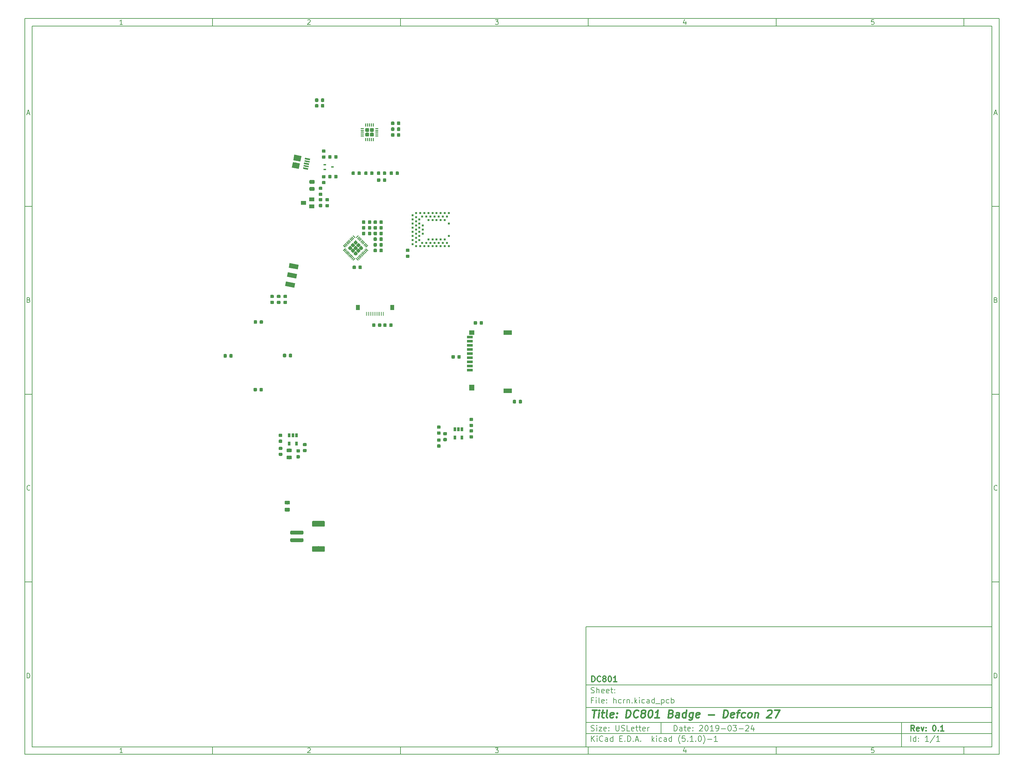
<source format=gbp>
G04 #@! TF.GenerationSoftware,KiCad,Pcbnew,(5.1.0)-1*
G04 #@! TF.CreationDate,2019-04-28T22:44:37-06:00*
G04 #@! TF.ProjectId,hcrn,6863726e-2e6b-4696-9361-645f70636258,0.1*
G04 #@! TF.SameCoordinates,Original*
G04 #@! TF.FileFunction,Paste,Bot*
G04 #@! TF.FilePolarity,Positive*
%FSLAX46Y46*%
G04 Gerber Fmt 4.6, Leading zero omitted, Abs format (unit mm)*
G04 Created by KiCad (PCBNEW (5.1.0)-1) date 2019-04-28 22:44:37*
%MOMM*%
%LPD*%
G04 APERTURE LIST*
%ADD10C,0.100000*%
%ADD11C,0.150000*%
%ADD12C,0.300000*%
%ADD13C,0.400000*%
%ADD14C,1.010000*%
%ADD15C,0.250000*%
%ADD16R,1.600000X0.700000*%
%ADD17R,1.400000X1.200000*%
%ADD18R,1.400000X1.600000*%
%ADD19R,2.200000X1.200000*%
%ADD20C,0.875000*%
%ADD21C,0.975000*%
%ADD22R,0.254000X1.016000*%
%ADD23R,1.016000X1.346200*%
%ADD24C,1.500000*%
%ADD25C,0.400000*%
%ADD26C,1.000000*%
%ADD27R,1.400000X1.000000*%
%ADD28C,1.250000*%
%ADD29R,0.650000X1.060000*%
%ADD30C,0.802926*%
%ADD31R,0.700000X0.450000*%
%ADD32R,0.500000X0.500000*%
G04 APERTURE END LIST*
D10*
D11*
X159400000Y-171900000D02*
X159400000Y-203900000D01*
X267400000Y-203900000D01*
X267400000Y-171900000D01*
X159400000Y-171900000D01*
D10*
D11*
X10000000Y-10000000D02*
X10000000Y-205900000D01*
X269400000Y-205900000D01*
X269400000Y-10000000D01*
X10000000Y-10000000D01*
D10*
D11*
X12000000Y-12000000D02*
X12000000Y-203900000D01*
X267400000Y-203900000D01*
X267400000Y-12000000D01*
X12000000Y-12000000D01*
D10*
D11*
X60000000Y-12000000D02*
X60000000Y-10000000D01*
D10*
D11*
X110000000Y-12000000D02*
X110000000Y-10000000D01*
D10*
D11*
X160000000Y-12000000D02*
X160000000Y-10000000D01*
D10*
D11*
X210000000Y-12000000D02*
X210000000Y-10000000D01*
D10*
D11*
X260000000Y-12000000D02*
X260000000Y-10000000D01*
D10*
D11*
X36065476Y-11588095D02*
X35322619Y-11588095D01*
X35694047Y-11588095D02*
X35694047Y-10288095D01*
X35570238Y-10473809D01*
X35446428Y-10597619D01*
X35322619Y-10659523D01*
D10*
D11*
X85322619Y-10411904D02*
X85384523Y-10350000D01*
X85508333Y-10288095D01*
X85817857Y-10288095D01*
X85941666Y-10350000D01*
X86003571Y-10411904D01*
X86065476Y-10535714D01*
X86065476Y-10659523D01*
X86003571Y-10845238D01*
X85260714Y-11588095D01*
X86065476Y-11588095D01*
D10*
D11*
X135260714Y-10288095D02*
X136065476Y-10288095D01*
X135632142Y-10783333D01*
X135817857Y-10783333D01*
X135941666Y-10845238D01*
X136003571Y-10907142D01*
X136065476Y-11030952D01*
X136065476Y-11340476D01*
X136003571Y-11464285D01*
X135941666Y-11526190D01*
X135817857Y-11588095D01*
X135446428Y-11588095D01*
X135322619Y-11526190D01*
X135260714Y-11464285D01*
D10*
D11*
X185941666Y-10721428D02*
X185941666Y-11588095D01*
X185632142Y-10226190D02*
X185322619Y-11154761D01*
X186127380Y-11154761D01*
D10*
D11*
X236003571Y-10288095D02*
X235384523Y-10288095D01*
X235322619Y-10907142D01*
X235384523Y-10845238D01*
X235508333Y-10783333D01*
X235817857Y-10783333D01*
X235941666Y-10845238D01*
X236003571Y-10907142D01*
X236065476Y-11030952D01*
X236065476Y-11340476D01*
X236003571Y-11464285D01*
X235941666Y-11526190D01*
X235817857Y-11588095D01*
X235508333Y-11588095D01*
X235384523Y-11526190D01*
X235322619Y-11464285D01*
D10*
D11*
X60000000Y-203900000D02*
X60000000Y-205900000D01*
D10*
D11*
X110000000Y-203900000D02*
X110000000Y-205900000D01*
D10*
D11*
X160000000Y-203900000D02*
X160000000Y-205900000D01*
D10*
D11*
X210000000Y-203900000D02*
X210000000Y-205900000D01*
D10*
D11*
X260000000Y-203900000D02*
X260000000Y-205900000D01*
D10*
D11*
X36065476Y-205488095D02*
X35322619Y-205488095D01*
X35694047Y-205488095D02*
X35694047Y-204188095D01*
X35570238Y-204373809D01*
X35446428Y-204497619D01*
X35322619Y-204559523D01*
D10*
D11*
X85322619Y-204311904D02*
X85384523Y-204250000D01*
X85508333Y-204188095D01*
X85817857Y-204188095D01*
X85941666Y-204250000D01*
X86003571Y-204311904D01*
X86065476Y-204435714D01*
X86065476Y-204559523D01*
X86003571Y-204745238D01*
X85260714Y-205488095D01*
X86065476Y-205488095D01*
D10*
D11*
X135260714Y-204188095D02*
X136065476Y-204188095D01*
X135632142Y-204683333D01*
X135817857Y-204683333D01*
X135941666Y-204745238D01*
X136003571Y-204807142D01*
X136065476Y-204930952D01*
X136065476Y-205240476D01*
X136003571Y-205364285D01*
X135941666Y-205426190D01*
X135817857Y-205488095D01*
X135446428Y-205488095D01*
X135322619Y-205426190D01*
X135260714Y-205364285D01*
D10*
D11*
X185941666Y-204621428D02*
X185941666Y-205488095D01*
X185632142Y-204126190D02*
X185322619Y-205054761D01*
X186127380Y-205054761D01*
D10*
D11*
X236003571Y-204188095D02*
X235384523Y-204188095D01*
X235322619Y-204807142D01*
X235384523Y-204745238D01*
X235508333Y-204683333D01*
X235817857Y-204683333D01*
X235941666Y-204745238D01*
X236003571Y-204807142D01*
X236065476Y-204930952D01*
X236065476Y-205240476D01*
X236003571Y-205364285D01*
X235941666Y-205426190D01*
X235817857Y-205488095D01*
X235508333Y-205488095D01*
X235384523Y-205426190D01*
X235322619Y-205364285D01*
D10*
D11*
X10000000Y-60000000D02*
X12000000Y-60000000D01*
D10*
D11*
X10000000Y-110000000D02*
X12000000Y-110000000D01*
D10*
D11*
X10000000Y-160000000D02*
X12000000Y-160000000D01*
D10*
D11*
X10690476Y-35216666D02*
X11309523Y-35216666D01*
X10566666Y-35588095D02*
X11000000Y-34288095D01*
X11433333Y-35588095D01*
D10*
D11*
X11092857Y-84907142D02*
X11278571Y-84969047D01*
X11340476Y-85030952D01*
X11402380Y-85154761D01*
X11402380Y-85340476D01*
X11340476Y-85464285D01*
X11278571Y-85526190D01*
X11154761Y-85588095D01*
X10659523Y-85588095D01*
X10659523Y-84288095D01*
X11092857Y-84288095D01*
X11216666Y-84350000D01*
X11278571Y-84411904D01*
X11340476Y-84535714D01*
X11340476Y-84659523D01*
X11278571Y-84783333D01*
X11216666Y-84845238D01*
X11092857Y-84907142D01*
X10659523Y-84907142D01*
D10*
D11*
X11402380Y-135464285D02*
X11340476Y-135526190D01*
X11154761Y-135588095D01*
X11030952Y-135588095D01*
X10845238Y-135526190D01*
X10721428Y-135402380D01*
X10659523Y-135278571D01*
X10597619Y-135030952D01*
X10597619Y-134845238D01*
X10659523Y-134597619D01*
X10721428Y-134473809D01*
X10845238Y-134350000D01*
X11030952Y-134288095D01*
X11154761Y-134288095D01*
X11340476Y-134350000D01*
X11402380Y-134411904D01*
D10*
D11*
X10659523Y-185588095D02*
X10659523Y-184288095D01*
X10969047Y-184288095D01*
X11154761Y-184350000D01*
X11278571Y-184473809D01*
X11340476Y-184597619D01*
X11402380Y-184845238D01*
X11402380Y-185030952D01*
X11340476Y-185278571D01*
X11278571Y-185402380D01*
X11154761Y-185526190D01*
X10969047Y-185588095D01*
X10659523Y-185588095D01*
D10*
D11*
X269400000Y-60000000D02*
X267400000Y-60000000D01*
D10*
D11*
X269400000Y-110000000D02*
X267400000Y-110000000D01*
D10*
D11*
X269400000Y-160000000D02*
X267400000Y-160000000D01*
D10*
D11*
X268090476Y-35216666D02*
X268709523Y-35216666D01*
X267966666Y-35588095D02*
X268400000Y-34288095D01*
X268833333Y-35588095D01*
D10*
D11*
X268492857Y-84907142D02*
X268678571Y-84969047D01*
X268740476Y-85030952D01*
X268802380Y-85154761D01*
X268802380Y-85340476D01*
X268740476Y-85464285D01*
X268678571Y-85526190D01*
X268554761Y-85588095D01*
X268059523Y-85588095D01*
X268059523Y-84288095D01*
X268492857Y-84288095D01*
X268616666Y-84350000D01*
X268678571Y-84411904D01*
X268740476Y-84535714D01*
X268740476Y-84659523D01*
X268678571Y-84783333D01*
X268616666Y-84845238D01*
X268492857Y-84907142D01*
X268059523Y-84907142D01*
D10*
D11*
X268802380Y-135464285D02*
X268740476Y-135526190D01*
X268554761Y-135588095D01*
X268430952Y-135588095D01*
X268245238Y-135526190D01*
X268121428Y-135402380D01*
X268059523Y-135278571D01*
X267997619Y-135030952D01*
X267997619Y-134845238D01*
X268059523Y-134597619D01*
X268121428Y-134473809D01*
X268245238Y-134350000D01*
X268430952Y-134288095D01*
X268554761Y-134288095D01*
X268740476Y-134350000D01*
X268802380Y-134411904D01*
D10*
D11*
X268059523Y-185588095D02*
X268059523Y-184288095D01*
X268369047Y-184288095D01*
X268554761Y-184350000D01*
X268678571Y-184473809D01*
X268740476Y-184597619D01*
X268802380Y-184845238D01*
X268802380Y-185030952D01*
X268740476Y-185278571D01*
X268678571Y-185402380D01*
X268554761Y-185526190D01*
X268369047Y-185588095D01*
X268059523Y-185588095D01*
D10*
D11*
X182832142Y-199678571D02*
X182832142Y-198178571D01*
X183189285Y-198178571D01*
X183403571Y-198250000D01*
X183546428Y-198392857D01*
X183617857Y-198535714D01*
X183689285Y-198821428D01*
X183689285Y-199035714D01*
X183617857Y-199321428D01*
X183546428Y-199464285D01*
X183403571Y-199607142D01*
X183189285Y-199678571D01*
X182832142Y-199678571D01*
X184975000Y-199678571D02*
X184975000Y-198892857D01*
X184903571Y-198750000D01*
X184760714Y-198678571D01*
X184475000Y-198678571D01*
X184332142Y-198750000D01*
X184975000Y-199607142D02*
X184832142Y-199678571D01*
X184475000Y-199678571D01*
X184332142Y-199607142D01*
X184260714Y-199464285D01*
X184260714Y-199321428D01*
X184332142Y-199178571D01*
X184475000Y-199107142D01*
X184832142Y-199107142D01*
X184975000Y-199035714D01*
X185475000Y-198678571D02*
X186046428Y-198678571D01*
X185689285Y-198178571D02*
X185689285Y-199464285D01*
X185760714Y-199607142D01*
X185903571Y-199678571D01*
X186046428Y-199678571D01*
X187117857Y-199607142D02*
X186975000Y-199678571D01*
X186689285Y-199678571D01*
X186546428Y-199607142D01*
X186475000Y-199464285D01*
X186475000Y-198892857D01*
X186546428Y-198750000D01*
X186689285Y-198678571D01*
X186975000Y-198678571D01*
X187117857Y-198750000D01*
X187189285Y-198892857D01*
X187189285Y-199035714D01*
X186475000Y-199178571D01*
X187832142Y-199535714D02*
X187903571Y-199607142D01*
X187832142Y-199678571D01*
X187760714Y-199607142D01*
X187832142Y-199535714D01*
X187832142Y-199678571D01*
X187832142Y-198750000D02*
X187903571Y-198821428D01*
X187832142Y-198892857D01*
X187760714Y-198821428D01*
X187832142Y-198750000D01*
X187832142Y-198892857D01*
X189617857Y-198321428D02*
X189689285Y-198250000D01*
X189832142Y-198178571D01*
X190189285Y-198178571D01*
X190332142Y-198250000D01*
X190403571Y-198321428D01*
X190475000Y-198464285D01*
X190475000Y-198607142D01*
X190403571Y-198821428D01*
X189546428Y-199678571D01*
X190475000Y-199678571D01*
X191403571Y-198178571D02*
X191546428Y-198178571D01*
X191689285Y-198250000D01*
X191760714Y-198321428D01*
X191832142Y-198464285D01*
X191903571Y-198750000D01*
X191903571Y-199107142D01*
X191832142Y-199392857D01*
X191760714Y-199535714D01*
X191689285Y-199607142D01*
X191546428Y-199678571D01*
X191403571Y-199678571D01*
X191260714Y-199607142D01*
X191189285Y-199535714D01*
X191117857Y-199392857D01*
X191046428Y-199107142D01*
X191046428Y-198750000D01*
X191117857Y-198464285D01*
X191189285Y-198321428D01*
X191260714Y-198250000D01*
X191403571Y-198178571D01*
X193332142Y-199678571D02*
X192475000Y-199678571D01*
X192903571Y-199678571D02*
X192903571Y-198178571D01*
X192760714Y-198392857D01*
X192617857Y-198535714D01*
X192475000Y-198607142D01*
X194046428Y-199678571D02*
X194332142Y-199678571D01*
X194475000Y-199607142D01*
X194546428Y-199535714D01*
X194689285Y-199321428D01*
X194760714Y-199035714D01*
X194760714Y-198464285D01*
X194689285Y-198321428D01*
X194617857Y-198250000D01*
X194475000Y-198178571D01*
X194189285Y-198178571D01*
X194046428Y-198250000D01*
X193975000Y-198321428D01*
X193903571Y-198464285D01*
X193903571Y-198821428D01*
X193975000Y-198964285D01*
X194046428Y-199035714D01*
X194189285Y-199107142D01*
X194475000Y-199107142D01*
X194617857Y-199035714D01*
X194689285Y-198964285D01*
X194760714Y-198821428D01*
X195403571Y-199107142D02*
X196546428Y-199107142D01*
X197546428Y-198178571D02*
X197689285Y-198178571D01*
X197832142Y-198250000D01*
X197903571Y-198321428D01*
X197975000Y-198464285D01*
X198046428Y-198750000D01*
X198046428Y-199107142D01*
X197975000Y-199392857D01*
X197903571Y-199535714D01*
X197832142Y-199607142D01*
X197689285Y-199678571D01*
X197546428Y-199678571D01*
X197403571Y-199607142D01*
X197332142Y-199535714D01*
X197260714Y-199392857D01*
X197189285Y-199107142D01*
X197189285Y-198750000D01*
X197260714Y-198464285D01*
X197332142Y-198321428D01*
X197403571Y-198250000D01*
X197546428Y-198178571D01*
X198546428Y-198178571D02*
X199475000Y-198178571D01*
X198975000Y-198750000D01*
X199189285Y-198750000D01*
X199332142Y-198821428D01*
X199403571Y-198892857D01*
X199475000Y-199035714D01*
X199475000Y-199392857D01*
X199403571Y-199535714D01*
X199332142Y-199607142D01*
X199189285Y-199678571D01*
X198760714Y-199678571D01*
X198617857Y-199607142D01*
X198546428Y-199535714D01*
X200117857Y-199107142D02*
X201260714Y-199107142D01*
X201903571Y-198321428D02*
X201975000Y-198250000D01*
X202117857Y-198178571D01*
X202475000Y-198178571D01*
X202617857Y-198250000D01*
X202689285Y-198321428D01*
X202760714Y-198464285D01*
X202760714Y-198607142D01*
X202689285Y-198821428D01*
X201832142Y-199678571D01*
X202760714Y-199678571D01*
X204046428Y-198678571D02*
X204046428Y-199678571D01*
X203689285Y-198107142D02*
X203332142Y-199178571D01*
X204260714Y-199178571D01*
D10*
D11*
X159400000Y-200400000D02*
X267400000Y-200400000D01*
D10*
D11*
X160832142Y-202478571D02*
X160832142Y-200978571D01*
X161689285Y-202478571D02*
X161046428Y-201621428D01*
X161689285Y-200978571D02*
X160832142Y-201835714D01*
X162332142Y-202478571D02*
X162332142Y-201478571D01*
X162332142Y-200978571D02*
X162260714Y-201050000D01*
X162332142Y-201121428D01*
X162403571Y-201050000D01*
X162332142Y-200978571D01*
X162332142Y-201121428D01*
X163903571Y-202335714D02*
X163832142Y-202407142D01*
X163617857Y-202478571D01*
X163475000Y-202478571D01*
X163260714Y-202407142D01*
X163117857Y-202264285D01*
X163046428Y-202121428D01*
X162975000Y-201835714D01*
X162975000Y-201621428D01*
X163046428Y-201335714D01*
X163117857Y-201192857D01*
X163260714Y-201050000D01*
X163475000Y-200978571D01*
X163617857Y-200978571D01*
X163832142Y-201050000D01*
X163903571Y-201121428D01*
X165189285Y-202478571D02*
X165189285Y-201692857D01*
X165117857Y-201550000D01*
X164975000Y-201478571D01*
X164689285Y-201478571D01*
X164546428Y-201550000D01*
X165189285Y-202407142D02*
X165046428Y-202478571D01*
X164689285Y-202478571D01*
X164546428Y-202407142D01*
X164475000Y-202264285D01*
X164475000Y-202121428D01*
X164546428Y-201978571D01*
X164689285Y-201907142D01*
X165046428Y-201907142D01*
X165189285Y-201835714D01*
X166546428Y-202478571D02*
X166546428Y-200978571D01*
X166546428Y-202407142D02*
X166403571Y-202478571D01*
X166117857Y-202478571D01*
X165975000Y-202407142D01*
X165903571Y-202335714D01*
X165832142Y-202192857D01*
X165832142Y-201764285D01*
X165903571Y-201621428D01*
X165975000Y-201550000D01*
X166117857Y-201478571D01*
X166403571Y-201478571D01*
X166546428Y-201550000D01*
X168403571Y-201692857D02*
X168903571Y-201692857D01*
X169117857Y-202478571D02*
X168403571Y-202478571D01*
X168403571Y-200978571D01*
X169117857Y-200978571D01*
X169760714Y-202335714D02*
X169832142Y-202407142D01*
X169760714Y-202478571D01*
X169689285Y-202407142D01*
X169760714Y-202335714D01*
X169760714Y-202478571D01*
X170475000Y-202478571D02*
X170475000Y-200978571D01*
X170832142Y-200978571D01*
X171046428Y-201050000D01*
X171189285Y-201192857D01*
X171260714Y-201335714D01*
X171332142Y-201621428D01*
X171332142Y-201835714D01*
X171260714Y-202121428D01*
X171189285Y-202264285D01*
X171046428Y-202407142D01*
X170832142Y-202478571D01*
X170475000Y-202478571D01*
X171975000Y-202335714D02*
X172046428Y-202407142D01*
X171975000Y-202478571D01*
X171903571Y-202407142D01*
X171975000Y-202335714D01*
X171975000Y-202478571D01*
X172617857Y-202050000D02*
X173332142Y-202050000D01*
X172475000Y-202478571D02*
X172975000Y-200978571D01*
X173475000Y-202478571D01*
X173975000Y-202335714D02*
X174046428Y-202407142D01*
X173975000Y-202478571D01*
X173903571Y-202407142D01*
X173975000Y-202335714D01*
X173975000Y-202478571D01*
X176975000Y-202478571D02*
X176975000Y-200978571D01*
X177117857Y-201907142D02*
X177546428Y-202478571D01*
X177546428Y-201478571D02*
X176975000Y-202050000D01*
X178189285Y-202478571D02*
X178189285Y-201478571D01*
X178189285Y-200978571D02*
X178117857Y-201050000D01*
X178189285Y-201121428D01*
X178260714Y-201050000D01*
X178189285Y-200978571D01*
X178189285Y-201121428D01*
X179546428Y-202407142D02*
X179403571Y-202478571D01*
X179117857Y-202478571D01*
X178975000Y-202407142D01*
X178903571Y-202335714D01*
X178832142Y-202192857D01*
X178832142Y-201764285D01*
X178903571Y-201621428D01*
X178975000Y-201550000D01*
X179117857Y-201478571D01*
X179403571Y-201478571D01*
X179546428Y-201550000D01*
X180832142Y-202478571D02*
X180832142Y-201692857D01*
X180760714Y-201550000D01*
X180617857Y-201478571D01*
X180332142Y-201478571D01*
X180189285Y-201550000D01*
X180832142Y-202407142D02*
X180689285Y-202478571D01*
X180332142Y-202478571D01*
X180189285Y-202407142D01*
X180117857Y-202264285D01*
X180117857Y-202121428D01*
X180189285Y-201978571D01*
X180332142Y-201907142D01*
X180689285Y-201907142D01*
X180832142Y-201835714D01*
X182189285Y-202478571D02*
X182189285Y-200978571D01*
X182189285Y-202407142D02*
X182046428Y-202478571D01*
X181760714Y-202478571D01*
X181617857Y-202407142D01*
X181546428Y-202335714D01*
X181475000Y-202192857D01*
X181475000Y-201764285D01*
X181546428Y-201621428D01*
X181617857Y-201550000D01*
X181760714Y-201478571D01*
X182046428Y-201478571D01*
X182189285Y-201550000D01*
X184475000Y-203050000D02*
X184403571Y-202978571D01*
X184260714Y-202764285D01*
X184189285Y-202621428D01*
X184117857Y-202407142D01*
X184046428Y-202050000D01*
X184046428Y-201764285D01*
X184117857Y-201407142D01*
X184189285Y-201192857D01*
X184260714Y-201050000D01*
X184403571Y-200835714D01*
X184475000Y-200764285D01*
X185760714Y-200978571D02*
X185046428Y-200978571D01*
X184975000Y-201692857D01*
X185046428Y-201621428D01*
X185189285Y-201550000D01*
X185546428Y-201550000D01*
X185689285Y-201621428D01*
X185760714Y-201692857D01*
X185832142Y-201835714D01*
X185832142Y-202192857D01*
X185760714Y-202335714D01*
X185689285Y-202407142D01*
X185546428Y-202478571D01*
X185189285Y-202478571D01*
X185046428Y-202407142D01*
X184975000Y-202335714D01*
X186475000Y-202335714D02*
X186546428Y-202407142D01*
X186475000Y-202478571D01*
X186403571Y-202407142D01*
X186475000Y-202335714D01*
X186475000Y-202478571D01*
X187975000Y-202478571D02*
X187117857Y-202478571D01*
X187546428Y-202478571D02*
X187546428Y-200978571D01*
X187403571Y-201192857D01*
X187260714Y-201335714D01*
X187117857Y-201407142D01*
X188617857Y-202335714D02*
X188689285Y-202407142D01*
X188617857Y-202478571D01*
X188546428Y-202407142D01*
X188617857Y-202335714D01*
X188617857Y-202478571D01*
X189617857Y-200978571D02*
X189760714Y-200978571D01*
X189903571Y-201050000D01*
X189975000Y-201121428D01*
X190046428Y-201264285D01*
X190117857Y-201550000D01*
X190117857Y-201907142D01*
X190046428Y-202192857D01*
X189975000Y-202335714D01*
X189903571Y-202407142D01*
X189760714Y-202478571D01*
X189617857Y-202478571D01*
X189475000Y-202407142D01*
X189403571Y-202335714D01*
X189332142Y-202192857D01*
X189260714Y-201907142D01*
X189260714Y-201550000D01*
X189332142Y-201264285D01*
X189403571Y-201121428D01*
X189475000Y-201050000D01*
X189617857Y-200978571D01*
X190617857Y-203050000D02*
X190689285Y-202978571D01*
X190832142Y-202764285D01*
X190903571Y-202621428D01*
X190975000Y-202407142D01*
X191046428Y-202050000D01*
X191046428Y-201764285D01*
X190975000Y-201407142D01*
X190903571Y-201192857D01*
X190832142Y-201050000D01*
X190689285Y-200835714D01*
X190617857Y-200764285D01*
X191760714Y-201907142D02*
X192903571Y-201907142D01*
X194403571Y-202478571D02*
X193546428Y-202478571D01*
X193975000Y-202478571D02*
X193975000Y-200978571D01*
X193832142Y-201192857D01*
X193689285Y-201335714D01*
X193546428Y-201407142D01*
D10*
D11*
X159400000Y-197400000D02*
X267400000Y-197400000D01*
D10*
D12*
X246809285Y-199678571D02*
X246309285Y-198964285D01*
X245952142Y-199678571D02*
X245952142Y-198178571D01*
X246523571Y-198178571D01*
X246666428Y-198250000D01*
X246737857Y-198321428D01*
X246809285Y-198464285D01*
X246809285Y-198678571D01*
X246737857Y-198821428D01*
X246666428Y-198892857D01*
X246523571Y-198964285D01*
X245952142Y-198964285D01*
X248023571Y-199607142D02*
X247880714Y-199678571D01*
X247595000Y-199678571D01*
X247452142Y-199607142D01*
X247380714Y-199464285D01*
X247380714Y-198892857D01*
X247452142Y-198750000D01*
X247595000Y-198678571D01*
X247880714Y-198678571D01*
X248023571Y-198750000D01*
X248095000Y-198892857D01*
X248095000Y-199035714D01*
X247380714Y-199178571D01*
X248595000Y-198678571D02*
X248952142Y-199678571D01*
X249309285Y-198678571D01*
X249880714Y-199535714D02*
X249952142Y-199607142D01*
X249880714Y-199678571D01*
X249809285Y-199607142D01*
X249880714Y-199535714D01*
X249880714Y-199678571D01*
X249880714Y-198750000D02*
X249952142Y-198821428D01*
X249880714Y-198892857D01*
X249809285Y-198821428D01*
X249880714Y-198750000D01*
X249880714Y-198892857D01*
X252023571Y-198178571D02*
X252166428Y-198178571D01*
X252309285Y-198250000D01*
X252380714Y-198321428D01*
X252452142Y-198464285D01*
X252523571Y-198750000D01*
X252523571Y-199107142D01*
X252452142Y-199392857D01*
X252380714Y-199535714D01*
X252309285Y-199607142D01*
X252166428Y-199678571D01*
X252023571Y-199678571D01*
X251880714Y-199607142D01*
X251809285Y-199535714D01*
X251737857Y-199392857D01*
X251666428Y-199107142D01*
X251666428Y-198750000D01*
X251737857Y-198464285D01*
X251809285Y-198321428D01*
X251880714Y-198250000D01*
X252023571Y-198178571D01*
X253166428Y-199535714D02*
X253237857Y-199607142D01*
X253166428Y-199678571D01*
X253095000Y-199607142D01*
X253166428Y-199535714D01*
X253166428Y-199678571D01*
X254666428Y-199678571D02*
X253809285Y-199678571D01*
X254237857Y-199678571D02*
X254237857Y-198178571D01*
X254095000Y-198392857D01*
X253952142Y-198535714D01*
X253809285Y-198607142D01*
D10*
D11*
X160760714Y-199607142D02*
X160975000Y-199678571D01*
X161332142Y-199678571D01*
X161475000Y-199607142D01*
X161546428Y-199535714D01*
X161617857Y-199392857D01*
X161617857Y-199250000D01*
X161546428Y-199107142D01*
X161475000Y-199035714D01*
X161332142Y-198964285D01*
X161046428Y-198892857D01*
X160903571Y-198821428D01*
X160832142Y-198750000D01*
X160760714Y-198607142D01*
X160760714Y-198464285D01*
X160832142Y-198321428D01*
X160903571Y-198250000D01*
X161046428Y-198178571D01*
X161403571Y-198178571D01*
X161617857Y-198250000D01*
X162260714Y-199678571D02*
X162260714Y-198678571D01*
X162260714Y-198178571D02*
X162189285Y-198250000D01*
X162260714Y-198321428D01*
X162332142Y-198250000D01*
X162260714Y-198178571D01*
X162260714Y-198321428D01*
X162832142Y-198678571D02*
X163617857Y-198678571D01*
X162832142Y-199678571D01*
X163617857Y-199678571D01*
X164760714Y-199607142D02*
X164617857Y-199678571D01*
X164332142Y-199678571D01*
X164189285Y-199607142D01*
X164117857Y-199464285D01*
X164117857Y-198892857D01*
X164189285Y-198750000D01*
X164332142Y-198678571D01*
X164617857Y-198678571D01*
X164760714Y-198750000D01*
X164832142Y-198892857D01*
X164832142Y-199035714D01*
X164117857Y-199178571D01*
X165475000Y-199535714D02*
X165546428Y-199607142D01*
X165475000Y-199678571D01*
X165403571Y-199607142D01*
X165475000Y-199535714D01*
X165475000Y-199678571D01*
X165475000Y-198750000D02*
X165546428Y-198821428D01*
X165475000Y-198892857D01*
X165403571Y-198821428D01*
X165475000Y-198750000D01*
X165475000Y-198892857D01*
X167332142Y-198178571D02*
X167332142Y-199392857D01*
X167403571Y-199535714D01*
X167475000Y-199607142D01*
X167617857Y-199678571D01*
X167903571Y-199678571D01*
X168046428Y-199607142D01*
X168117857Y-199535714D01*
X168189285Y-199392857D01*
X168189285Y-198178571D01*
X168832142Y-199607142D02*
X169046428Y-199678571D01*
X169403571Y-199678571D01*
X169546428Y-199607142D01*
X169617857Y-199535714D01*
X169689285Y-199392857D01*
X169689285Y-199250000D01*
X169617857Y-199107142D01*
X169546428Y-199035714D01*
X169403571Y-198964285D01*
X169117857Y-198892857D01*
X168975000Y-198821428D01*
X168903571Y-198750000D01*
X168832142Y-198607142D01*
X168832142Y-198464285D01*
X168903571Y-198321428D01*
X168975000Y-198250000D01*
X169117857Y-198178571D01*
X169475000Y-198178571D01*
X169689285Y-198250000D01*
X171046428Y-199678571D02*
X170332142Y-199678571D01*
X170332142Y-198178571D01*
X172117857Y-199607142D02*
X171975000Y-199678571D01*
X171689285Y-199678571D01*
X171546428Y-199607142D01*
X171475000Y-199464285D01*
X171475000Y-198892857D01*
X171546428Y-198750000D01*
X171689285Y-198678571D01*
X171975000Y-198678571D01*
X172117857Y-198750000D01*
X172189285Y-198892857D01*
X172189285Y-199035714D01*
X171475000Y-199178571D01*
X172617857Y-198678571D02*
X173189285Y-198678571D01*
X172832142Y-198178571D02*
X172832142Y-199464285D01*
X172903571Y-199607142D01*
X173046428Y-199678571D01*
X173189285Y-199678571D01*
X173475000Y-198678571D02*
X174046428Y-198678571D01*
X173689285Y-198178571D02*
X173689285Y-199464285D01*
X173760714Y-199607142D01*
X173903571Y-199678571D01*
X174046428Y-199678571D01*
X175117857Y-199607142D02*
X174975000Y-199678571D01*
X174689285Y-199678571D01*
X174546428Y-199607142D01*
X174475000Y-199464285D01*
X174475000Y-198892857D01*
X174546428Y-198750000D01*
X174689285Y-198678571D01*
X174975000Y-198678571D01*
X175117857Y-198750000D01*
X175189285Y-198892857D01*
X175189285Y-199035714D01*
X174475000Y-199178571D01*
X175832142Y-199678571D02*
X175832142Y-198678571D01*
X175832142Y-198964285D02*
X175903571Y-198821428D01*
X175975000Y-198750000D01*
X176117857Y-198678571D01*
X176260714Y-198678571D01*
D10*
D11*
X245832142Y-202478571D02*
X245832142Y-200978571D01*
X247189285Y-202478571D02*
X247189285Y-200978571D01*
X247189285Y-202407142D02*
X247046428Y-202478571D01*
X246760714Y-202478571D01*
X246617857Y-202407142D01*
X246546428Y-202335714D01*
X246475000Y-202192857D01*
X246475000Y-201764285D01*
X246546428Y-201621428D01*
X246617857Y-201550000D01*
X246760714Y-201478571D01*
X247046428Y-201478571D01*
X247189285Y-201550000D01*
X247903571Y-202335714D02*
X247975000Y-202407142D01*
X247903571Y-202478571D01*
X247832142Y-202407142D01*
X247903571Y-202335714D01*
X247903571Y-202478571D01*
X247903571Y-201550000D02*
X247975000Y-201621428D01*
X247903571Y-201692857D01*
X247832142Y-201621428D01*
X247903571Y-201550000D01*
X247903571Y-201692857D01*
X250546428Y-202478571D02*
X249689285Y-202478571D01*
X250117857Y-202478571D02*
X250117857Y-200978571D01*
X249975000Y-201192857D01*
X249832142Y-201335714D01*
X249689285Y-201407142D01*
X252260714Y-200907142D02*
X250975000Y-202835714D01*
X253546428Y-202478571D02*
X252689285Y-202478571D01*
X253117857Y-202478571D02*
X253117857Y-200978571D01*
X252975000Y-201192857D01*
X252832142Y-201335714D01*
X252689285Y-201407142D01*
D10*
D11*
X159400000Y-193400000D02*
X267400000Y-193400000D01*
D10*
D13*
X161112380Y-194104761D02*
X162255238Y-194104761D01*
X161433809Y-196104761D02*
X161683809Y-194104761D01*
X162671904Y-196104761D02*
X162838571Y-194771428D01*
X162921904Y-194104761D02*
X162814761Y-194200000D01*
X162898095Y-194295238D01*
X163005238Y-194200000D01*
X162921904Y-194104761D01*
X162898095Y-194295238D01*
X163505238Y-194771428D02*
X164267142Y-194771428D01*
X163874285Y-194104761D02*
X163660000Y-195819047D01*
X163731428Y-196009523D01*
X163910000Y-196104761D01*
X164100476Y-196104761D01*
X165052857Y-196104761D02*
X164874285Y-196009523D01*
X164802857Y-195819047D01*
X165017142Y-194104761D01*
X166588571Y-196009523D02*
X166386190Y-196104761D01*
X166005238Y-196104761D01*
X165826666Y-196009523D01*
X165755238Y-195819047D01*
X165850476Y-195057142D01*
X165969523Y-194866666D01*
X166171904Y-194771428D01*
X166552857Y-194771428D01*
X166731428Y-194866666D01*
X166802857Y-195057142D01*
X166779047Y-195247619D01*
X165802857Y-195438095D01*
X167552857Y-195914285D02*
X167636190Y-196009523D01*
X167529047Y-196104761D01*
X167445714Y-196009523D01*
X167552857Y-195914285D01*
X167529047Y-196104761D01*
X167683809Y-194866666D02*
X167767142Y-194961904D01*
X167660000Y-195057142D01*
X167576666Y-194961904D01*
X167683809Y-194866666D01*
X167660000Y-195057142D01*
X170005238Y-196104761D02*
X170255238Y-194104761D01*
X170731428Y-194104761D01*
X171005238Y-194200000D01*
X171171904Y-194390476D01*
X171243333Y-194580952D01*
X171290952Y-194961904D01*
X171255238Y-195247619D01*
X171112380Y-195628571D01*
X170993333Y-195819047D01*
X170779047Y-196009523D01*
X170481428Y-196104761D01*
X170005238Y-196104761D01*
X173171904Y-195914285D02*
X173064761Y-196009523D01*
X172767142Y-196104761D01*
X172576666Y-196104761D01*
X172302857Y-196009523D01*
X172136190Y-195819047D01*
X172064761Y-195628571D01*
X172017142Y-195247619D01*
X172052857Y-194961904D01*
X172195714Y-194580952D01*
X172314761Y-194390476D01*
X172529047Y-194200000D01*
X172826666Y-194104761D01*
X173017142Y-194104761D01*
X173290952Y-194200000D01*
X173374285Y-194295238D01*
X174433809Y-194961904D02*
X174255238Y-194866666D01*
X174171904Y-194771428D01*
X174100476Y-194580952D01*
X174112380Y-194485714D01*
X174231428Y-194295238D01*
X174338571Y-194200000D01*
X174540952Y-194104761D01*
X174921904Y-194104761D01*
X175100476Y-194200000D01*
X175183809Y-194295238D01*
X175255238Y-194485714D01*
X175243333Y-194580952D01*
X175124285Y-194771428D01*
X175017142Y-194866666D01*
X174814761Y-194961904D01*
X174433809Y-194961904D01*
X174231428Y-195057142D01*
X174124285Y-195152380D01*
X174005238Y-195342857D01*
X173957619Y-195723809D01*
X174029047Y-195914285D01*
X174112380Y-196009523D01*
X174290952Y-196104761D01*
X174671904Y-196104761D01*
X174874285Y-196009523D01*
X174981428Y-195914285D01*
X175100476Y-195723809D01*
X175148095Y-195342857D01*
X175076666Y-195152380D01*
X174993333Y-195057142D01*
X174814761Y-194961904D01*
X176540952Y-194104761D02*
X176731428Y-194104761D01*
X176910000Y-194200000D01*
X176993333Y-194295238D01*
X177064761Y-194485714D01*
X177112380Y-194866666D01*
X177052857Y-195342857D01*
X176910000Y-195723809D01*
X176790952Y-195914285D01*
X176683809Y-196009523D01*
X176481428Y-196104761D01*
X176290952Y-196104761D01*
X176112380Y-196009523D01*
X176029047Y-195914285D01*
X175957619Y-195723809D01*
X175910000Y-195342857D01*
X175969523Y-194866666D01*
X176112380Y-194485714D01*
X176231428Y-194295238D01*
X176338571Y-194200000D01*
X176540952Y-194104761D01*
X178862380Y-196104761D02*
X177719523Y-196104761D01*
X178290952Y-196104761D02*
X178540952Y-194104761D01*
X178314761Y-194390476D01*
X178100476Y-194580952D01*
X177898095Y-194676190D01*
X182040952Y-195057142D02*
X182314761Y-195152380D01*
X182398095Y-195247619D01*
X182469523Y-195438095D01*
X182433809Y-195723809D01*
X182314761Y-195914285D01*
X182207619Y-196009523D01*
X182005238Y-196104761D01*
X181243333Y-196104761D01*
X181493333Y-194104761D01*
X182160000Y-194104761D01*
X182338571Y-194200000D01*
X182421904Y-194295238D01*
X182493333Y-194485714D01*
X182469523Y-194676190D01*
X182350476Y-194866666D01*
X182243333Y-194961904D01*
X182040952Y-195057142D01*
X181374285Y-195057142D01*
X184100476Y-196104761D02*
X184231428Y-195057142D01*
X184160000Y-194866666D01*
X183981428Y-194771428D01*
X183600476Y-194771428D01*
X183398095Y-194866666D01*
X184112380Y-196009523D02*
X183910000Y-196104761D01*
X183433809Y-196104761D01*
X183255238Y-196009523D01*
X183183809Y-195819047D01*
X183207619Y-195628571D01*
X183326666Y-195438095D01*
X183529047Y-195342857D01*
X184005238Y-195342857D01*
X184207619Y-195247619D01*
X185910000Y-196104761D02*
X186160000Y-194104761D01*
X185921904Y-196009523D02*
X185719523Y-196104761D01*
X185338571Y-196104761D01*
X185160000Y-196009523D01*
X185076666Y-195914285D01*
X185005238Y-195723809D01*
X185076666Y-195152380D01*
X185195714Y-194961904D01*
X185302857Y-194866666D01*
X185505238Y-194771428D01*
X185886190Y-194771428D01*
X186064761Y-194866666D01*
X187886190Y-194771428D02*
X187683809Y-196390476D01*
X187564761Y-196580952D01*
X187457619Y-196676190D01*
X187255238Y-196771428D01*
X186969523Y-196771428D01*
X186790952Y-196676190D01*
X187731428Y-196009523D02*
X187529047Y-196104761D01*
X187148095Y-196104761D01*
X186969523Y-196009523D01*
X186886190Y-195914285D01*
X186814761Y-195723809D01*
X186886190Y-195152380D01*
X187005238Y-194961904D01*
X187112380Y-194866666D01*
X187314761Y-194771428D01*
X187695714Y-194771428D01*
X187874285Y-194866666D01*
X189445714Y-196009523D02*
X189243333Y-196104761D01*
X188862380Y-196104761D01*
X188683809Y-196009523D01*
X188612380Y-195819047D01*
X188707619Y-195057142D01*
X188826666Y-194866666D01*
X189029047Y-194771428D01*
X189410000Y-194771428D01*
X189588571Y-194866666D01*
X189660000Y-195057142D01*
X189636190Y-195247619D01*
X188660000Y-195438095D01*
X192005238Y-195342857D02*
X193529047Y-195342857D01*
X195910000Y-196104761D02*
X196160000Y-194104761D01*
X196636190Y-194104761D01*
X196910000Y-194200000D01*
X197076666Y-194390476D01*
X197148095Y-194580952D01*
X197195714Y-194961904D01*
X197160000Y-195247619D01*
X197017142Y-195628571D01*
X196898095Y-195819047D01*
X196683809Y-196009523D01*
X196386190Y-196104761D01*
X195910000Y-196104761D01*
X198683809Y-196009523D02*
X198481428Y-196104761D01*
X198100476Y-196104761D01*
X197921904Y-196009523D01*
X197850476Y-195819047D01*
X197945714Y-195057142D01*
X198064761Y-194866666D01*
X198267142Y-194771428D01*
X198648095Y-194771428D01*
X198826666Y-194866666D01*
X198898095Y-195057142D01*
X198874285Y-195247619D01*
X197898095Y-195438095D01*
X199505238Y-194771428D02*
X200267142Y-194771428D01*
X199624285Y-196104761D02*
X199838571Y-194390476D01*
X199957619Y-194200000D01*
X200160000Y-194104761D01*
X200350476Y-194104761D01*
X201636190Y-196009523D02*
X201433809Y-196104761D01*
X201052857Y-196104761D01*
X200874285Y-196009523D01*
X200790952Y-195914285D01*
X200719523Y-195723809D01*
X200790952Y-195152380D01*
X200910000Y-194961904D01*
X201017142Y-194866666D01*
X201219523Y-194771428D01*
X201600476Y-194771428D01*
X201779047Y-194866666D01*
X202767142Y-196104761D02*
X202588571Y-196009523D01*
X202505238Y-195914285D01*
X202433809Y-195723809D01*
X202505238Y-195152380D01*
X202624285Y-194961904D01*
X202731428Y-194866666D01*
X202933809Y-194771428D01*
X203219523Y-194771428D01*
X203398095Y-194866666D01*
X203481428Y-194961904D01*
X203552857Y-195152380D01*
X203481428Y-195723809D01*
X203362380Y-195914285D01*
X203255238Y-196009523D01*
X203052857Y-196104761D01*
X202767142Y-196104761D01*
X204457619Y-194771428D02*
X204290952Y-196104761D01*
X204433809Y-194961904D02*
X204540952Y-194866666D01*
X204743333Y-194771428D01*
X205029047Y-194771428D01*
X205207619Y-194866666D01*
X205279047Y-195057142D01*
X205148095Y-196104761D01*
X207755238Y-194295238D02*
X207862380Y-194200000D01*
X208064761Y-194104761D01*
X208540952Y-194104761D01*
X208719523Y-194200000D01*
X208802857Y-194295238D01*
X208874285Y-194485714D01*
X208850476Y-194676190D01*
X208719523Y-194961904D01*
X207433809Y-196104761D01*
X208671904Y-196104761D01*
X209588571Y-194104761D02*
X210921904Y-194104761D01*
X209814761Y-196104761D01*
D10*
D11*
X161332142Y-191492857D02*
X160832142Y-191492857D01*
X160832142Y-192278571D02*
X160832142Y-190778571D01*
X161546428Y-190778571D01*
X162117857Y-192278571D02*
X162117857Y-191278571D01*
X162117857Y-190778571D02*
X162046428Y-190850000D01*
X162117857Y-190921428D01*
X162189285Y-190850000D01*
X162117857Y-190778571D01*
X162117857Y-190921428D01*
X163046428Y-192278571D02*
X162903571Y-192207142D01*
X162832142Y-192064285D01*
X162832142Y-190778571D01*
X164189285Y-192207142D02*
X164046428Y-192278571D01*
X163760714Y-192278571D01*
X163617857Y-192207142D01*
X163546428Y-192064285D01*
X163546428Y-191492857D01*
X163617857Y-191350000D01*
X163760714Y-191278571D01*
X164046428Y-191278571D01*
X164189285Y-191350000D01*
X164260714Y-191492857D01*
X164260714Y-191635714D01*
X163546428Y-191778571D01*
X164903571Y-192135714D02*
X164975000Y-192207142D01*
X164903571Y-192278571D01*
X164832142Y-192207142D01*
X164903571Y-192135714D01*
X164903571Y-192278571D01*
X164903571Y-191350000D02*
X164975000Y-191421428D01*
X164903571Y-191492857D01*
X164832142Y-191421428D01*
X164903571Y-191350000D01*
X164903571Y-191492857D01*
X166760714Y-192278571D02*
X166760714Y-190778571D01*
X167403571Y-192278571D02*
X167403571Y-191492857D01*
X167332142Y-191350000D01*
X167189285Y-191278571D01*
X166975000Y-191278571D01*
X166832142Y-191350000D01*
X166760714Y-191421428D01*
X168760714Y-192207142D02*
X168617857Y-192278571D01*
X168332142Y-192278571D01*
X168189285Y-192207142D01*
X168117857Y-192135714D01*
X168046428Y-191992857D01*
X168046428Y-191564285D01*
X168117857Y-191421428D01*
X168189285Y-191350000D01*
X168332142Y-191278571D01*
X168617857Y-191278571D01*
X168760714Y-191350000D01*
X169403571Y-192278571D02*
X169403571Y-191278571D01*
X169403571Y-191564285D02*
X169475000Y-191421428D01*
X169546428Y-191350000D01*
X169689285Y-191278571D01*
X169832142Y-191278571D01*
X170332142Y-191278571D02*
X170332142Y-192278571D01*
X170332142Y-191421428D02*
X170403571Y-191350000D01*
X170546428Y-191278571D01*
X170760714Y-191278571D01*
X170903571Y-191350000D01*
X170975000Y-191492857D01*
X170975000Y-192278571D01*
X171689285Y-192135714D02*
X171760714Y-192207142D01*
X171689285Y-192278571D01*
X171617857Y-192207142D01*
X171689285Y-192135714D01*
X171689285Y-192278571D01*
X172403571Y-192278571D02*
X172403571Y-190778571D01*
X172546428Y-191707142D02*
X172975000Y-192278571D01*
X172975000Y-191278571D02*
X172403571Y-191850000D01*
X173617857Y-192278571D02*
X173617857Y-191278571D01*
X173617857Y-190778571D02*
X173546428Y-190850000D01*
X173617857Y-190921428D01*
X173689285Y-190850000D01*
X173617857Y-190778571D01*
X173617857Y-190921428D01*
X174975000Y-192207142D02*
X174832142Y-192278571D01*
X174546428Y-192278571D01*
X174403571Y-192207142D01*
X174332142Y-192135714D01*
X174260714Y-191992857D01*
X174260714Y-191564285D01*
X174332142Y-191421428D01*
X174403571Y-191350000D01*
X174546428Y-191278571D01*
X174832142Y-191278571D01*
X174975000Y-191350000D01*
X176260714Y-192278571D02*
X176260714Y-191492857D01*
X176189285Y-191350000D01*
X176046428Y-191278571D01*
X175760714Y-191278571D01*
X175617857Y-191350000D01*
X176260714Y-192207142D02*
X176117857Y-192278571D01*
X175760714Y-192278571D01*
X175617857Y-192207142D01*
X175546428Y-192064285D01*
X175546428Y-191921428D01*
X175617857Y-191778571D01*
X175760714Y-191707142D01*
X176117857Y-191707142D01*
X176260714Y-191635714D01*
X177617857Y-192278571D02*
X177617857Y-190778571D01*
X177617857Y-192207142D02*
X177475000Y-192278571D01*
X177189285Y-192278571D01*
X177046428Y-192207142D01*
X176975000Y-192135714D01*
X176903571Y-191992857D01*
X176903571Y-191564285D01*
X176975000Y-191421428D01*
X177046428Y-191350000D01*
X177189285Y-191278571D01*
X177475000Y-191278571D01*
X177617857Y-191350000D01*
X177975000Y-192421428D02*
X179117857Y-192421428D01*
X179475000Y-191278571D02*
X179475000Y-192778571D01*
X179475000Y-191350000D02*
X179617857Y-191278571D01*
X179903571Y-191278571D01*
X180046428Y-191350000D01*
X180117857Y-191421428D01*
X180189285Y-191564285D01*
X180189285Y-191992857D01*
X180117857Y-192135714D01*
X180046428Y-192207142D01*
X179903571Y-192278571D01*
X179617857Y-192278571D01*
X179475000Y-192207142D01*
X181475000Y-192207142D02*
X181332142Y-192278571D01*
X181046428Y-192278571D01*
X180903571Y-192207142D01*
X180832142Y-192135714D01*
X180760714Y-191992857D01*
X180760714Y-191564285D01*
X180832142Y-191421428D01*
X180903571Y-191350000D01*
X181046428Y-191278571D01*
X181332142Y-191278571D01*
X181475000Y-191350000D01*
X182117857Y-192278571D02*
X182117857Y-190778571D01*
X182117857Y-191350000D02*
X182260714Y-191278571D01*
X182546428Y-191278571D01*
X182689285Y-191350000D01*
X182760714Y-191421428D01*
X182832142Y-191564285D01*
X182832142Y-191992857D01*
X182760714Y-192135714D01*
X182689285Y-192207142D01*
X182546428Y-192278571D01*
X182260714Y-192278571D01*
X182117857Y-192207142D01*
D10*
D11*
X159400000Y-187400000D02*
X267400000Y-187400000D01*
D10*
D11*
X160760714Y-189507142D02*
X160975000Y-189578571D01*
X161332142Y-189578571D01*
X161475000Y-189507142D01*
X161546428Y-189435714D01*
X161617857Y-189292857D01*
X161617857Y-189150000D01*
X161546428Y-189007142D01*
X161475000Y-188935714D01*
X161332142Y-188864285D01*
X161046428Y-188792857D01*
X160903571Y-188721428D01*
X160832142Y-188650000D01*
X160760714Y-188507142D01*
X160760714Y-188364285D01*
X160832142Y-188221428D01*
X160903571Y-188150000D01*
X161046428Y-188078571D01*
X161403571Y-188078571D01*
X161617857Y-188150000D01*
X162260714Y-189578571D02*
X162260714Y-188078571D01*
X162903571Y-189578571D02*
X162903571Y-188792857D01*
X162832142Y-188650000D01*
X162689285Y-188578571D01*
X162475000Y-188578571D01*
X162332142Y-188650000D01*
X162260714Y-188721428D01*
X164189285Y-189507142D02*
X164046428Y-189578571D01*
X163760714Y-189578571D01*
X163617857Y-189507142D01*
X163546428Y-189364285D01*
X163546428Y-188792857D01*
X163617857Y-188650000D01*
X163760714Y-188578571D01*
X164046428Y-188578571D01*
X164189285Y-188650000D01*
X164260714Y-188792857D01*
X164260714Y-188935714D01*
X163546428Y-189078571D01*
X165475000Y-189507142D02*
X165332142Y-189578571D01*
X165046428Y-189578571D01*
X164903571Y-189507142D01*
X164832142Y-189364285D01*
X164832142Y-188792857D01*
X164903571Y-188650000D01*
X165046428Y-188578571D01*
X165332142Y-188578571D01*
X165475000Y-188650000D01*
X165546428Y-188792857D01*
X165546428Y-188935714D01*
X164832142Y-189078571D01*
X165975000Y-188578571D02*
X166546428Y-188578571D01*
X166189285Y-188078571D02*
X166189285Y-189364285D01*
X166260714Y-189507142D01*
X166403571Y-189578571D01*
X166546428Y-189578571D01*
X167046428Y-189435714D02*
X167117857Y-189507142D01*
X167046428Y-189578571D01*
X166975000Y-189507142D01*
X167046428Y-189435714D01*
X167046428Y-189578571D01*
X167046428Y-188650000D02*
X167117857Y-188721428D01*
X167046428Y-188792857D01*
X166975000Y-188721428D01*
X167046428Y-188650000D01*
X167046428Y-188792857D01*
D10*
D12*
X160952142Y-186578571D02*
X160952142Y-185078571D01*
X161309285Y-185078571D01*
X161523571Y-185150000D01*
X161666428Y-185292857D01*
X161737857Y-185435714D01*
X161809285Y-185721428D01*
X161809285Y-185935714D01*
X161737857Y-186221428D01*
X161666428Y-186364285D01*
X161523571Y-186507142D01*
X161309285Y-186578571D01*
X160952142Y-186578571D01*
X163309285Y-186435714D02*
X163237857Y-186507142D01*
X163023571Y-186578571D01*
X162880714Y-186578571D01*
X162666428Y-186507142D01*
X162523571Y-186364285D01*
X162452142Y-186221428D01*
X162380714Y-185935714D01*
X162380714Y-185721428D01*
X162452142Y-185435714D01*
X162523571Y-185292857D01*
X162666428Y-185150000D01*
X162880714Y-185078571D01*
X163023571Y-185078571D01*
X163237857Y-185150000D01*
X163309285Y-185221428D01*
X164166428Y-185721428D02*
X164023571Y-185650000D01*
X163952142Y-185578571D01*
X163880714Y-185435714D01*
X163880714Y-185364285D01*
X163952142Y-185221428D01*
X164023571Y-185150000D01*
X164166428Y-185078571D01*
X164452142Y-185078571D01*
X164595000Y-185150000D01*
X164666428Y-185221428D01*
X164737857Y-185364285D01*
X164737857Y-185435714D01*
X164666428Y-185578571D01*
X164595000Y-185650000D01*
X164452142Y-185721428D01*
X164166428Y-185721428D01*
X164023571Y-185792857D01*
X163952142Y-185864285D01*
X163880714Y-186007142D01*
X163880714Y-186292857D01*
X163952142Y-186435714D01*
X164023571Y-186507142D01*
X164166428Y-186578571D01*
X164452142Y-186578571D01*
X164595000Y-186507142D01*
X164666428Y-186435714D01*
X164737857Y-186292857D01*
X164737857Y-186007142D01*
X164666428Y-185864285D01*
X164595000Y-185792857D01*
X164452142Y-185721428D01*
X165666428Y-185078571D02*
X165809285Y-185078571D01*
X165952142Y-185150000D01*
X166023571Y-185221428D01*
X166095000Y-185364285D01*
X166166428Y-185650000D01*
X166166428Y-186007142D01*
X166095000Y-186292857D01*
X166023571Y-186435714D01*
X165952142Y-186507142D01*
X165809285Y-186578571D01*
X165666428Y-186578571D01*
X165523571Y-186507142D01*
X165452142Y-186435714D01*
X165380714Y-186292857D01*
X165309285Y-186007142D01*
X165309285Y-185650000D01*
X165380714Y-185364285D01*
X165452142Y-185221428D01*
X165523571Y-185150000D01*
X165666428Y-185078571D01*
X167595000Y-186578571D02*
X166737857Y-186578571D01*
X167166428Y-186578571D02*
X167166428Y-185078571D01*
X167023571Y-185292857D01*
X166880714Y-185435714D01*
X166737857Y-185507142D01*
D10*
D11*
X179400000Y-197400000D02*
X179400000Y-200400000D01*
D10*
D11*
X243400000Y-197400000D02*
X243400000Y-203900000D01*
D10*
G36*
X102694504Y-39141204D02*
G01*
X102718773Y-39144804D01*
X102742571Y-39150765D01*
X102765671Y-39159030D01*
X102787849Y-39169520D01*
X102808893Y-39182133D01*
X102828598Y-39196747D01*
X102846777Y-39213223D01*
X102863253Y-39231402D01*
X102877867Y-39251107D01*
X102890480Y-39272151D01*
X102900970Y-39294329D01*
X102909235Y-39317429D01*
X102915196Y-39341227D01*
X102918796Y-39365496D01*
X102920000Y-39390000D01*
X102920000Y-39900000D01*
X102918796Y-39924504D01*
X102915196Y-39948773D01*
X102909235Y-39972571D01*
X102900970Y-39995671D01*
X102890480Y-40017849D01*
X102877867Y-40038893D01*
X102863253Y-40058598D01*
X102846777Y-40076777D01*
X102828598Y-40093253D01*
X102808893Y-40107867D01*
X102787849Y-40120480D01*
X102765671Y-40130970D01*
X102742571Y-40139235D01*
X102718773Y-40145196D01*
X102694504Y-40148796D01*
X102670000Y-40150000D01*
X102160000Y-40150000D01*
X102135496Y-40148796D01*
X102111227Y-40145196D01*
X102087429Y-40139235D01*
X102064329Y-40130970D01*
X102042151Y-40120480D01*
X102021107Y-40107867D01*
X102001402Y-40093253D01*
X101983223Y-40076777D01*
X101966747Y-40058598D01*
X101952133Y-40038893D01*
X101939520Y-40017849D01*
X101929030Y-39995671D01*
X101920765Y-39972571D01*
X101914804Y-39948773D01*
X101911204Y-39924504D01*
X101910000Y-39900000D01*
X101910000Y-39390000D01*
X101911204Y-39365496D01*
X101914804Y-39341227D01*
X101920765Y-39317429D01*
X101929030Y-39294329D01*
X101939520Y-39272151D01*
X101952133Y-39251107D01*
X101966747Y-39231402D01*
X101983223Y-39213223D01*
X102001402Y-39196747D01*
X102021107Y-39182133D01*
X102042151Y-39169520D01*
X102064329Y-39159030D01*
X102087429Y-39150765D01*
X102111227Y-39144804D01*
X102135496Y-39141204D01*
X102160000Y-39140000D01*
X102670000Y-39140000D01*
X102694504Y-39141204D01*
X102694504Y-39141204D01*
G37*
D14*
X102415000Y-39645000D03*
D10*
G36*
X102694504Y-40391204D02*
G01*
X102718773Y-40394804D01*
X102742571Y-40400765D01*
X102765671Y-40409030D01*
X102787849Y-40419520D01*
X102808893Y-40432133D01*
X102828598Y-40446747D01*
X102846777Y-40463223D01*
X102863253Y-40481402D01*
X102877867Y-40501107D01*
X102890480Y-40522151D01*
X102900970Y-40544329D01*
X102909235Y-40567429D01*
X102915196Y-40591227D01*
X102918796Y-40615496D01*
X102920000Y-40640000D01*
X102920000Y-41150000D01*
X102918796Y-41174504D01*
X102915196Y-41198773D01*
X102909235Y-41222571D01*
X102900970Y-41245671D01*
X102890480Y-41267849D01*
X102877867Y-41288893D01*
X102863253Y-41308598D01*
X102846777Y-41326777D01*
X102828598Y-41343253D01*
X102808893Y-41357867D01*
X102787849Y-41370480D01*
X102765671Y-41380970D01*
X102742571Y-41389235D01*
X102718773Y-41395196D01*
X102694504Y-41398796D01*
X102670000Y-41400000D01*
X102160000Y-41400000D01*
X102135496Y-41398796D01*
X102111227Y-41395196D01*
X102087429Y-41389235D01*
X102064329Y-41380970D01*
X102042151Y-41370480D01*
X102021107Y-41357867D01*
X102001402Y-41343253D01*
X101983223Y-41326777D01*
X101966747Y-41308598D01*
X101952133Y-41288893D01*
X101939520Y-41267849D01*
X101929030Y-41245671D01*
X101920765Y-41222571D01*
X101914804Y-41198773D01*
X101911204Y-41174504D01*
X101910000Y-41150000D01*
X101910000Y-40640000D01*
X101911204Y-40615496D01*
X101914804Y-40591227D01*
X101920765Y-40567429D01*
X101929030Y-40544329D01*
X101939520Y-40522151D01*
X101952133Y-40501107D01*
X101966747Y-40481402D01*
X101983223Y-40463223D01*
X102001402Y-40446747D01*
X102021107Y-40432133D01*
X102042151Y-40419520D01*
X102064329Y-40409030D01*
X102087429Y-40400765D01*
X102111227Y-40394804D01*
X102135496Y-40391204D01*
X102160000Y-40390000D01*
X102670000Y-40390000D01*
X102694504Y-40391204D01*
X102694504Y-40391204D01*
G37*
D14*
X102415000Y-40895000D03*
D10*
G36*
X101444504Y-39141204D02*
G01*
X101468773Y-39144804D01*
X101492571Y-39150765D01*
X101515671Y-39159030D01*
X101537849Y-39169520D01*
X101558893Y-39182133D01*
X101578598Y-39196747D01*
X101596777Y-39213223D01*
X101613253Y-39231402D01*
X101627867Y-39251107D01*
X101640480Y-39272151D01*
X101650970Y-39294329D01*
X101659235Y-39317429D01*
X101665196Y-39341227D01*
X101668796Y-39365496D01*
X101670000Y-39390000D01*
X101670000Y-39900000D01*
X101668796Y-39924504D01*
X101665196Y-39948773D01*
X101659235Y-39972571D01*
X101650970Y-39995671D01*
X101640480Y-40017849D01*
X101627867Y-40038893D01*
X101613253Y-40058598D01*
X101596777Y-40076777D01*
X101578598Y-40093253D01*
X101558893Y-40107867D01*
X101537849Y-40120480D01*
X101515671Y-40130970D01*
X101492571Y-40139235D01*
X101468773Y-40145196D01*
X101444504Y-40148796D01*
X101420000Y-40150000D01*
X100910000Y-40150000D01*
X100885496Y-40148796D01*
X100861227Y-40145196D01*
X100837429Y-40139235D01*
X100814329Y-40130970D01*
X100792151Y-40120480D01*
X100771107Y-40107867D01*
X100751402Y-40093253D01*
X100733223Y-40076777D01*
X100716747Y-40058598D01*
X100702133Y-40038893D01*
X100689520Y-40017849D01*
X100679030Y-39995671D01*
X100670765Y-39972571D01*
X100664804Y-39948773D01*
X100661204Y-39924504D01*
X100660000Y-39900000D01*
X100660000Y-39390000D01*
X100661204Y-39365496D01*
X100664804Y-39341227D01*
X100670765Y-39317429D01*
X100679030Y-39294329D01*
X100689520Y-39272151D01*
X100702133Y-39251107D01*
X100716747Y-39231402D01*
X100733223Y-39213223D01*
X100751402Y-39196747D01*
X100771107Y-39182133D01*
X100792151Y-39169520D01*
X100814329Y-39159030D01*
X100837429Y-39150765D01*
X100861227Y-39144804D01*
X100885496Y-39141204D01*
X100910000Y-39140000D01*
X101420000Y-39140000D01*
X101444504Y-39141204D01*
X101444504Y-39141204D01*
G37*
D14*
X101165000Y-39645000D03*
D10*
G36*
X101444504Y-40391204D02*
G01*
X101468773Y-40394804D01*
X101492571Y-40400765D01*
X101515671Y-40409030D01*
X101537849Y-40419520D01*
X101558893Y-40432133D01*
X101578598Y-40446747D01*
X101596777Y-40463223D01*
X101613253Y-40481402D01*
X101627867Y-40501107D01*
X101640480Y-40522151D01*
X101650970Y-40544329D01*
X101659235Y-40567429D01*
X101665196Y-40591227D01*
X101668796Y-40615496D01*
X101670000Y-40640000D01*
X101670000Y-41150000D01*
X101668796Y-41174504D01*
X101665196Y-41198773D01*
X101659235Y-41222571D01*
X101650970Y-41245671D01*
X101640480Y-41267849D01*
X101627867Y-41288893D01*
X101613253Y-41308598D01*
X101596777Y-41326777D01*
X101578598Y-41343253D01*
X101558893Y-41357867D01*
X101537849Y-41370480D01*
X101515671Y-41380970D01*
X101492571Y-41389235D01*
X101468773Y-41395196D01*
X101444504Y-41398796D01*
X101420000Y-41400000D01*
X100910000Y-41400000D01*
X100885496Y-41398796D01*
X100861227Y-41395196D01*
X100837429Y-41389235D01*
X100814329Y-41380970D01*
X100792151Y-41370480D01*
X100771107Y-41357867D01*
X100751402Y-41343253D01*
X100733223Y-41326777D01*
X100716747Y-41308598D01*
X100702133Y-41288893D01*
X100689520Y-41267849D01*
X100679030Y-41245671D01*
X100670765Y-41222571D01*
X100664804Y-41198773D01*
X100661204Y-41174504D01*
X100660000Y-41150000D01*
X100660000Y-40640000D01*
X100661204Y-40615496D01*
X100664804Y-40591227D01*
X100670765Y-40567429D01*
X100679030Y-40544329D01*
X100689520Y-40522151D01*
X100702133Y-40501107D01*
X100716747Y-40481402D01*
X100733223Y-40463223D01*
X100751402Y-40446747D01*
X100771107Y-40432133D01*
X100792151Y-40419520D01*
X100814329Y-40409030D01*
X100837429Y-40400765D01*
X100861227Y-40394804D01*
X100885496Y-40391204D01*
X100910000Y-40390000D01*
X101420000Y-40390000D01*
X101444504Y-40391204D01*
X101444504Y-40391204D01*
G37*
D14*
X101165000Y-40895000D03*
D10*
G36*
X104083626Y-39145301D02*
G01*
X104089693Y-39146201D01*
X104095643Y-39147691D01*
X104101418Y-39149758D01*
X104106962Y-39152380D01*
X104112223Y-39155533D01*
X104117150Y-39159187D01*
X104121694Y-39163306D01*
X104125813Y-39167850D01*
X104129467Y-39172777D01*
X104132620Y-39178038D01*
X104135242Y-39183582D01*
X104137309Y-39189357D01*
X104138799Y-39195307D01*
X104139699Y-39201374D01*
X104140000Y-39207500D01*
X104140000Y-39332500D01*
X104139699Y-39338626D01*
X104138799Y-39344693D01*
X104137309Y-39350643D01*
X104135242Y-39356418D01*
X104132620Y-39361962D01*
X104129467Y-39367223D01*
X104125813Y-39372150D01*
X104121694Y-39376694D01*
X104117150Y-39380813D01*
X104112223Y-39384467D01*
X104106962Y-39387620D01*
X104101418Y-39390242D01*
X104095643Y-39392309D01*
X104089693Y-39393799D01*
X104083626Y-39394699D01*
X104077500Y-39395000D01*
X103377500Y-39395000D01*
X103371374Y-39394699D01*
X103365307Y-39393799D01*
X103359357Y-39392309D01*
X103353582Y-39390242D01*
X103348038Y-39387620D01*
X103342777Y-39384467D01*
X103337850Y-39380813D01*
X103333306Y-39376694D01*
X103329187Y-39372150D01*
X103325533Y-39367223D01*
X103322380Y-39361962D01*
X103319758Y-39356418D01*
X103317691Y-39350643D01*
X103316201Y-39344693D01*
X103315301Y-39338626D01*
X103315000Y-39332500D01*
X103315000Y-39207500D01*
X103315301Y-39201374D01*
X103316201Y-39195307D01*
X103317691Y-39189357D01*
X103319758Y-39183582D01*
X103322380Y-39178038D01*
X103325533Y-39172777D01*
X103329187Y-39167850D01*
X103333306Y-39163306D01*
X103337850Y-39159187D01*
X103342777Y-39155533D01*
X103348038Y-39152380D01*
X103353582Y-39149758D01*
X103359357Y-39147691D01*
X103365307Y-39146201D01*
X103371374Y-39145301D01*
X103377500Y-39145000D01*
X104077500Y-39145000D01*
X104083626Y-39145301D01*
X104083626Y-39145301D01*
G37*
D15*
X103727500Y-39270000D03*
D10*
G36*
X104083626Y-39645301D02*
G01*
X104089693Y-39646201D01*
X104095643Y-39647691D01*
X104101418Y-39649758D01*
X104106962Y-39652380D01*
X104112223Y-39655533D01*
X104117150Y-39659187D01*
X104121694Y-39663306D01*
X104125813Y-39667850D01*
X104129467Y-39672777D01*
X104132620Y-39678038D01*
X104135242Y-39683582D01*
X104137309Y-39689357D01*
X104138799Y-39695307D01*
X104139699Y-39701374D01*
X104140000Y-39707500D01*
X104140000Y-39832500D01*
X104139699Y-39838626D01*
X104138799Y-39844693D01*
X104137309Y-39850643D01*
X104135242Y-39856418D01*
X104132620Y-39861962D01*
X104129467Y-39867223D01*
X104125813Y-39872150D01*
X104121694Y-39876694D01*
X104117150Y-39880813D01*
X104112223Y-39884467D01*
X104106962Y-39887620D01*
X104101418Y-39890242D01*
X104095643Y-39892309D01*
X104089693Y-39893799D01*
X104083626Y-39894699D01*
X104077500Y-39895000D01*
X103377500Y-39895000D01*
X103371374Y-39894699D01*
X103365307Y-39893799D01*
X103359357Y-39892309D01*
X103353582Y-39890242D01*
X103348038Y-39887620D01*
X103342777Y-39884467D01*
X103337850Y-39880813D01*
X103333306Y-39876694D01*
X103329187Y-39872150D01*
X103325533Y-39867223D01*
X103322380Y-39861962D01*
X103319758Y-39856418D01*
X103317691Y-39850643D01*
X103316201Y-39844693D01*
X103315301Y-39838626D01*
X103315000Y-39832500D01*
X103315000Y-39707500D01*
X103315301Y-39701374D01*
X103316201Y-39695307D01*
X103317691Y-39689357D01*
X103319758Y-39683582D01*
X103322380Y-39678038D01*
X103325533Y-39672777D01*
X103329187Y-39667850D01*
X103333306Y-39663306D01*
X103337850Y-39659187D01*
X103342777Y-39655533D01*
X103348038Y-39652380D01*
X103353582Y-39649758D01*
X103359357Y-39647691D01*
X103365307Y-39646201D01*
X103371374Y-39645301D01*
X103377500Y-39645000D01*
X104077500Y-39645000D01*
X104083626Y-39645301D01*
X104083626Y-39645301D01*
G37*
D15*
X103727500Y-39770000D03*
D10*
G36*
X104083626Y-40145301D02*
G01*
X104089693Y-40146201D01*
X104095643Y-40147691D01*
X104101418Y-40149758D01*
X104106962Y-40152380D01*
X104112223Y-40155533D01*
X104117150Y-40159187D01*
X104121694Y-40163306D01*
X104125813Y-40167850D01*
X104129467Y-40172777D01*
X104132620Y-40178038D01*
X104135242Y-40183582D01*
X104137309Y-40189357D01*
X104138799Y-40195307D01*
X104139699Y-40201374D01*
X104140000Y-40207500D01*
X104140000Y-40332500D01*
X104139699Y-40338626D01*
X104138799Y-40344693D01*
X104137309Y-40350643D01*
X104135242Y-40356418D01*
X104132620Y-40361962D01*
X104129467Y-40367223D01*
X104125813Y-40372150D01*
X104121694Y-40376694D01*
X104117150Y-40380813D01*
X104112223Y-40384467D01*
X104106962Y-40387620D01*
X104101418Y-40390242D01*
X104095643Y-40392309D01*
X104089693Y-40393799D01*
X104083626Y-40394699D01*
X104077500Y-40395000D01*
X103377500Y-40395000D01*
X103371374Y-40394699D01*
X103365307Y-40393799D01*
X103359357Y-40392309D01*
X103353582Y-40390242D01*
X103348038Y-40387620D01*
X103342777Y-40384467D01*
X103337850Y-40380813D01*
X103333306Y-40376694D01*
X103329187Y-40372150D01*
X103325533Y-40367223D01*
X103322380Y-40361962D01*
X103319758Y-40356418D01*
X103317691Y-40350643D01*
X103316201Y-40344693D01*
X103315301Y-40338626D01*
X103315000Y-40332500D01*
X103315000Y-40207500D01*
X103315301Y-40201374D01*
X103316201Y-40195307D01*
X103317691Y-40189357D01*
X103319758Y-40183582D01*
X103322380Y-40178038D01*
X103325533Y-40172777D01*
X103329187Y-40167850D01*
X103333306Y-40163306D01*
X103337850Y-40159187D01*
X103342777Y-40155533D01*
X103348038Y-40152380D01*
X103353582Y-40149758D01*
X103359357Y-40147691D01*
X103365307Y-40146201D01*
X103371374Y-40145301D01*
X103377500Y-40145000D01*
X104077500Y-40145000D01*
X104083626Y-40145301D01*
X104083626Y-40145301D01*
G37*
D15*
X103727500Y-40270000D03*
D10*
G36*
X104083626Y-40645301D02*
G01*
X104089693Y-40646201D01*
X104095643Y-40647691D01*
X104101418Y-40649758D01*
X104106962Y-40652380D01*
X104112223Y-40655533D01*
X104117150Y-40659187D01*
X104121694Y-40663306D01*
X104125813Y-40667850D01*
X104129467Y-40672777D01*
X104132620Y-40678038D01*
X104135242Y-40683582D01*
X104137309Y-40689357D01*
X104138799Y-40695307D01*
X104139699Y-40701374D01*
X104140000Y-40707500D01*
X104140000Y-40832500D01*
X104139699Y-40838626D01*
X104138799Y-40844693D01*
X104137309Y-40850643D01*
X104135242Y-40856418D01*
X104132620Y-40861962D01*
X104129467Y-40867223D01*
X104125813Y-40872150D01*
X104121694Y-40876694D01*
X104117150Y-40880813D01*
X104112223Y-40884467D01*
X104106962Y-40887620D01*
X104101418Y-40890242D01*
X104095643Y-40892309D01*
X104089693Y-40893799D01*
X104083626Y-40894699D01*
X104077500Y-40895000D01*
X103377500Y-40895000D01*
X103371374Y-40894699D01*
X103365307Y-40893799D01*
X103359357Y-40892309D01*
X103353582Y-40890242D01*
X103348038Y-40887620D01*
X103342777Y-40884467D01*
X103337850Y-40880813D01*
X103333306Y-40876694D01*
X103329187Y-40872150D01*
X103325533Y-40867223D01*
X103322380Y-40861962D01*
X103319758Y-40856418D01*
X103317691Y-40850643D01*
X103316201Y-40844693D01*
X103315301Y-40838626D01*
X103315000Y-40832500D01*
X103315000Y-40707500D01*
X103315301Y-40701374D01*
X103316201Y-40695307D01*
X103317691Y-40689357D01*
X103319758Y-40683582D01*
X103322380Y-40678038D01*
X103325533Y-40672777D01*
X103329187Y-40667850D01*
X103333306Y-40663306D01*
X103337850Y-40659187D01*
X103342777Y-40655533D01*
X103348038Y-40652380D01*
X103353582Y-40649758D01*
X103359357Y-40647691D01*
X103365307Y-40646201D01*
X103371374Y-40645301D01*
X103377500Y-40645000D01*
X104077500Y-40645000D01*
X104083626Y-40645301D01*
X104083626Y-40645301D01*
G37*
D15*
X103727500Y-40770000D03*
D10*
G36*
X104083626Y-41145301D02*
G01*
X104089693Y-41146201D01*
X104095643Y-41147691D01*
X104101418Y-41149758D01*
X104106962Y-41152380D01*
X104112223Y-41155533D01*
X104117150Y-41159187D01*
X104121694Y-41163306D01*
X104125813Y-41167850D01*
X104129467Y-41172777D01*
X104132620Y-41178038D01*
X104135242Y-41183582D01*
X104137309Y-41189357D01*
X104138799Y-41195307D01*
X104139699Y-41201374D01*
X104140000Y-41207500D01*
X104140000Y-41332500D01*
X104139699Y-41338626D01*
X104138799Y-41344693D01*
X104137309Y-41350643D01*
X104135242Y-41356418D01*
X104132620Y-41361962D01*
X104129467Y-41367223D01*
X104125813Y-41372150D01*
X104121694Y-41376694D01*
X104117150Y-41380813D01*
X104112223Y-41384467D01*
X104106962Y-41387620D01*
X104101418Y-41390242D01*
X104095643Y-41392309D01*
X104089693Y-41393799D01*
X104083626Y-41394699D01*
X104077500Y-41395000D01*
X103377500Y-41395000D01*
X103371374Y-41394699D01*
X103365307Y-41393799D01*
X103359357Y-41392309D01*
X103353582Y-41390242D01*
X103348038Y-41387620D01*
X103342777Y-41384467D01*
X103337850Y-41380813D01*
X103333306Y-41376694D01*
X103329187Y-41372150D01*
X103325533Y-41367223D01*
X103322380Y-41361962D01*
X103319758Y-41356418D01*
X103317691Y-41350643D01*
X103316201Y-41344693D01*
X103315301Y-41338626D01*
X103315000Y-41332500D01*
X103315000Y-41207500D01*
X103315301Y-41201374D01*
X103316201Y-41195307D01*
X103317691Y-41189357D01*
X103319758Y-41183582D01*
X103322380Y-41178038D01*
X103325533Y-41172777D01*
X103329187Y-41167850D01*
X103333306Y-41163306D01*
X103337850Y-41159187D01*
X103342777Y-41155533D01*
X103348038Y-41152380D01*
X103353582Y-41149758D01*
X103359357Y-41147691D01*
X103365307Y-41146201D01*
X103371374Y-41145301D01*
X103377500Y-41145000D01*
X104077500Y-41145000D01*
X104083626Y-41145301D01*
X104083626Y-41145301D01*
G37*
D15*
X103727500Y-41270000D03*
D10*
G36*
X102858626Y-41795301D02*
G01*
X102864693Y-41796201D01*
X102870643Y-41797691D01*
X102876418Y-41799758D01*
X102881962Y-41802380D01*
X102887223Y-41805533D01*
X102892150Y-41809187D01*
X102896694Y-41813306D01*
X102900813Y-41817850D01*
X102904467Y-41822777D01*
X102907620Y-41828038D01*
X102910242Y-41833582D01*
X102912309Y-41839357D01*
X102913799Y-41845307D01*
X102914699Y-41851374D01*
X102915000Y-41857500D01*
X102915000Y-42557500D01*
X102914699Y-42563626D01*
X102913799Y-42569693D01*
X102912309Y-42575643D01*
X102910242Y-42581418D01*
X102907620Y-42586962D01*
X102904467Y-42592223D01*
X102900813Y-42597150D01*
X102896694Y-42601694D01*
X102892150Y-42605813D01*
X102887223Y-42609467D01*
X102881962Y-42612620D01*
X102876418Y-42615242D01*
X102870643Y-42617309D01*
X102864693Y-42618799D01*
X102858626Y-42619699D01*
X102852500Y-42620000D01*
X102727500Y-42620000D01*
X102721374Y-42619699D01*
X102715307Y-42618799D01*
X102709357Y-42617309D01*
X102703582Y-42615242D01*
X102698038Y-42612620D01*
X102692777Y-42609467D01*
X102687850Y-42605813D01*
X102683306Y-42601694D01*
X102679187Y-42597150D01*
X102675533Y-42592223D01*
X102672380Y-42586962D01*
X102669758Y-42581418D01*
X102667691Y-42575643D01*
X102666201Y-42569693D01*
X102665301Y-42563626D01*
X102665000Y-42557500D01*
X102665000Y-41857500D01*
X102665301Y-41851374D01*
X102666201Y-41845307D01*
X102667691Y-41839357D01*
X102669758Y-41833582D01*
X102672380Y-41828038D01*
X102675533Y-41822777D01*
X102679187Y-41817850D01*
X102683306Y-41813306D01*
X102687850Y-41809187D01*
X102692777Y-41805533D01*
X102698038Y-41802380D01*
X102703582Y-41799758D01*
X102709357Y-41797691D01*
X102715307Y-41796201D01*
X102721374Y-41795301D01*
X102727500Y-41795000D01*
X102852500Y-41795000D01*
X102858626Y-41795301D01*
X102858626Y-41795301D01*
G37*
D15*
X102790000Y-42207500D03*
D10*
G36*
X102358626Y-41795301D02*
G01*
X102364693Y-41796201D01*
X102370643Y-41797691D01*
X102376418Y-41799758D01*
X102381962Y-41802380D01*
X102387223Y-41805533D01*
X102392150Y-41809187D01*
X102396694Y-41813306D01*
X102400813Y-41817850D01*
X102404467Y-41822777D01*
X102407620Y-41828038D01*
X102410242Y-41833582D01*
X102412309Y-41839357D01*
X102413799Y-41845307D01*
X102414699Y-41851374D01*
X102415000Y-41857500D01*
X102415000Y-42557500D01*
X102414699Y-42563626D01*
X102413799Y-42569693D01*
X102412309Y-42575643D01*
X102410242Y-42581418D01*
X102407620Y-42586962D01*
X102404467Y-42592223D01*
X102400813Y-42597150D01*
X102396694Y-42601694D01*
X102392150Y-42605813D01*
X102387223Y-42609467D01*
X102381962Y-42612620D01*
X102376418Y-42615242D01*
X102370643Y-42617309D01*
X102364693Y-42618799D01*
X102358626Y-42619699D01*
X102352500Y-42620000D01*
X102227500Y-42620000D01*
X102221374Y-42619699D01*
X102215307Y-42618799D01*
X102209357Y-42617309D01*
X102203582Y-42615242D01*
X102198038Y-42612620D01*
X102192777Y-42609467D01*
X102187850Y-42605813D01*
X102183306Y-42601694D01*
X102179187Y-42597150D01*
X102175533Y-42592223D01*
X102172380Y-42586962D01*
X102169758Y-42581418D01*
X102167691Y-42575643D01*
X102166201Y-42569693D01*
X102165301Y-42563626D01*
X102165000Y-42557500D01*
X102165000Y-41857500D01*
X102165301Y-41851374D01*
X102166201Y-41845307D01*
X102167691Y-41839357D01*
X102169758Y-41833582D01*
X102172380Y-41828038D01*
X102175533Y-41822777D01*
X102179187Y-41817850D01*
X102183306Y-41813306D01*
X102187850Y-41809187D01*
X102192777Y-41805533D01*
X102198038Y-41802380D01*
X102203582Y-41799758D01*
X102209357Y-41797691D01*
X102215307Y-41796201D01*
X102221374Y-41795301D01*
X102227500Y-41795000D01*
X102352500Y-41795000D01*
X102358626Y-41795301D01*
X102358626Y-41795301D01*
G37*
D15*
X102290000Y-42207500D03*
D10*
G36*
X101858626Y-41795301D02*
G01*
X101864693Y-41796201D01*
X101870643Y-41797691D01*
X101876418Y-41799758D01*
X101881962Y-41802380D01*
X101887223Y-41805533D01*
X101892150Y-41809187D01*
X101896694Y-41813306D01*
X101900813Y-41817850D01*
X101904467Y-41822777D01*
X101907620Y-41828038D01*
X101910242Y-41833582D01*
X101912309Y-41839357D01*
X101913799Y-41845307D01*
X101914699Y-41851374D01*
X101915000Y-41857500D01*
X101915000Y-42557500D01*
X101914699Y-42563626D01*
X101913799Y-42569693D01*
X101912309Y-42575643D01*
X101910242Y-42581418D01*
X101907620Y-42586962D01*
X101904467Y-42592223D01*
X101900813Y-42597150D01*
X101896694Y-42601694D01*
X101892150Y-42605813D01*
X101887223Y-42609467D01*
X101881962Y-42612620D01*
X101876418Y-42615242D01*
X101870643Y-42617309D01*
X101864693Y-42618799D01*
X101858626Y-42619699D01*
X101852500Y-42620000D01*
X101727500Y-42620000D01*
X101721374Y-42619699D01*
X101715307Y-42618799D01*
X101709357Y-42617309D01*
X101703582Y-42615242D01*
X101698038Y-42612620D01*
X101692777Y-42609467D01*
X101687850Y-42605813D01*
X101683306Y-42601694D01*
X101679187Y-42597150D01*
X101675533Y-42592223D01*
X101672380Y-42586962D01*
X101669758Y-42581418D01*
X101667691Y-42575643D01*
X101666201Y-42569693D01*
X101665301Y-42563626D01*
X101665000Y-42557500D01*
X101665000Y-41857500D01*
X101665301Y-41851374D01*
X101666201Y-41845307D01*
X101667691Y-41839357D01*
X101669758Y-41833582D01*
X101672380Y-41828038D01*
X101675533Y-41822777D01*
X101679187Y-41817850D01*
X101683306Y-41813306D01*
X101687850Y-41809187D01*
X101692777Y-41805533D01*
X101698038Y-41802380D01*
X101703582Y-41799758D01*
X101709357Y-41797691D01*
X101715307Y-41796201D01*
X101721374Y-41795301D01*
X101727500Y-41795000D01*
X101852500Y-41795000D01*
X101858626Y-41795301D01*
X101858626Y-41795301D01*
G37*
D15*
X101790000Y-42207500D03*
D10*
G36*
X101358626Y-41795301D02*
G01*
X101364693Y-41796201D01*
X101370643Y-41797691D01*
X101376418Y-41799758D01*
X101381962Y-41802380D01*
X101387223Y-41805533D01*
X101392150Y-41809187D01*
X101396694Y-41813306D01*
X101400813Y-41817850D01*
X101404467Y-41822777D01*
X101407620Y-41828038D01*
X101410242Y-41833582D01*
X101412309Y-41839357D01*
X101413799Y-41845307D01*
X101414699Y-41851374D01*
X101415000Y-41857500D01*
X101415000Y-42557500D01*
X101414699Y-42563626D01*
X101413799Y-42569693D01*
X101412309Y-42575643D01*
X101410242Y-42581418D01*
X101407620Y-42586962D01*
X101404467Y-42592223D01*
X101400813Y-42597150D01*
X101396694Y-42601694D01*
X101392150Y-42605813D01*
X101387223Y-42609467D01*
X101381962Y-42612620D01*
X101376418Y-42615242D01*
X101370643Y-42617309D01*
X101364693Y-42618799D01*
X101358626Y-42619699D01*
X101352500Y-42620000D01*
X101227500Y-42620000D01*
X101221374Y-42619699D01*
X101215307Y-42618799D01*
X101209357Y-42617309D01*
X101203582Y-42615242D01*
X101198038Y-42612620D01*
X101192777Y-42609467D01*
X101187850Y-42605813D01*
X101183306Y-42601694D01*
X101179187Y-42597150D01*
X101175533Y-42592223D01*
X101172380Y-42586962D01*
X101169758Y-42581418D01*
X101167691Y-42575643D01*
X101166201Y-42569693D01*
X101165301Y-42563626D01*
X101165000Y-42557500D01*
X101165000Y-41857500D01*
X101165301Y-41851374D01*
X101166201Y-41845307D01*
X101167691Y-41839357D01*
X101169758Y-41833582D01*
X101172380Y-41828038D01*
X101175533Y-41822777D01*
X101179187Y-41817850D01*
X101183306Y-41813306D01*
X101187850Y-41809187D01*
X101192777Y-41805533D01*
X101198038Y-41802380D01*
X101203582Y-41799758D01*
X101209357Y-41797691D01*
X101215307Y-41796201D01*
X101221374Y-41795301D01*
X101227500Y-41795000D01*
X101352500Y-41795000D01*
X101358626Y-41795301D01*
X101358626Y-41795301D01*
G37*
D15*
X101290000Y-42207500D03*
D10*
G36*
X100858626Y-41795301D02*
G01*
X100864693Y-41796201D01*
X100870643Y-41797691D01*
X100876418Y-41799758D01*
X100881962Y-41802380D01*
X100887223Y-41805533D01*
X100892150Y-41809187D01*
X100896694Y-41813306D01*
X100900813Y-41817850D01*
X100904467Y-41822777D01*
X100907620Y-41828038D01*
X100910242Y-41833582D01*
X100912309Y-41839357D01*
X100913799Y-41845307D01*
X100914699Y-41851374D01*
X100915000Y-41857500D01*
X100915000Y-42557500D01*
X100914699Y-42563626D01*
X100913799Y-42569693D01*
X100912309Y-42575643D01*
X100910242Y-42581418D01*
X100907620Y-42586962D01*
X100904467Y-42592223D01*
X100900813Y-42597150D01*
X100896694Y-42601694D01*
X100892150Y-42605813D01*
X100887223Y-42609467D01*
X100881962Y-42612620D01*
X100876418Y-42615242D01*
X100870643Y-42617309D01*
X100864693Y-42618799D01*
X100858626Y-42619699D01*
X100852500Y-42620000D01*
X100727500Y-42620000D01*
X100721374Y-42619699D01*
X100715307Y-42618799D01*
X100709357Y-42617309D01*
X100703582Y-42615242D01*
X100698038Y-42612620D01*
X100692777Y-42609467D01*
X100687850Y-42605813D01*
X100683306Y-42601694D01*
X100679187Y-42597150D01*
X100675533Y-42592223D01*
X100672380Y-42586962D01*
X100669758Y-42581418D01*
X100667691Y-42575643D01*
X100666201Y-42569693D01*
X100665301Y-42563626D01*
X100665000Y-42557500D01*
X100665000Y-41857500D01*
X100665301Y-41851374D01*
X100666201Y-41845307D01*
X100667691Y-41839357D01*
X100669758Y-41833582D01*
X100672380Y-41828038D01*
X100675533Y-41822777D01*
X100679187Y-41817850D01*
X100683306Y-41813306D01*
X100687850Y-41809187D01*
X100692777Y-41805533D01*
X100698038Y-41802380D01*
X100703582Y-41799758D01*
X100709357Y-41797691D01*
X100715307Y-41796201D01*
X100721374Y-41795301D01*
X100727500Y-41795000D01*
X100852500Y-41795000D01*
X100858626Y-41795301D01*
X100858626Y-41795301D01*
G37*
D15*
X100790000Y-42207500D03*
D10*
G36*
X100208626Y-41145301D02*
G01*
X100214693Y-41146201D01*
X100220643Y-41147691D01*
X100226418Y-41149758D01*
X100231962Y-41152380D01*
X100237223Y-41155533D01*
X100242150Y-41159187D01*
X100246694Y-41163306D01*
X100250813Y-41167850D01*
X100254467Y-41172777D01*
X100257620Y-41178038D01*
X100260242Y-41183582D01*
X100262309Y-41189357D01*
X100263799Y-41195307D01*
X100264699Y-41201374D01*
X100265000Y-41207500D01*
X100265000Y-41332500D01*
X100264699Y-41338626D01*
X100263799Y-41344693D01*
X100262309Y-41350643D01*
X100260242Y-41356418D01*
X100257620Y-41361962D01*
X100254467Y-41367223D01*
X100250813Y-41372150D01*
X100246694Y-41376694D01*
X100242150Y-41380813D01*
X100237223Y-41384467D01*
X100231962Y-41387620D01*
X100226418Y-41390242D01*
X100220643Y-41392309D01*
X100214693Y-41393799D01*
X100208626Y-41394699D01*
X100202500Y-41395000D01*
X99502500Y-41395000D01*
X99496374Y-41394699D01*
X99490307Y-41393799D01*
X99484357Y-41392309D01*
X99478582Y-41390242D01*
X99473038Y-41387620D01*
X99467777Y-41384467D01*
X99462850Y-41380813D01*
X99458306Y-41376694D01*
X99454187Y-41372150D01*
X99450533Y-41367223D01*
X99447380Y-41361962D01*
X99444758Y-41356418D01*
X99442691Y-41350643D01*
X99441201Y-41344693D01*
X99440301Y-41338626D01*
X99440000Y-41332500D01*
X99440000Y-41207500D01*
X99440301Y-41201374D01*
X99441201Y-41195307D01*
X99442691Y-41189357D01*
X99444758Y-41183582D01*
X99447380Y-41178038D01*
X99450533Y-41172777D01*
X99454187Y-41167850D01*
X99458306Y-41163306D01*
X99462850Y-41159187D01*
X99467777Y-41155533D01*
X99473038Y-41152380D01*
X99478582Y-41149758D01*
X99484357Y-41147691D01*
X99490307Y-41146201D01*
X99496374Y-41145301D01*
X99502500Y-41145000D01*
X100202500Y-41145000D01*
X100208626Y-41145301D01*
X100208626Y-41145301D01*
G37*
D15*
X99852500Y-41270000D03*
D10*
G36*
X100208626Y-40645301D02*
G01*
X100214693Y-40646201D01*
X100220643Y-40647691D01*
X100226418Y-40649758D01*
X100231962Y-40652380D01*
X100237223Y-40655533D01*
X100242150Y-40659187D01*
X100246694Y-40663306D01*
X100250813Y-40667850D01*
X100254467Y-40672777D01*
X100257620Y-40678038D01*
X100260242Y-40683582D01*
X100262309Y-40689357D01*
X100263799Y-40695307D01*
X100264699Y-40701374D01*
X100265000Y-40707500D01*
X100265000Y-40832500D01*
X100264699Y-40838626D01*
X100263799Y-40844693D01*
X100262309Y-40850643D01*
X100260242Y-40856418D01*
X100257620Y-40861962D01*
X100254467Y-40867223D01*
X100250813Y-40872150D01*
X100246694Y-40876694D01*
X100242150Y-40880813D01*
X100237223Y-40884467D01*
X100231962Y-40887620D01*
X100226418Y-40890242D01*
X100220643Y-40892309D01*
X100214693Y-40893799D01*
X100208626Y-40894699D01*
X100202500Y-40895000D01*
X99502500Y-40895000D01*
X99496374Y-40894699D01*
X99490307Y-40893799D01*
X99484357Y-40892309D01*
X99478582Y-40890242D01*
X99473038Y-40887620D01*
X99467777Y-40884467D01*
X99462850Y-40880813D01*
X99458306Y-40876694D01*
X99454187Y-40872150D01*
X99450533Y-40867223D01*
X99447380Y-40861962D01*
X99444758Y-40856418D01*
X99442691Y-40850643D01*
X99441201Y-40844693D01*
X99440301Y-40838626D01*
X99440000Y-40832500D01*
X99440000Y-40707500D01*
X99440301Y-40701374D01*
X99441201Y-40695307D01*
X99442691Y-40689357D01*
X99444758Y-40683582D01*
X99447380Y-40678038D01*
X99450533Y-40672777D01*
X99454187Y-40667850D01*
X99458306Y-40663306D01*
X99462850Y-40659187D01*
X99467777Y-40655533D01*
X99473038Y-40652380D01*
X99478582Y-40649758D01*
X99484357Y-40647691D01*
X99490307Y-40646201D01*
X99496374Y-40645301D01*
X99502500Y-40645000D01*
X100202500Y-40645000D01*
X100208626Y-40645301D01*
X100208626Y-40645301D01*
G37*
D15*
X99852500Y-40770000D03*
D10*
G36*
X100208626Y-40145301D02*
G01*
X100214693Y-40146201D01*
X100220643Y-40147691D01*
X100226418Y-40149758D01*
X100231962Y-40152380D01*
X100237223Y-40155533D01*
X100242150Y-40159187D01*
X100246694Y-40163306D01*
X100250813Y-40167850D01*
X100254467Y-40172777D01*
X100257620Y-40178038D01*
X100260242Y-40183582D01*
X100262309Y-40189357D01*
X100263799Y-40195307D01*
X100264699Y-40201374D01*
X100265000Y-40207500D01*
X100265000Y-40332500D01*
X100264699Y-40338626D01*
X100263799Y-40344693D01*
X100262309Y-40350643D01*
X100260242Y-40356418D01*
X100257620Y-40361962D01*
X100254467Y-40367223D01*
X100250813Y-40372150D01*
X100246694Y-40376694D01*
X100242150Y-40380813D01*
X100237223Y-40384467D01*
X100231962Y-40387620D01*
X100226418Y-40390242D01*
X100220643Y-40392309D01*
X100214693Y-40393799D01*
X100208626Y-40394699D01*
X100202500Y-40395000D01*
X99502500Y-40395000D01*
X99496374Y-40394699D01*
X99490307Y-40393799D01*
X99484357Y-40392309D01*
X99478582Y-40390242D01*
X99473038Y-40387620D01*
X99467777Y-40384467D01*
X99462850Y-40380813D01*
X99458306Y-40376694D01*
X99454187Y-40372150D01*
X99450533Y-40367223D01*
X99447380Y-40361962D01*
X99444758Y-40356418D01*
X99442691Y-40350643D01*
X99441201Y-40344693D01*
X99440301Y-40338626D01*
X99440000Y-40332500D01*
X99440000Y-40207500D01*
X99440301Y-40201374D01*
X99441201Y-40195307D01*
X99442691Y-40189357D01*
X99444758Y-40183582D01*
X99447380Y-40178038D01*
X99450533Y-40172777D01*
X99454187Y-40167850D01*
X99458306Y-40163306D01*
X99462850Y-40159187D01*
X99467777Y-40155533D01*
X99473038Y-40152380D01*
X99478582Y-40149758D01*
X99484357Y-40147691D01*
X99490307Y-40146201D01*
X99496374Y-40145301D01*
X99502500Y-40145000D01*
X100202500Y-40145000D01*
X100208626Y-40145301D01*
X100208626Y-40145301D01*
G37*
D15*
X99852500Y-40270000D03*
D10*
G36*
X100208626Y-39645301D02*
G01*
X100214693Y-39646201D01*
X100220643Y-39647691D01*
X100226418Y-39649758D01*
X100231962Y-39652380D01*
X100237223Y-39655533D01*
X100242150Y-39659187D01*
X100246694Y-39663306D01*
X100250813Y-39667850D01*
X100254467Y-39672777D01*
X100257620Y-39678038D01*
X100260242Y-39683582D01*
X100262309Y-39689357D01*
X100263799Y-39695307D01*
X100264699Y-39701374D01*
X100265000Y-39707500D01*
X100265000Y-39832500D01*
X100264699Y-39838626D01*
X100263799Y-39844693D01*
X100262309Y-39850643D01*
X100260242Y-39856418D01*
X100257620Y-39861962D01*
X100254467Y-39867223D01*
X100250813Y-39872150D01*
X100246694Y-39876694D01*
X100242150Y-39880813D01*
X100237223Y-39884467D01*
X100231962Y-39887620D01*
X100226418Y-39890242D01*
X100220643Y-39892309D01*
X100214693Y-39893799D01*
X100208626Y-39894699D01*
X100202500Y-39895000D01*
X99502500Y-39895000D01*
X99496374Y-39894699D01*
X99490307Y-39893799D01*
X99484357Y-39892309D01*
X99478582Y-39890242D01*
X99473038Y-39887620D01*
X99467777Y-39884467D01*
X99462850Y-39880813D01*
X99458306Y-39876694D01*
X99454187Y-39872150D01*
X99450533Y-39867223D01*
X99447380Y-39861962D01*
X99444758Y-39856418D01*
X99442691Y-39850643D01*
X99441201Y-39844693D01*
X99440301Y-39838626D01*
X99440000Y-39832500D01*
X99440000Y-39707500D01*
X99440301Y-39701374D01*
X99441201Y-39695307D01*
X99442691Y-39689357D01*
X99444758Y-39683582D01*
X99447380Y-39678038D01*
X99450533Y-39672777D01*
X99454187Y-39667850D01*
X99458306Y-39663306D01*
X99462850Y-39659187D01*
X99467777Y-39655533D01*
X99473038Y-39652380D01*
X99478582Y-39649758D01*
X99484357Y-39647691D01*
X99490307Y-39646201D01*
X99496374Y-39645301D01*
X99502500Y-39645000D01*
X100202500Y-39645000D01*
X100208626Y-39645301D01*
X100208626Y-39645301D01*
G37*
D15*
X99852500Y-39770000D03*
D10*
G36*
X100208626Y-39145301D02*
G01*
X100214693Y-39146201D01*
X100220643Y-39147691D01*
X100226418Y-39149758D01*
X100231962Y-39152380D01*
X100237223Y-39155533D01*
X100242150Y-39159187D01*
X100246694Y-39163306D01*
X100250813Y-39167850D01*
X100254467Y-39172777D01*
X100257620Y-39178038D01*
X100260242Y-39183582D01*
X100262309Y-39189357D01*
X100263799Y-39195307D01*
X100264699Y-39201374D01*
X100265000Y-39207500D01*
X100265000Y-39332500D01*
X100264699Y-39338626D01*
X100263799Y-39344693D01*
X100262309Y-39350643D01*
X100260242Y-39356418D01*
X100257620Y-39361962D01*
X100254467Y-39367223D01*
X100250813Y-39372150D01*
X100246694Y-39376694D01*
X100242150Y-39380813D01*
X100237223Y-39384467D01*
X100231962Y-39387620D01*
X100226418Y-39390242D01*
X100220643Y-39392309D01*
X100214693Y-39393799D01*
X100208626Y-39394699D01*
X100202500Y-39395000D01*
X99502500Y-39395000D01*
X99496374Y-39394699D01*
X99490307Y-39393799D01*
X99484357Y-39392309D01*
X99478582Y-39390242D01*
X99473038Y-39387620D01*
X99467777Y-39384467D01*
X99462850Y-39380813D01*
X99458306Y-39376694D01*
X99454187Y-39372150D01*
X99450533Y-39367223D01*
X99447380Y-39361962D01*
X99444758Y-39356418D01*
X99442691Y-39350643D01*
X99441201Y-39344693D01*
X99440301Y-39338626D01*
X99440000Y-39332500D01*
X99440000Y-39207500D01*
X99440301Y-39201374D01*
X99441201Y-39195307D01*
X99442691Y-39189357D01*
X99444758Y-39183582D01*
X99447380Y-39178038D01*
X99450533Y-39172777D01*
X99454187Y-39167850D01*
X99458306Y-39163306D01*
X99462850Y-39159187D01*
X99467777Y-39155533D01*
X99473038Y-39152380D01*
X99478582Y-39149758D01*
X99484357Y-39147691D01*
X99490307Y-39146201D01*
X99496374Y-39145301D01*
X99502500Y-39145000D01*
X100202500Y-39145000D01*
X100208626Y-39145301D01*
X100208626Y-39145301D01*
G37*
D15*
X99852500Y-39270000D03*
D10*
G36*
X100858626Y-37920301D02*
G01*
X100864693Y-37921201D01*
X100870643Y-37922691D01*
X100876418Y-37924758D01*
X100881962Y-37927380D01*
X100887223Y-37930533D01*
X100892150Y-37934187D01*
X100896694Y-37938306D01*
X100900813Y-37942850D01*
X100904467Y-37947777D01*
X100907620Y-37953038D01*
X100910242Y-37958582D01*
X100912309Y-37964357D01*
X100913799Y-37970307D01*
X100914699Y-37976374D01*
X100915000Y-37982500D01*
X100915000Y-38682500D01*
X100914699Y-38688626D01*
X100913799Y-38694693D01*
X100912309Y-38700643D01*
X100910242Y-38706418D01*
X100907620Y-38711962D01*
X100904467Y-38717223D01*
X100900813Y-38722150D01*
X100896694Y-38726694D01*
X100892150Y-38730813D01*
X100887223Y-38734467D01*
X100881962Y-38737620D01*
X100876418Y-38740242D01*
X100870643Y-38742309D01*
X100864693Y-38743799D01*
X100858626Y-38744699D01*
X100852500Y-38745000D01*
X100727500Y-38745000D01*
X100721374Y-38744699D01*
X100715307Y-38743799D01*
X100709357Y-38742309D01*
X100703582Y-38740242D01*
X100698038Y-38737620D01*
X100692777Y-38734467D01*
X100687850Y-38730813D01*
X100683306Y-38726694D01*
X100679187Y-38722150D01*
X100675533Y-38717223D01*
X100672380Y-38711962D01*
X100669758Y-38706418D01*
X100667691Y-38700643D01*
X100666201Y-38694693D01*
X100665301Y-38688626D01*
X100665000Y-38682500D01*
X100665000Y-37982500D01*
X100665301Y-37976374D01*
X100666201Y-37970307D01*
X100667691Y-37964357D01*
X100669758Y-37958582D01*
X100672380Y-37953038D01*
X100675533Y-37947777D01*
X100679187Y-37942850D01*
X100683306Y-37938306D01*
X100687850Y-37934187D01*
X100692777Y-37930533D01*
X100698038Y-37927380D01*
X100703582Y-37924758D01*
X100709357Y-37922691D01*
X100715307Y-37921201D01*
X100721374Y-37920301D01*
X100727500Y-37920000D01*
X100852500Y-37920000D01*
X100858626Y-37920301D01*
X100858626Y-37920301D01*
G37*
D15*
X100790000Y-38332500D03*
D10*
G36*
X101358626Y-37920301D02*
G01*
X101364693Y-37921201D01*
X101370643Y-37922691D01*
X101376418Y-37924758D01*
X101381962Y-37927380D01*
X101387223Y-37930533D01*
X101392150Y-37934187D01*
X101396694Y-37938306D01*
X101400813Y-37942850D01*
X101404467Y-37947777D01*
X101407620Y-37953038D01*
X101410242Y-37958582D01*
X101412309Y-37964357D01*
X101413799Y-37970307D01*
X101414699Y-37976374D01*
X101415000Y-37982500D01*
X101415000Y-38682500D01*
X101414699Y-38688626D01*
X101413799Y-38694693D01*
X101412309Y-38700643D01*
X101410242Y-38706418D01*
X101407620Y-38711962D01*
X101404467Y-38717223D01*
X101400813Y-38722150D01*
X101396694Y-38726694D01*
X101392150Y-38730813D01*
X101387223Y-38734467D01*
X101381962Y-38737620D01*
X101376418Y-38740242D01*
X101370643Y-38742309D01*
X101364693Y-38743799D01*
X101358626Y-38744699D01*
X101352500Y-38745000D01*
X101227500Y-38745000D01*
X101221374Y-38744699D01*
X101215307Y-38743799D01*
X101209357Y-38742309D01*
X101203582Y-38740242D01*
X101198038Y-38737620D01*
X101192777Y-38734467D01*
X101187850Y-38730813D01*
X101183306Y-38726694D01*
X101179187Y-38722150D01*
X101175533Y-38717223D01*
X101172380Y-38711962D01*
X101169758Y-38706418D01*
X101167691Y-38700643D01*
X101166201Y-38694693D01*
X101165301Y-38688626D01*
X101165000Y-38682500D01*
X101165000Y-37982500D01*
X101165301Y-37976374D01*
X101166201Y-37970307D01*
X101167691Y-37964357D01*
X101169758Y-37958582D01*
X101172380Y-37953038D01*
X101175533Y-37947777D01*
X101179187Y-37942850D01*
X101183306Y-37938306D01*
X101187850Y-37934187D01*
X101192777Y-37930533D01*
X101198038Y-37927380D01*
X101203582Y-37924758D01*
X101209357Y-37922691D01*
X101215307Y-37921201D01*
X101221374Y-37920301D01*
X101227500Y-37920000D01*
X101352500Y-37920000D01*
X101358626Y-37920301D01*
X101358626Y-37920301D01*
G37*
D15*
X101290000Y-38332500D03*
D10*
G36*
X101858626Y-37920301D02*
G01*
X101864693Y-37921201D01*
X101870643Y-37922691D01*
X101876418Y-37924758D01*
X101881962Y-37927380D01*
X101887223Y-37930533D01*
X101892150Y-37934187D01*
X101896694Y-37938306D01*
X101900813Y-37942850D01*
X101904467Y-37947777D01*
X101907620Y-37953038D01*
X101910242Y-37958582D01*
X101912309Y-37964357D01*
X101913799Y-37970307D01*
X101914699Y-37976374D01*
X101915000Y-37982500D01*
X101915000Y-38682500D01*
X101914699Y-38688626D01*
X101913799Y-38694693D01*
X101912309Y-38700643D01*
X101910242Y-38706418D01*
X101907620Y-38711962D01*
X101904467Y-38717223D01*
X101900813Y-38722150D01*
X101896694Y-38726694D01*
X101892150Y-38730813D01*
X101887223Y-38734467D01*
X101881962Y-38737620D01*
X101876418Y-38740242D01*
X101870643Y-38742309D01*
X101864693Y-38743799D01*
X101858626Y-38744699D01*
X101852500Y-38745000D01*
X101727500Y-38745000D01*
X101721374Y-38744699D01*
X101715307Y-38743799D01*
X101709357Y-38742309D01*
X101703582Y-38740242D01*
X101698038Y-38737620D01*
X101692777Y-38734467D01*
X101687850Y-38730813D01*
X101683306Y-38726694D01*
X101679187Y-38722150D01*
X101675533Y-38717223D01*
X101672380Y-38711962D01*
X101669758Y-38706418D01*
X101667691Y-38700643D01*
X101666201Y-38694693D01*
X101665301Y-38688626D01*
X101665000Y-38682500D01*
X101665000Y-37982500D01*
X101665301Y-37976374D01*
X101666201Y-37970307D01*
X101667691Y-37964357D01*
X101669758Y-37958582D01*
X101672380Y-37953038D01*
X101675533Y-37947777D01*
X101679187Y-37942850D01*
X101683306Y-37938306D01*
X101687850Y-37934187D01*
X101692777Y-37930533D01*
X101698038Y-37927380D01*
X101703582Y-37924758D01*
X101709357Y-37922691D01*
X101715307Y-37921201D01*
X101721374Y-37920301D01*
X101727500Y-37920000D01*
X101852500Y-37920000D01*
X101858626Y-37920301D01*
X101858626Y-37920301D01*
G37*
D15*
X101790000Y-38332500D03*
D10*
G36*
X102358626Y-37920301D02*
G01*
X102364693Y-37921201D01*
X102370643Y-37922691D01*
X102376418Y-37924758D01*
X102381962Y-37927380D01*
X102387223Y-37930533D01*
X102392150Y-37934187D01*
X102396694Y-37938306D01*
X102400813Y-37942850D01*
X102404467Y-37947777D01*
X102407620Y-37953038D01*
X102410242Y-37958582D01*
X102412309Y-37964357D01*
X102413799Y-37970307D01*
X102414699Y-37976374D01*
X102415000Y-37982500D01*
X102415000Y-38682500D01*
X102414699Y-38688626D01*
X102413799Y-38694693D01*
X102412309Y-38700643D01*
X102410242Y-38706418D01*
X102407620Y-38711962D01*
X102404467Y-38717223D01*
X102400813Y-38722150D01*
X102396694Y-38726694D01*
X102392150Y-38730813D01*
X102387223Y-38734467D01*
X102381962Y-38737620D01*
X102376418Y-38740242D01*
X102370643Y-38742309D01*
X102364693Y-38743799D01*
X102358626Y-38744699D01*
X102352500Y-38745000D01*
X102227500Y-38745000D01*
X102221374Y-38744699D01*
X102215307Y-38743799D01*
X102209357Y-38742309D01*
X102203582Y-38740242D01*
X102198038Y-38737620D01*
X102192777Y-38734467D01*
X102187850Y-38730813D01*
X102183306Y-38726694D01*
X102179187Y-38722150D01*
X102175533Y-38717223D01*
X102172380Y-38711962D01*
X102169758Y-38706418D01*
X102167691Y-38700643D01*
X102166201Y-38694693D01*
X102165301Y-38688626D01*
X102165000Y-38682500D01*
X102165000Y-37982500D01*
X102165301Y-37976374D01*
X102166201Y-37970307D01*
X102167691Y-37964357D01*
X102169758Y-37958582D01*
X102172380Y-37953038D01*
X102175533Y-37947777D01*
X102179187Y-37942850D01*
X102183306Y-37938306D01*
X102187850Y-37934187D01*
X102192777Y-37930533D01*
X102198038Y-37927380D01*
X102203582Y-37924758D01*
X102209357Y-37922691D01*
X102215307Y-37921201D01*
X102221374Y-37920301D01*
X102227500Y-37920000D01*
X102352500Y-37920000D01*
X102358626Y-37920301D01*
X102358626Y-37920301D01*
G37*
D15*
X102290000Y-38332500D03*
D10*
G36*
X102858626Y-37920301D02*
G01*
X102864693Y-37921201D01*
X102870643Y-37922691D01*
X102876418Y-37924758D01*
X102881962Y-37927380D01*
X102887223Y-37930533D01*
X102892150Y-37934187D01*
X102896694Y-37938306D01*
X102900813Y-37942850D01*
X102904467Y-37947777D01*
X102907620Y-37953038D01*
X102910242Y-37958582D01*
X102912309Y-37964357D01*
X102913799Y-37970307D01*
X102914699Y-37976374D01*
X102915000Y-37982500D01*
X102915000Y-38682500D01*
X102914699Y-38688626D01*
X102913799Y-38694693D01*
X102912309Y-38700643D01*
X102910242Y-38706418D01*
X102907620Y-38711962D01*
X102904467Y-38717223D01*
X102900813Y-38722150D01*
X102896694Y-38726694D01*
X102892150Y-38730813D01*
X102887223Y-38734467D01*
X102881962Y-38737620D01*
X102876418Y-38740242D01*
X102870643Y-38742309D01*
X102864693Y-38743799D01*
X102858626Y-38744699D01*
X102852500Y-38745000D01*
X102727500Y-38745000D01*
X102721374Y-38744699D01*
X102715307Y-38743799D01*
X102709357Y-38742309D01*
X102703582Y-38740242D01*
X102698038Y-38737620D01*
X102692777Y-38734467D01*
X102687850Y-38730813D01*
X102683306Y-38726694D01*
X102679187Y-38722150D01*
X102675533Y-38717223D01*
X102672380Y-38711962D01*
X102669758Y-38706418D01*
X102667691Y-38700643D01*
X102666201Y-38694693D01*
X102665301Y-38688626D01*
X102665000Y-38682500D01*
X102665000Y-37982500D01*
X102665301Y-37976374D01*
X102666201Y-37970307D01*
X102667691Y-37964357D01*
X102669758Y-37958582D01*
X102672380Y-37953038D01*
X102675533Y-37947777D01*
X102679187Y-37942850D01*
X102683306Y-37938306D01*
X102687850Y-37934187D01*
X102692777Y-37930533D01*
X102698038Y-37927380D01*
X102703582Y-37924758D01*
X102709357Y-37922691D01*
X102715307Y-37921201D01*
X102721374Y-37920301D01*
X102727500Y-37920000D01*
X102852500Y-37920000D01*
X102858626Y-37920301D01*
X102858626Y-37920301D01*
G37*
D15*
X102790000Y-38332500D03*
D16*
X128500000Y-94790000D03*
X128500000Y-95890000D03*
X128500000Y-96990000D03*
X128500000Y-98090000D03*
X128500000Y-99190000D03*
X128500000Y-100290000D03*
X128500000Y-103590000D03*
X128500000Y-102490000D03*
X128500000Y-101390000D03*
D17*
X129000000Y-93640000D03*
D18*
X129000000Y-108240000D03*
D19*
X138600000Y-109140000D03*
X138600000Y-93640000D03*
D10*
G36*
X125857691Y-99596053D02*
G01*
X125878926Y-99599203D01*
X125899750Y-99604419D01*
X125919962Y-99611651D01*
X125939368Y-99620830D01*
X125957781Y-99631866D01*
X125975024Y-99644654D01*
X125990930Y-99659070D01*
X126005346Y-99674976D01*
X126018134Y-99692219D01*
X126029170Y-99710632D01*
X126038349Y-99730038D01*
X126045581Y-99750250D01*
X126050797Y-99771074D01*
X126053947Y-99792309D01*
X126055000Y-99813750D01*
X126055000Y-100326250D01*
X126053947Y-100347691D01*
X126050797Y-100368926D01*
X126045581Y-100389750D01*
X126038349Y-100409962D01*
X126029170Y-100429368D01*
X126018134Y-100447781D01*
X126005346Y-100465024D01*
X125990930Y-100480930D01*
X125975024Y-100495346D01*
X125957781Y-100508134D01*
X125939368Y-100519170D01*
X125919962Y-100528349D01*
X125899750Y-100535581D01*
X125878926Y-100540797D01*
X125857691Y-100543947D01*
X125836250Y-100545000D01*
X125398750Y-100545000D01*
X125377309Y-100543947D01*
X125356074Y-100540797D01*
X125335250Y-100535581D01*
X125315038Y-100528349D01*
X125295632Y-100519170D01*
X125277219Y-100508134D01*
X125259976Y-100495346D01*
X125244070Y-100480930D01*
X125229654Y-100465024D01*
X125216866Y-100447781D01*
X125205830Y-100429368D01*
X125196651Y-100409962D01*
X125189419Y-100389750D01*
X125184203Y-100368926D01*
X125181053Y-100347691D01*
X125180000Y-100326250D01*
X125180000Y-99813750D01*
X125181053Y-99792309D01*
X125184203Y-99771074D01*
X125189419Y-99750250D01*
X125196651Y-99730038D01*
X125205830Y-99710632D01*
X125216866Y-99692219D01*
X125229654Y-99674976D01*
X125244070Y-99659070D01*
X125259976Y-99644654D01*
X125277219Y-99631866D01*
X125295632Y-99620830D01*
X125315038Y-99611651D01*
X125335250Y-99604419D01*
X125356074Y-99599203D01*
X125377309Y-99596053D01*
X125398750Y-99595000D01*
X125836250Y-99595000D01*
X125857691Y-99596053D01*
X125857691Y-99596053D01*
G37*
D20*
X125617500Y-100070000D03*
D10*
G36*
X124282691Y-99596053D02*
G01*
X124303926Y-99599203D01*
X124324750Y-99604419D01*
X124344962Y-99611651D01*
X124364368Y-99620830D01*
X124382781Y-99631866D01*
X124400024Y-99644654D01*
X124415930Y-99659070D01*
X124430346Y-99674976D01*
X124443134Y-99692219D01*
X124454170Y-99710632D01*
X124463349Y-99730038D01*
X124470581Y-99750250D01*
X124475797Y-99771074D01*
X124478947Y-99792309D01*
X124480000Y-99813750D01*
X124480000Y-100326250D01*
X124478947Y-100347691D01*
X124475797Y-100368926D01*
X124470581Y-100389750D01*
X124463349Y-100409962D01*
X124454170Y-100429368D01*
X124443134Y-100447781D01*
X124430346Y-100465024D01*
X124415930Y-100480930D01*
X124400024Y-100495346D01*
X124382781Y-100508134D01*
X124364368Y-100519170D01*
X124344962Y-100528349D01*
X124324750Y-100535581D01*
X124303926Y-100540797D01*
X124282691Y-100543947D01*
X124261250Y-100545000D01*
X123823750Y-100545000D01*
X123802309Y-100543947D01*
X123781074Y-100540797D01*
X123760250Y-100535581D01*
X123740038Y-100528349D01*
X123720632Y-100519170D01*
X123702219Y-100508134D01*
X123684976Y-100495346D01*
X123669070Y-100480930D01*
X123654654Y-100465024D01*
X123641866Y-100447781D01*
X123630830Y-100429368D01*
X123621651Y-100409962D01*
X123614419Y-100389750D01*
X123609203Y-100368926D01*
X123606053Y-100347691D01*
X123605000Y-100326250D01*
X123605000Y-99813750D01*
X123606053Y-99792309D01*
X123609203Y-99771074D01*
X123614419Y-99750250D01*
X123621651Y-99730038D01*
X123630830Y-99710632D01*
X123641866Y-99692219D01*
X123654654Y-99674976D01*
X123669070Y-99659070D01*
X123684976Y-99644654D01*
X123702219Y-99631866D01*
X123720632Y-99620830D01*
X123740038Y-99611651D01*
X123760250Y-99604419D01*
X123781074Y-99599203D01*
X123802309Y-99596053D01*
X123823750Y-99595000D01*
X124261250Y-99595000D01*
X124282691Y-99596053D01*
X124282691Y-99596053D01*
G37*
D20*
X124042500Y-100070000D03*
D10*
G36*
X90807691Y-57796053D02*
G01*
X90828926Y-57799203D01*
X90849750Y-57804419D01*
X90869962Y-57811651D01*
X90889368Y-57820830D01*
X90907781Y-57831866D01*
X90925024Y-57844654D01*
X90940930Y-57859070D01*
X90955346Y-57874976D01*
X90968134Y-57892219D01*
X90979170Y-57910632D01*
X90988349Y-57930038D01*
X90995581Y-57950250D01*
X91000797Y-57971074D01*
X91003947Y-57992309D01*
X91005000Y-58013750D01*
X91005000Y-58451250D01*
X91003947Y-58472691D01*
X91000797Y-58493926D01*
X90995581Y-58514750D01*
X90988349Y-58534962D01*
X90979170Y-58554368D01*
X90968134Y-58572781D01*
X90955346Y-58590024D01*
X90940930Y-58605930D01*
X90925024Y-58620346D01*
X90907781Y-58633134D01*
X90889368Y-58644170D01*
X90869962Y-58653349D01*
X90849750Y-58660581D01*
X90828926Y-58665797D01*
X90807691Y-58668947D01*
X90786250Y-58670000D01*
X90273750Y-58670000D01*
X90252309Y-58668947D01*
X90231074Y-58665797D01*
X90210250Y-58660581D01*
X90190038Y-58653349D01*
X90170632Y-58644170D01*
X90152219Y-58633134D01*
X90134976Y-58620346D01*
X90119070Y-58605930D01*
X90104654Y-58590024D01*
X90091866Y-58572781D01*
X90080830Y-58554368D01*
X90071651Y-58534962D01*
X90064419Y-58514750D01*
X90059203Y-58493926D01*
X90056053Y-58472691D01*
X90055000Y-58451250D01*
X90055000Y-58013750D01*
X90056053Y-57992309D01*
X90059203Y-57971074D01*
X90064419Y-57950250D01*
X90071651Y-57930038D01*
X90080830Y-57910632D01*
X90091866Y-57892219D01*
X90104654Y-57874976D01*
X90119070Y-57859070D01*
X90134976Y-57844654D01*
X90152219Y-57831866D01*
X90170632Y-57820830D01*
X90190038Y-57811651D01*
X90210250Y-57804419D01*
X90231074Y-57799203D01*
X90252309Y-57796053D01*
X90273750Y-57795000D01*
X90786250Y-57795000D01*
X90807691Y-57796053D01*
X90807691Y-57796053D01*
G37*
D20*
X90530000Y-58232500D03*
D10*
G36*
X90807691Y-59371053D02*
G01*
X90828926Y-59374203D01*
X90849750Y-59379419D01*
X90869962Y-59386651D01*
X90889368Y-59395830D01*
X90907781Y-59406866D01*
X90925024Y-59419654D01*
X90940930Y-59434070D01*
X90955346Y-59449976D01*
X90968134Y-59467219D01*
X90979170Y-59485632D01*
X90988349Y-59505038D01*
X90995581Y-59525250D01*
X91000797Y-59546074D01*
X91003947Y-59567309D01*
X91005000Y-59588750D01*
X91005000Y-60026250D01*
X91003947Y-60047691D01*
X91000797Y-60068926D01*
X90995581Y-60089750D01*
X90988349Y-60109962D01*
X90979170Y-60129368D01*
X90968134Y-60147781D01*
X90955346Y-60165024D01*
X90940930Y-60180930D01*
X90925024Y-60195346D01*
X90907781Y-60208134D01*
X90889368Y-60219170D01*
X90869962Y-60228349D01*
X90849750Y-60235581D01*
X90828926Y-60240797D01*
X90807691Y-60243947D01*
X90786250Y-60245000D01*
X90273750Y-60245000D01*
X90252309Y-60243947D01*
X90231074Y-60240797D01*
X90210250Y-60235581D01*
X90190038Y-60228349D01*
X90170632Y-60219170D01*
X90152219Y-60208134D01*
X90134976Y-60195346D01*
X90119070Y-60180930D01*
X90104654Y-60165024D01*
X90091866Y-60147781D01*
X90080830Y-60129368D01*
X90071651Y-60109962D01*
X90064419Y-60089750D01*
X90059203Y-60068926D01*
X90056053Y-60047691D01*
X90055000Y-60026250D01*
X90055000Y-59588750D01*
X90056053Y-59567309D01*
X90059203Y-59546074D01*
X90064419Y-59525250D01*
X90071651Y-59505038D01*
X90080830Y-59485632D01*
X90091866Y-59467219D01*
X90104654Y-59449976D01*
X90119070Y-59434070D01*
X90134976Y-59419654D01*
X90152219Y-59406866D01*
X90170632Y-59395830D01*
X90190038Y-59386651D01*
X90210250Y-59379419D01*
X90231074Y-59374203D01*
X90252309Y-59371053D01*
X90273750Y-59370000D01*
X90786250Y-59370000D01*
X90807691Y-59371053D01*
X90807691Y-59371053D01*
G37*
D20*
X90530000Y-59807500D03*
D10*
G36*
X109777692Y-37406053D02*
G01*
X109798927Y-37409203D01*
X109819751Y-37414419D01*
X109839963Y-37421651D01*
X109859369Y-37430830D01*
X109877782Y-37441866D01*
X109895025Y-37454654D01*
X109910931Y-37469070D01*
X109925347Y-37484976D01*
X109938135Y-37502219D01*
X109949171Y-37520632D01*
X109958350Y-37540038D01*
X109965582Y-37560250D01*
X109970798Y-37581074D01*
X109973948Y-37602309D01*
X109975001Y-37623750D01*
X109975001Y-38136250D01*
X109973948Y-38157691D01*
X109970798Y-38178926D01*
X109965582Y-38199750D01*
X109958350Y-38219962D01*
X109949171Y-38239368D01*
X109938135Y-38257781D01*
X109925347Y-38275024D01*
X109910931Y-38290930D01*
X109895025Y-38305346D01*
X109877782Y-38318134D01*
X109859369Y-38329170D01*
X109839963Y-38338349D01*
X109819751Y-38345581D01*
X109798927Y-38350797D01*
X109777692Y-38353947D01*
X109756251Y-38355000D01*
X109318751Y-38355000D01*
X109297310Y-38353947D01*
X109276075Y-38350797D01*
X109255251Y-38345581D01*
X109235039Y-38338349D01*
X109215633Y-38329170D01*
X109197220Y-38318134D01*
X109179977Y-38305346D01*
X109164071Y-38290930D01*
X109149655Y-38275024D01*
X109136867Y-38257781D01*
X109125831Y-38239368D01*
X109116652Y-38219962D01*
X109109420Y-38199750D01*
X109104204Y-38178926D01*
X109101054Y-38157691D01*
X109100001Y-38136250D01*
X109100001Y-37623750D01*
X109101054Y-37602309D01*
X109104204Y-37581074D01*
X109109420Y-37560250D01*
X109116652Y-37540038D01*
X109125831Y-37520632D01*
X109136867Y-37502219D01*
X109149655Y-37484976D01*
X109164071Y-37469070D01*
X109179977Y-37454654D01*
X109197220Y-37441866D01*
X109215633Y-37430830D01*
X109235039Y-37421651D01*
X109255251Y-37414419D01*
X109276075Y-37409203D01*
X109297310Y-37406053D01*
X109318751Y-37405000D01*
X109756251Y-37405000D01*
X109777692Y-37406053D01*
X109777692Y-37406053D01*
G37*
D20*
X109537501Y-37880000D03*
D10*
G36*
X108202692Y-37406053D02*
G01*
X108223927Y-37409203D01*
X108244751Y-37414419D01*
X108264963Y-37421651D01*
X108284369Y-37430830D01*
X108302782Y-37441866D01*
X108320025Y-37454654D01*
X108335931Y-37469070D01*
X108350347Y-37484976D01*
X108363135Y-37502219D01*
X108374171Y-37520632D01*
X108383350Y-37540038D01*
X108390582Y-37560250D01*
X108395798Y-37581074D01*
X108398948Y-37602309D01*
X108400001Y-37623750D01*
X108400001Y-38136250D01*
X108398948Y-38157691D01*
X108395798Y-38178926D01*
X108390582Y-38199750D01*
X108383350Y-38219962D01*
X108374171Y-38239368D01*
X108363135Y-38257781D01*
X108350347Y-38275024D01*
X108335931Y-38290930D01*
X108320025Y-38305346D01*
X108302782Y-38318134D01*
X108284369Y-38329170D01*
X108264963Y-38338349D01*
X108244751Y-38345581D01*
X108223927Y-38350797D01*
X108202692Y-38353947D01*
X108181251Y-38355000D01*
X107743751Y-38355000D01*
X107722310Y-38353947D01*
X107701075Y-38350797D01*
X107680251Y-38345581D01*
X107660039Y-38338349D01*
X107640633Y-38329170D01*
X107622220Y-38318134D01*
X107604977Y-38305346D01*
X107589071Y-38290930D01*
X107574655Y-38275024D01*
X107561867Y-38257781D01*
X107550831Y-38239368D01*
X107541652Y-38219962D01*
X107534420Y-38199750D01*
X107529204Y-38178926D01*
X107526054Y-38157691D01*
X107525001Y-38136250D01*
X107525001Y-37623750D01*
X107526054Y-37602309D01*
X107529204Y-37581074D01*
X107534420Y-37560250D01*
X107541652Y-37540038D01*
X107550831Y-37520632D01*
X107561867Y-37502219D01*
X107574655Y-37484976D01*
X107589071Y-37469070D01*
X107604977Y-37454654D01*
X107622220Y-37441866D01*
X107640633Y-37430830D01*
X107660039Y-37421651D01*
X107680251Y-37414419D01*
X107701075Y-37409203D01*
X107722310Y-37406053D01*
X107743751Y-37405000D01*
X108181251Y-37405000D01*
X108202692Y-37406053D01*
X108202692Y-37406053D01*
G37*
D20*
X107962501Y-37880000D03*
D10*
G36*
X78367691Y-120526053D02*
G01*
X78388926Y-120529203D01*
X78409750Y-120534419D01*
X78429962Y-120541651D01*
X78449368Y-120550830D01*
X78467781Y-120561866D01*
X78485024Y-120574654D01*
X78500930Y-120589070D01*
X78515346Y-120604976D01*
X78528134Y-120622219D01*
X78539170Y-120640632D01*
X78548349Y-120660038D01*
X78555581Y-120680250D01*
X78560797Y-120701074D01*
X78563947Y-120722309D01*
X78565000Y-120743750D01*
X78565000Y-121181250D01*
X78563947Y-121202691D01*
X78560797Y-121223926D01*
X78555581Y-121244750D01*
X78548349Y-121264962D01*
X78539170Y-121284368D01*
X78528134Y-121302781D01*
X78515346Y-121320024D01*
X78500930Y-121335930D01*
X78485024Y-121350346D01*
X78467781Y-121363134D01*
X78449368Y-121374170D01*
X78429962Y-121383349D01*
X78409750Y-121390581D01*
X78388926Y-121395797D01*
X78367691Y-121398947D01*
X78346250Y-121400000D01*
X77833750Y-121400000D01*
X77812309Y-121398947D01*
X77791074Y-121395797D01*
X77770250Y-121390581D01*
X77750038Y-121383349D01*
X77730632Y-121374170D01*
X77712219Y-121363134D01*
X77694976Y-121350346D01*
X77679070Y-121335930D01*
X77664654Y-121320024D01*
X77651866Y-121302781D01*
X77640830Y-121284368D01*
X77631651Y-121264962D01*
X77624419Y-121244750D01*
X77619203Y-121223926D01*
X77616053Y-121202691D01*
X77615000Y-121181250D01*
X77615000Y-120743750D01*
X77616053Y-120722309D01*
X77619203Y-120701074D01*
X77624419Y-120680250D01*
X77631651Y-120660038D01*
X77640830Y-120640632D01*
X77651866Y-120622219D01*
X77664654Y-120604976D01*
X77679070Y-120589070D01*
X77694976Y-120574654D01*
X77712219Y-120561866D01*
X77730632Y-120550830D01*
X77750038Y-120541651D01*
X77770250Y-120534419D01*
X77791074Y-120529203D01*
X77812309Y-120526053D01*
X77833750Y-120525000D01*
X78346250Y-120525000D01*
X78367691Y-120526053D01*
X78367691Y-120526053D01*
G37*
D20*
X78090000Y-120962500D03*
D10*
G36*
X78367691Y-122101053D02*
G01*
X78388926Y-122104203D01*
X78409750Y-122109419D01*
X78429962Y-122116651D01*
X78449368Y-122125830D01*
X78467781Y-122136866D01*
X78485024Y-122149654D01*
X78500930Y-122164070D01*
X78515346Y-122179976D01*
X78528134Y-122197219D01*
X78539170Y-122215632D01*
X78548349Y-122235038D01*
X78555581Y-122255250D01*
X78560797Y-122276074D01*
X78563947Y-122297309D01*
X78565000Y-122318750D01*
X78565000Y-122756250D01*
X78563947Y-122777691D01*
X78560797Y-122798926D01*
X78555581Y-122819750D01*
X78548349Y-122839962D01*
X78539170Y-122859368D01*
X78528134Y-122877781D01*
X78515346Y-122895024D01*
X78500930Y-122910930D01*
X78485024Y-122925346D01*
X78467781Y-122938134D01*
X78449368Y-122949170D01*
X78429962Y-122958349D01*
X78409750Y-122965581D01*
X78388926Y-122970797D01*
X78367691Y-122973947D01*
X78346250Y-122975000D01*
X77833750Y-122975000D01*
X77812309Y-122973947D01*
X77791074Y-122970797D01*
X77770250Y-122965581D01*
X77750038Y-122958349D01*
X77730632Y-122949170D01*
X77712219Y-122938134D01*
X77694976Y-122925346D01*
X77679070Y-122910930D01*
X77664654Y-122895024D01*
X77651866Y-122877781D01*
X77640830Y-122859368D01*
X77631651Y-122839962D01*
X77624419Y-122819750D01*
X77619203Y-122798926D01*
X77616053Y-122777691D01*
X77615000Y-122756250D01*
X77615000Y-122318750D01*
X77616053Y-122297309D01*
X77619203Y-122276074D01*
X77624419Y-122255250D01*
X77631651Y-122235038D01*
X77640830Y-122215632D01*
X77651866Y-122197219D01*
X77664654Y-122179976D01*
X77679070Y-122164070D01*
X77694976Y-122149654D01*
X77712219Y-122136866D01*
X77730632Y-122125830D01*
X77750038Y-122116651D01*
X77770250Y-122109419D01*
X77791074Y-122104203D01*
X77812309Y-122101053D01*
X77833750Y-122100000D01*
X78346250Y-122100000D01*
X78367691Y-122101053D01*
X78367691Y-122101053D01*
G37*
D20*
X78090000Y-122537500D03*
D10*
G36*
X108202692Y-38961053D02*
G01*
X108223927Y-38964203D01*
X108244751Y-38969419D01*
X108264963Y-38976651D01*
X108284369Y-38985830D01*
X108302782Y-38996866D01*
X108320025Y-39009654D01*
X108335931Y-39024070D01*
X108350347Y-39039976D01*
X108363135Y-39057219D01*
X108374171Y-39075632D01*
X108383350Y-39095038D01*
X108390582Y-39115250D01*
X108395798Y-39136074D01*
X108398948Y-39157309D01*
X108400001Y-39178750D01*
X108400001Y-39691250D01*
X108398948Y-39712691D01*
X108395798Y-39733926D01*
X108390582Y-39754750D01*
X108383350Y-39774962D01*
X108374171Y-39794368D01*
X108363135Y-39812781D01*
X108350347Y-39830024D01*
X108335931Y-39845930D01*
X108320025Y-39860346D01*
X108302782Y-39873134D01*
X108284369Y-39884170D01*
X108264963Y-39893349D01*
X108244751Y-39900581D01*
X108223927Y-39905797D01*
X108202692Y-39908947D01*
X108181251Y-39910000D01*
X107743751Y-39910000D01*
X107722310Y-39908947D01*
X107701075Y-39905797D01*
X107680251Y-39900581D01*
X107660039Y-39893349D01*
X107640633Y-39884170D01*
X107622220Y-39873134D01*
X107604977Y-39860346D01*
X107589071Y-39845930D01*
X107574655Y-39830024D01*
X107561867Y-39812781D01*
X107550831Y-39794368D01*
X107541652Y-39774962D01*
X107534420Y-39754750D01*
X107529204Y-39733926D01*
X107526054Y-39712691D01*
X107525001Y-39691250D01*
X107525001Y-39178750D01*
X107526054Y-39157309D01*
X107529204Y-39136074D01*
X107534420Y-39115250D01*
X107541652Y-39095038D01*
X107550831Y-39075632D01*
X107561867Y-39057219D01*
X107574655Y-39039976D01*
X107589071Y-39024070D01*
X107604977Y-39009654D01*
X107622220Y-38996866D01*
X107640633Y-38985830D01*
X107660039Y-38976651D01*
X107680251Y-38969419D01*
X107701075Y-38964203D01*
X107722310Y-38961053D01*
X107743751Y-38960000D01*
X108181251Y-38960000D01*
X108202692Y-38961053D01*
X108202692Y-38961053D01*
G37*
D20*
X107962501Y-39435000D03*
D10*
G36*
X109777692Y-38961053D02*
G01*
X109798927Y-38964203D01*
X109819751Y-38969419D01*
X109839963Y-38976651D01*
X109859369Y-38985830D01*
X109877782Y-38996866D01*
X109895025Y-39009654D01*
X109910931Y-39024070D01*
X109925347Y-39039976D01*
X109938135Y-39057219D01*
X109949171Y-39075632D01*
X109958350Y-39095038D01*
X109965582Y-39115250D01*
X109970798Y-39136074D01*
X109973948Y-39157309D01*
X109975001Y-39178750D01*
X109975001Y-39691250D01*
X109973948Y-39712691D01*
X109970798Y-39733926D01*
X109965582Y-39754750D01*
X109958350Y-39774962D01*
X109949171Y-39794368D01*
X109938135Y-39812781D01*
X109925347Y-39830024D01*
X109910931Y-39845930D01*
X109895025Y-39860346D01*
X109877782Y-39873134D01*
X109859369Y-39884170D01*
X109839963Y-39893349D01*
X109819751Y-39900581D01*
X109798927Y-39905797D01*
X109777692Y-39908947D01*
X109756251Y-39910000D01*
X109318751Y-39910000D01*
X109297310Y-39908947D01*
X109276075Y-39905797D01*
X109255251Y-39900581D01*
X109235039Y-39893349D01*
X109215633Y-39884170D01*
X109197220Y-39873134D01*
X109179977Y-39860346D01*
X109164071Y-39845930D01*
X109149655Y-39830024D01*
X109136867Y-39812781D01*
X109125831Y-39794368D01*
X109116652Y-39774962D01*
X109109420Y-39754750D01*
X109104204Y-39733926D01*
X109101054Y-39712691D01*
X109100001Y-39691250D01*
X109100001Y-39178750D01*
X109101054Y-39157309D01*
X109104204Y-39136074D01*
X109109420Y-39115250D01*
X109116652Y-39095038D01*
X109125831Y-39075632D01*
X109136867Y-39057219D01*
X109149655Y-39039976D01*
X109164071Y-39024070D01*
X109179977Y-39009654D01*
X109197220Y-38996866D01*
X109215633Y-38985830D01*
X109235039Y-38976651D01*
X109255251Y-38969419D01*
X109276075Y-38964203D01*
X109297310Y-38961053D01*
X109318751Y-38960000D01*
X109756251Y-38960000D01*
X109777692Y-38961053D01*
X109777692Y-38961053D01*
G37*
D20*
X109537501Y-39435000D03*
D10*
G36*
X112207691Y-71276053D02*
G01*
X112228926Y-71279203D01*
X112249750Y-71284419D01*
X112269962Y-71291651D01*
X112289368Y-71300830D01*
X112307781Y-71311866D01*
X112325024Y-71324654D01*
X112340930Y-71339070D01*
X112355346Y-71354976D01*
X112368134Y-71372219D01*
X112379170Y-71390632D01*
X112388349Y-71410038D01*
X112395581Y-71430250D01*
X112400797Y-71451074D01*
X112403947Y-71472309D01*
X112405000Y-71493750D01*
X112405000Y-71931250D01*
X112403947Y-71952691D01*
X112400797Y-71973926D01*
X112395581Y-71994750D01*
X112388349Y-72014962D01*
X112379170Y-72034368D01*
X112368134Y-72052781D01*
X112355346Y-72070024D01*
X112340930Y-72085930D01*
X112325024Y-72100346D01*
X112307781Y-72113134D01*
X112289368Y-72124170D01*
X112269962Y-72133349D01*
X112249750Y-72140581D01*
X112228926Y-72145797D01*
X112207691Y-72148947D01*
X112186250Y-72150000D01*
X111673750Y-72150000D01*
X111652309Y-72148947D01*
X111631074Y-72145797D01*
X111610250Y-72140581D01*
X111590038Y-72133349D01*
X111570632Y-72124170D01*
X111552219Y-72113134D01*
X111534976Y-72100346D01*
X111519070Y-72085930D01*
X111504654Y-72070024D01*
X111491866Y-72052781D01*
X111480830Y-72034368D01*
X111471651Y-72014962D01*
X111464419Y-71994750D01*
X111459203Y-71973926D01*
X111456053Y-71952691D01*
X111455000Y-71931250D01*
X111455000Y-71493750D01*
X111456053Y-71472309D01*
X111459203Y-71451074D01*
X111464419Y-71430250D01*
X111471651Y-71410038D01*
X111480830Y-71390632D01*
X111491866Y-71372219D01*
X111504654Y-71354976D01*
X111519070Y-71339070D01*
X111534976Y-71324654D01*
X111552219Y-71311866D01*
X111570632Y-71300830D01*
X111590038Y-71291651D01*
X111610250Y-71284419D01*
X111631074Y-71279203D01*
X111652309Y-71276053D01*
X111673750Y-71275000D01*
X112186250Y-71275000D01*
X112207691Y-71276053D01*
X112207691Y-71276053D01*
G37*
D20*
X111930000Y-71712500D03*
D10*
G36*
X112207691Y-72851053D02*
G01*
X112228926Y-72854203D01*
X112249750Y-72859419D01*
X112269962Y-72866651D01*
X112289368Y-72875830D01*
X112307781Y-72886866D01*
X112325024Y-72899654D01*
X112340930Y-72914070D01*
X112355346Y-72929976D01*
X112368134Y-72947219D01*
X112379170Y-72965632D01*
X112388349Y-72985038D01*
X112395581Y-73005250D01*
X112400797Y-73026074D01*
X112403947Y-73047309D01*
X112405000Y-73068750D01*
X112405000Y-73506250D01*
X112403947Y-73527691D01*
X112400797Y-73548926D01*
X112395581Y-73569750D01*
X112388349Y-73589962D01*
X112379170Y-73609368D01*
X112368134Y-73627781D01*
X112355346Y-73645024D01*
X112340930Y-73660930D01*
X112325024Y-73675346D01*
X112307781Y-73688134D01*
X112289368Y-73699170D01*
X112269962Y-73708349D01*
X112249750Y-73715581D01*
X112228926Y-73720797D01*
X112207691Y-73723947D01*
X112186250Y-73725000D01*
X111673750Y-73725000D01*
X111652309Y-73723947D01*
X111631074Y-73720797D01*
X111610250Y-73715581D01*
X111590038Y-73708349D01*
X111570632Y-73699170D01*
X111552219Y-73688134D01*
X111534976Y-73675346D01*
X111519070Y-73660930D01*
X111504654Y-73645024D01*
X111491866Y-73627781D01*
X111480830Y-73609368D01*
X111471651Y-73589962D01*
X111464419Y-73569750D01*
X111459203Y-73548926D01*
X111456053Y-73527691D01*
X111455000Y-73506250D01*
X111455000Y-73068750D01*
X111456053Y-73047309D01*
X111459203Y-73026074D01*
X111464419Y-73005250D01*
X111471651Y-72985038D01*
X111480830Y-72965632D01*
X111491866Y-72947219D01*
X111504654Y-72929976D01*
X111519070Y-72914070D01*
X111534976Y-72899654D01*
X111552219Y-72886866D01*
X111570632Y-72875830D01*
X111590038Y-72866651D01*
X111610250Y-72859419D01*
X111631074Y-72854203D01*
X111652309Y-72851053D01*
X111673750Y-72850000D01*
X112186250Y-72850000D01*
X112207691Y-72851053D01*
X112207691Y-72851053D01*
G37*
D20*
X111930000Y-73287500D03*
D10*
G36*
X109777692Y-40516053D02*
G01*
X109798927Y-40519203D01*
X109819751Y-40524419D01*
X109839963Y-40531651D01*
X109859369Y-40540830D01*
X109877782Y-40551866D01*
X109895025Y-40564654D01*
X109910931Y-40579070D01*
X109925347Y-40594976D01*
X109938135Y-40612219D01*
X109949171Y-40630632D01*
X109958350Y-40650038D01*
X109965582Y-40670250D01*
X109970798Y-40691074D01*
X109973948Y-40712309D01*
X109975001Y-40733750D01*
X109975001Y-41246250D01*
X109973948Y-41267691D01*
X109970798Y-41288926D01*
X109965582Y-41309750D01*
X109958350Y-41329962D01*
X109949171Y-41349368D01*
X109938135Y-41367781D01*
X109925347Y-41385024D01*
X109910931Y-41400930D01*
X109895025Y-41415346D01*
X109877782Y-41428134D01*
X109859369Y-41439170D01*
X109839963Y-41448349D01*
X109819751Y-41455581D01*
X109798927Y-41460797D01*
X109777692Y-41463947D01*
X109756251Y-41465000D01*
X109318751Y-41465000D01*
X109297310Y-41463947D01*
X109276075Y-41460797D01*
X109255251Y-41455581D01*
X109235039Y-41448349D01*
X109215633Y-41439170D01*
X109197220Y-41428134D01*
X109179977Y-41415346D01*
X109164071Y-41400930D01*
X109149655Y-41385024D01*
X109136867Y-41367781D01*
X109125831Y-41349368D01*
X109116652Y-41329962D01*
X109109420Y-41309750D01*
X109104204Y-41288926D01*
X109101054Y-41267691D01*
X109100001Y-41246250D01*
X109100001Y-40733750D01*
X109101054Y-40712309D01*
X109104204Y-40691074D01*
X109109420Y-40670250D01*
X109116652Y-40650038D01*
X109125831Y-40630632D01*
X109136867Y-40612219D01*
X109149655Y-40594976D01*
X109164071Y-40579070D01*
X109179977Y-40564654D01*
X109197220Y-40551866D01*
X109215633Y-40540830D01*
X109235039Y-40531651D01*
X109255251Y-40524419D01*
X109276075Y-40519203D01*
X109297310Y-40516053D01*
X109318751Y-40515000D01*
X109756251Y-40515000D01*
X109777692Y-40516053D01*
X109777692Y-40516053D01*
G37*
D20*
X109537501Y-40990000D03*
D10*
G36*
X108202692Y-40516053D02*
G01*
X108223927Y-40519203D01*
X108244751Y-40524419D01*
X108264963Y-40531651D01*
X108284369Y-40540830D01*
X108302782Y-40551866D01*
X108320025Y-40564654D01*
X108335931Y-40579070D01*
X108350347Y-40594976D01*
X108363135Y-40612219D01*
X108374171Y-40630632D01*
X108383350Y-40650038D01*
X108390582Y-40670250D01*
X108395798Y-40691074D01*
X108398948Y-40712309D01*
X108400001Y-40733750D01*
X108400001Y-41246250D01*
X108398948Y-41267691D01*
X108395798Y-41288926D01*
X108390582Y-41309750D01*
X108383350Y-41329962D01*
X108374171Y-41349368D01*
X108363135Y-41367781D01*
X108350347Y-41385024D01*
X108335931Y-41400930D01*
X108320025Y-41415346D01*
X108302782Y-41428134D01*
X108284369Y-41439170D01*
X108264963Y-41448349D01*
X108244751Y-41455581D01*
X108223927Y-41460797D01*
X108202692Y-41463947D01*
X108181251Y-41465000D01*
X107743751Y-41465000D01*
X107722310Y-41463947D01*
X107701075Y-41460797D01*
X107680251Y-41455581D01*
X107660039Y-41448349D01*
X107640633Y-41439170D01*
X107622220Y-41428134D01*
X107604977Y-41415346D01*
X107589071Y-41400930D01*
X107574655Y-41385024D01*
X107561867Y-41367781D01*
X107550831Y-41349368D01*
X107541652Y-41329962D01*
X107534420Y-41309750D01*
X107529204Y-41288926D01*
X107526054Y-41267691D01*
X107525001Y-41246250D01*
X107525001Y-40733750D01*
X107526054Y-40712309D01*
X107529204Y-40691074D01*
X107534420Y-40670250D01*
X107541652Y-40650038D01*
X107550831Y-40630632D01*
X107561867Y-40612219D01*
X107574655Y-40594976D01*
X107589071Y-40579070D01*
X107604977Y-40564654D01*
X107622220Y-40551866D01*
X107640633Y-40540830D01*
X107660039Y-40531651D01*
X107680251Y-40524419D01*
X107701075Y-40519203D01*
X107722310Y-40516053D01*
X107743751Y-40515000D01*
X108181251Y-40515000D01*
X108202692Y-40516053D01*
X108202692Y-40516053D01*
G37*
D20*
X107962501Y-40990000D03*
D10*
G36*
X78387691Y-125581053D02*
G01*
X78408926Y-125584203D01*
X78429750Y-125589419D01*
X78449962Y-125596651D01*
X78469368Y-125605830D01*
X78487781Y-125616866D01*
X78505024Y-125629654D01*
X78520930Y-125644070D01*
X78535346Y-125659976D01*
X78548134Y-125677219D01*
X78559170Y-125695632D01*
X78568349Y-125715038D01*
X78575581Y-125735250D01*
X78580797Y-125756074D01*
X78583947Y-125777309D01*
X78585000Y-125798750D01*
X78585000Y-126236250D01*
X78583947Y-126257691D01*
X78580797Y-126278926D01*
X78575581Y-126299750D01*
X78568349Y-126319962D01*
X78559170Y-126339368D01*
X78548134Y-126357781D01*
X78535346Y-126375024D01*
X78520930Y-126390930D01*
X78505024Y-126405346D01*
X78487781Y-126418134D01*
X78469368Y-126429170D01*
X78449962Y-126438349D01*
X78429750Y-126445581D01*
X78408926Y-126450797D01*
X78387691Y-126453947D01*
X78366250Y-126455000D01*
X77853750Y-126455000D01*
X77832309Y-126453947D01*
X77811074Y-126450797D01*
X77790250Y-126445581D01*
X77770038Y-126438349D01*
X77750632Y-126429170D01*
X77732219Y-126418134D01*
X77714976Y-126405346D01*
X77699070Y-126390930D01*
X77684654Y-126375024D01*
X77671866Y-126357781D01*
X77660830Y-126339368D01*
X77651651Y-126319962D01*
X77644419Y-126299750D01*
X77639203Y-126278926D01*
X77636053Y-126257691D01*
X77635000Y-126236250D01*
X77635000Y-125798750D01*
X77636053Y-125777309D01*
X77639203Y-125756074D01*
X77644419Y-125735250D01*
X77651651Y-125715038D01*
X77660830Y-125695632D01*
X77671866Y-125677219D01*
X77684654Y-125659976D01*
X77699070Y-125644070D01*
X77714976Y-125629654D01*
X77732219Y-125616866D01*
X77750632Y-125605830D01*
X77770038Y-125596651D01*
X77790250Y-125589419D01*
X77811074Y-125584203D01*
X77832309Y-125581053D01*
X77853750Y-125580000D01*
X78366250Y-125580000D01*
X78387691Y-125581053D01*
X78387691Y-125581053D01*
G37*
D20*
X78110000Y-126017500D03*
D10*
G36*
X78387691Y-124006053D02*
G01*
X78408926Y-124009203D01*
X78429750Y-124014419D01*
X78449962Y-124021651D01*
X78469368Y-124030830D01*
X78487781Y-124041866D01*
X78505024Y-124054654D01*
X78520930Y-124069070D01*
X78535346Y-124084976D01*
X78548134Y-124102219D01*
X78559170Y-124120632D01*
X78568349Y-124140038D01*
X78575581Y-124160250D01*
X78580797Y-124181074D01*
X78583947Y-124202309D01*
X78585000Y-124223750D01*
X78585000Y-124661250D01*
X78583947Y-124682691D01*
X78580797Y-124703926D01*
X78575581Y-124724750D01*
X78568349Y-124744962D01*
X78559170Y-124764368D01*
X78548134Y-124782781D01*
X78535346Y-124800024D01*
X78520930Y-124815930D01*
X78505024Y-124830346D01*
X78487781Y-124843134D01*
X78469368Y-124854170D01*
X78449962Y-124863349D01*
X78429750Y-124870581D01*
X78408926Y-124875797D01*
X78387691Y-124878947D01*
X78366250Y-124880000D01*
X77853750Y-124880000D01*
X77832309Y-124878947D01*
X77811074Y-124875797D01*
X77790250Y-124870581D01*
X77770038Y-124863349D01*
X77750632Y-124854170D01*
X77732219Y-124843134D01*
X77714976Y-124830346D01*
X77699070Y-124815930D01*
X77684654Y-124800024D01*
X77671866Y-124782781D01*
X77660830Y-124764368D01*
X77651651Y-124744962D01*
X77644419Y-124724750D01*
X77639203Y-124703926D01*
X77636053Y-124682691D01*
X77635000Y-124661250D01*
X77635000Y-124223750D01*
X77636053Y-124202309D01*
X77639203Y-124181074D01*
X77644419Y-124160250D01*
X77651651Y-124140038D01*
X77660830Y-124120632D01*
X77671866Y-124102219D01*
X77684654Y-124084976D01*
X77699070Y-124069070D01*
X77714976Y-124054654D01*
X77732219Y-124041866D01*
X77750632Y-124030830D01*
X77770038Y-124021651D01*
X77790250Y-124014419D01*
X77811074Y-124009203D01*
X77832309Y-124006053D01*
X77853750Y-124005000D01*
X78366250Y-124005000D01*
X78387691Y-124006053D01*
X78387691Y-124006053D01*
G37*
D20*
X78110000Y-124442500D03*
D10*
G36*
X79637691Y-83546053D02*
G01*
X79658926Y-83549203D01*
X79679750Y-83554419D01*
X79699962Y-83561651D01*
X79719368Y-83570830D01*
X79737781Y-83581866D01*
X79755024Y-83594654D01*
X79770930Y-83609070D01*
X79785346Y-83624976D01*
X79798134Y-83642219D01*
X79809170Y-83660632D01*
X79818349Y-83680038D01*
X79825581Y-83700250D01*
X79830797Y-83721074D01*
X79833947Y-83742309D01*
X79835000Y-83763750D01*
X79835000Y-84201250D01*
X79833947Y-84222691D01*
X79830797Y-84243926D01*
X79825581Y-84264750D01*
X79818349Y-84284962D01*
X79809170Y-84304368D01*
X79798134Y-84322781D01*
X79785346Y-84340024D01*
X79770930Y-84355930D01*
X79755024Y-84370346D01*
X79737781Y-84383134D01*
X79719368Y-84394170D01*
X79699962Y-84403349D01*
X79679750Y-84410581D01*
X79658926Y-84415797D01*
X79637691Y-84418947D01*
X79616250Y-84420000D01*
X79103750Y-84420000D01*
X79082309Y-84418947D01*
X79061074Y-84415797D01*
X79040250Y-84410581D01*
X79020038Y-84403349D01*
X79000632Y-84394170D01*
X78982219Y-84383134D01*
X78964976Y-84370346D01*
X78949070Y-84355930D01*
X78934654Y-84340024D01*
X78921866Y-84322781D01*
X78910830Y-84304368D01*
X78901651Y-84284962D01*
X78894419Y-84264750D01*
X78889203Y-84243926D01*
X78886053Y-84222691D01*
X78885000Y-84201250D01*
X78885000Y-83763750D01*
X78886053Y-83742309D01*
X78889203Y-83721074D01*
X78894419Y-83700250D01*
X78901651Y-83680038D01*
X78910830Y-83660632D01*
X78921866Y-83642219D01*
X78934654Y-83624976D01*
X78949070Y-83609070D01*
X78964976Y-83594654D01*
X78982219Y-83581866D01*
X79000632Y-83570830D01*
X79020038Y-83561651D01*
X79040250Y-83554419D01*
X79061074Y-83549203D01*
X79082309Y-83546053D01*
X79103750Y-83545000D01*
X79616250Y-83545000D01*
X79637691Y-83546053D01*
X79637691Y-83546053D01*
G37*
D20*
X79360000Y-83982500D03*
D10*
G36*
X79637691Y-85121053D02*
G01*
X79658926Y-85124203D01*
X79679750Y-85129419D01*
X79699962Y-85136651D01*
X79719368Y-85145830D01*
X79737781Y-85156866D01*
X79755024Y-85169654D01*
X79770930Y-85184070D01*
X79785346Y-85199976D01*
X79798134Y-85217219D01*
X79809170Y-85235632D01*
X79818349Y-85255038D01*
X79825581Y-85275250D01*
X79830797Y-85296074D01*
X79833947Y-85317309D01*
X79835000Y-85338750D01*
X79835000Y-85776250D01*
X79833947Y-85797691D01*
X79830797Y-85818926D01*
X79825581Y-85839750D01*
X79818349Y-85859962D01*
X79809170Y-85879368D01*
X79798134Y-85897781D01*
X79785346Y-85915024D01*
X79770930Y-85930930D01*
X79755024Y-85945346D01*
X79737781Y-85958134D01*
X79719368Y-85969170D01*
X79699962Y-85978349D01*
X79679750Y-85985581D01*
X79658926Y-85990797D01*
X79637691Y-85993947D01*
X79616250Y-85995000D01*
X79103750Y-85995000D01*
X79082309Y-85993947D01*
X79061074Y-85990797D01*
X79040250Y-85985581D01*
X79020038Y-85978349D01*
X79000632Y-85969170D01*
X78982219Y-85958134D01*
X78964976Y-85945346D01*
X78949070Y-85930930D01*
X78934654Y-85915024D01*
X78921866Y-85897781D01*
X78910830Y-85879368D01*
X78901651Y-85859962D01*
X78894419Y-85839750D01*
X78889203Y-85818926D01*
X78886053Y-85797691D01*
X78885000Y-85776250D01*
X78885000Y-85338750D01*
X78886053Y-85317309D01*
X78889203Y-85296074D01*
X78894419Y-85275250D01*
X78901651Y-85255038D01*
X78910830Y-85235632D01*
X78921866Y-85217219D01*
X78934654Y-85199976D01*
X78949070Y-85184070D01*
X78964976Y-85169654D01*
X78982219Y-85156866D01*
X79000632Y-85145830D01*
X79020038Y-85136651D01*
X79040250Y-85129419D01*
X79061074Y-85124203D01*
X79082309Y-85121053D01*
X79103750Y-85120000D01*
X79616250Y-85120000D01*
X79637691Y-85121053D01*
X79637691Y-85121053D01*
G37*
D20*
X79360000Y-85557500D03*
D10*
G36*
X106037691Y-52526053D02*
G01*
X106058926Y-52529203D01*
X106079750Y-52534419D01*
X106099962Y-52541651D01*
X106119368Y-52550830D01*
X106137781Y-52561866D01*
X106155024Y-52574654D01*
X106170930Y-52589070D01*
X106185346Y-52604976D01*
X106198134Y-52622219D01*
X106209170Y-52640632D01*
X106218349Y-52660038D01*
X106225581Y-52680250D01*
X106230797Y-52701074D01*
X106233947Y-52722309D01*
X106235000Y-52743750D01*
X106235000Y-53256250D01*
X106233947Y-53277691D01*
X106230797Y-53298926D01*
X106225581Y-53319750D01*
X106218349Y-53339962D01*
X106209170Y-53359368D01*
X106198134Y-53377781D01*
X106185346Y-53395024D01*
X106170930Y-53410930D01*
X106155024Y-53425346D01*
X106137781Y-53438134D01*
X106119368Y-53449170D01*
X106099962Y-53458349D01*
X106079750Y-53465581D01*
X106058926Y-53470797D01*
X106037691Y-53473947D01*
X106016250Y-53475000D01*
X105578750Y-53475000D01*
X105557309Y-53473947D01*
X105536074Y-53470797D01*
X105515250Y-53465581D01*
X105495038Y-53458349D01*
X105475632Y-53449170D01*
X105457219Y-53438134D01*
X105439976Y-53425346D01*
X105424070Y-53410930D01*
X105409654Y-53395024D01*
X105396866Y-53377781D01*
X105385830Y-53359368D01*
X105376651Y-53339962D01*
X105369419Y-53319750D01*
X105364203Y-53298926D01*
X105361053Y-53277691D01*
X105360000Y-53256250D01*
X105360000Y-52743750D01*
X105361053Y-52722309D01*
X105364203Y-52701074D01*
X105369419Y-52680250D01*
X105376651Y-52660038D01*
X105385830Y-52640632D01*
X105396866Y-52622219D01*
X105409654Y-52604976D01*
X105424070Y-52589070D01*
X105439976Y-52574654D01*
X105457219Y-52561866D01*
X105475632Y-52550830D01*
X105495038Y-52541651D01*
X105515250Y-52534419D01*
X105536074Y-52529203D01*
X105557309Y-52526053D01*
X105578750Y-52525000D01*
X106016250Y-52525000D01*
X106037691Y-52526053D01*
X106037691Y-52526053D01*
G37*
D20*
X105797500Y-53000000D03*
D10*
G36*
X104462691Y-52526053D02*
G01*
X104483926Y-52529203D01*
X104504750Y-52534419D01*
X104524962Y-52541651D01*
X104544368Y-52550830D01*
X104562781Y-52561866D01*
X104580024Y-52574654D01*
X104595930Y-52589070D01*
X104610346Y-52604976D01*
X104623134Y-52622219D01*
X104634170Y-52640632D01*
X104643349Y-52660038D01*
X104650581Y-52680250D01*
X104655797Y-52701074D01*
X104658947Y-52722309D01*
X104660000Y-52743750D01*
X104660000Y-53256250D01*
X104658947Y-53277691D01*
X104655797Y-53298926D01*
X104650581Y-53319750D01*
X104643349Y-53339962D01*
X104634170Y-53359368D01*
X104623134Y-53377781D01*
X104610346Y-53395024D01*
X104595930Y-53410930D01*
X104580024Y-53425346D01*
X104562781Y-53438134D01*
X104544368Y-53449170D01*
X104524962Y-53458349D01*
X104504750Y-53465581D01*
X104483926Y-53470797D01*
X104462691Y-53473947D01*
X104441250Y-53475000D01*
X104003750Y-53475000D01*
X103982309Y-53473947D01*
X103961074Y-53470797D01*
X103940250Y-53465581D01*
X103920038Y-53458349D01*
X103900632Y-53449170D01*
X103882219Y-53438134D01*
X103864976Y-53425346D01*
X103849070Y-53410930D01*
X103834654Y-53395024D01*
X103821866Y-53377781D01*
X103810830Y-53359368D01*
X103801651Y-53339962D01*
X103794419Y-53319750D01*
X103789203Y-53298926D01*
X103786053Y-53277691D01*
X103785000Y-53256250D01*
X103785000Y-52743750D01*
X103786053Y-52722309D01*
X103789203Y-52701074D01*
X103794419Y-52680250D01*
X103801651Y-52660038D01*
X103810830Y-52640632D01*
X103821866Y-52622219D01*
X103834654Y-52604976D01*
X103849070Y-52589070D01*
X103864976Y-52574654D01*
X103882219Y-52561866D01*
X103900632Y-52550830D01*
X103920038Y-52541651D01*
X103940250Y-52534419D01*
X103961074Y-52529203D01*
X103982309Y-52526053D01*
X104003750Y-52525000D01*
X104441250Y-52525000D01*
X104462691Y-52526053D01*
X104462691Y-52526053D01*
G37*
D20*
X104222500Y-53000000D03*
D10*
G36*
X103152691Y-91146053D02*
G01*
X103173926Y-91149203D01*
X103194750Y-91154419D01*
X103214962Y-91161651D01*
X103234368Y-91170830D01*
X103252781Y-91181866D01*
X103270024Y-91194654D01*
X103285930Y-91209070D01*
X103300346Y-91224976D01*
X103313134Y-91242219D01*
X103324170Y-91260632D01*
X103333349Y-91280038D01*
X103340581Y-91300250D01*
X103345797Y-91321074D01*
X103348947Y-91342309D01*
X103350000Y-91363750D01*
X103350000Y-91876250D01*
X103348947Y-91897691D01*
X103345797Y-91918926D01*
X103340581Y-91939750D01*
X103333349Y-91959962D01*
X103324170Y-91979368D01*
X103313134Y-91997781D01*
X103300346Y-92015024D01*
X103285930Y-92030930D01*
X103270024Y-92045346D01*
X103252781Y-92058134D01*
X103234368Y-92069170D01*
X103214962Y-92078349D01*
X103194750Y-92085581D01*
X103173926Y-92090797D01*
X103152691Y-92093947D01*
X103131250Y-92095000D01*
X102693750Y-92095000D01*
X102672309Y-92093947D01*
X102651074Y-92090797D01*
X102630250Y-92085581D01*
X102610038Y-92078349D01*
X102590632Y-92069170D01*
X102572219Y-92058134D01*
X102554976Y-92045346D01*
X102539070Y-92030930D01*
X102524654Y-92015024D01*
X102511866Y-91997781D01*
X102500830Y-91979368D01*
X102491651Y-91959962D01*
X102484419Y-91939750D01*
X102479203Y-91918926D01*
X102476053Y-91897691D01*
X102475000Y-91876250D01*
X102475000Y-91363750D01*
X102476053Y-91342309D01*
X102479203Y-91321074D01*
X102484419Y-91300250D01*
X102491651Y-91280038D01*
X102500830Y-91260632D01*
X102511866Y-91242219D01*
X102524654Y-91224976D01*
X102539070Y-91209070D01*
X102554976Y-91194654D01*
X102572219Y-91181866D01*
X102590632Y-91170830D01*
X102610038Y-91161651D01*
X102630250Y-91154419D01*
X102651074Y-91149203D01*
X102672309Y-91146053D01*
X102693750Y-91145000D01*
X103131250Y-91145000D01*
X103152691Y-91146053D01*
X103152691Y-91146053D01*
G37*
D20*
X102912500Y-91620000D03*
D10*
G36*
X104727691Y-91146053D02*
G01*
X104748926Y-91149203D01*
X104769750Y-91154419D01*
X104789962Y-91161651D01*
X104809368Y-91170830D01*
X104827781Y-91181866D01*
X104845024Y-91194654D01*
X104860930Y-91209070D01*
X104875346Y-91224976D01*
X104888134Y-91242219D01*
X104899170Y-91260632D01*
X104908349Y-91280038D01*
X104915581Y-91300250D01*
X104920797Y-91321074D01*
X104923947Y-91342309D01*
X104925000Y-91363750D01*
X104925000Y-91876250D01*
X104923947Y-91897691D01*
X104920797Y-91918926D01*
X104915581Y-91939750D01*
X104908349Y-91959962D01*
X104899170Y-91979368D01*
X104888134Y-91997781D01*
X104875346Y-92015024D01*
X104860930Y-92030930D01*
X104845024Y-92045346D01*
X104827781Y-92058134D01*
X104809368Y-92069170D01*
X104789962Y-92078349D01*
X104769750Y-92085581D01*
X104748926Y-92090797D01*
X104727691Y-92093947D01*
X104706250Y-92095000D01*
X104268750Y-92095000D01*
X104247309Y-92093947D01*
X104226074Y-92090797D01*
X104205250Y-92085581D01*
X104185038Y-92078349D01*
X104165632Y-92069170D01*
X104147219Y-92058134D01*
X104129976Y-92045346D01*
X104114070Y-92030930D01*
X104099654Y-92015024D01*
X104086866Y-91997781D01*
X104075830Y-91979368D01*
X104066651Y-91959962D01*
X104059419Y-91939750D01*
X104054203Y-91918926D01*
X104051053Y-91897691D01*
X104050000Y-91876250D01*
X104050000Y-91363750D01*
X104051053Y-91342309D01*
X104054203Y-91321074D01*
X104059419Y-91300250D01*
X104066651Y-91280038D01*
X104075830Y-91260632D01*
X104086866Y-91242219D01*
X104099654Y-91224976D01*
X104114070Y-91209070D01*
X104129976Y-91194654D01*
X104147219Y-91181866D01*
X104165632Y-91170830D01*
X104185038Y-91161651D01*
X104205250Y-91154419D01*
X104226074Y-91149203D01*
X104247309Y-91146053D01*
X104268750Y-91145000D01*
X104706250Y-91145000D01*
X104727691Y-91146053D01*
X104727691Y-91146053D01*
G37*
D20*
X104487500Y-91620000D03*
D10*
G36*
X89877691Y-44856053D02*
G01*
X89898926Y-44859203D01*
X89919750Y-44864419D01*
X89939962Y-44871651D01*
X89959368Y-44880830D01*
X89977781Y-44891866D01*
X89995024Y-44904654D01*
X90010930Y-44919070D01*
X90025346Y-44934976D01*
X90038134Y-44952219D01*
X90049170Y-44970632D01*
X90058349Y-44990038D01*
X90065581Y-45010250D01*
X90070797Y-45031074D01*
X90073947Y-45052309D01*
X90075000Y-45073750D01*
X90075000Y-45511250D01*
X90073947Y-45532691D01*
X90070797Y-45553926D01*
X90065581Y-45574750D01*
X90058349Y-45594962D01*
X90049170Y-45614368D01*
X90038134Y-45632781D01*
X90025346Y-45650024D01*
X90010930Y-45665930D01*
X89995024Y-45680346D01*
X89977781Y-45693134D01*
X89959368Y-45704170D01*
X89939962Y-45713349D01*
X89919750Y-45720581D01*
X89898926Y-45725797D01*
X89877691Y-45728947D01*
X89856250Y-45730000D01*
X89343750Y-45730000D01*
X89322309Y-45728947D01*
X89301074Y-45725797D01*
X89280250Y-45720581D01*
X89260038Y-45713349D01*
X89240632Y-45704170D01*
X89222219Y-45693134D01*
X89204976Y-45680346D01*
X89189070Y-45665930D01*
X89174654Y-45650024D01*
X89161866Y-45632781D01*
X89150830Y-45614368D01*
X89141651Y-45594962D01*
X89134419Y-45574750D01*
X89129203Y-45553926D01*
X89126053Y-45532691D01*
X89125000Y-45511250D01*
X89125000Y-45073750D01*
X89126053Y-45052309D01*
X89129203Y-45031074D01*
X89134419Y-45010250D01*
X89141651Y-44990038D01*
X89150830Y-44970632D01*
X89161866Y-44952219D01*
X89174654Y-44934976D01*
X89189070Y-44919070D01*
X89204976Y-44904654D01*
X89222219Y-44891866D01*
X89240632Y-44880830D01*
X89260038Y-44871651D01*
X89280250Y-44864419D01*
X89301074Y-44859203D01*
X89322309Y-44856053D01*
X89343750Y-44855000D01*
X89856250Y-44855000D01*
X89877691Y-44856053D01*
X89877691Y-44856053D01*
G37*
D20*
X89600000Y-45292500D03*
D10*
G36*
X89877691Y-46431053D02*
G01*
X89898926Y-46434203D01*
X89919750Y-46439419D01*
X89939962Y-46446651D01*
X89959368Y-46455830D01*
X89977781Y-46466866D01*
X89995024Y-46479654D01*
X90010930Y-46494070D01*
X90025346Y-46509976D01*
X90038134Y-46527219D01*
X90049170Y-46545632D01*
X90058349Y-46565038D01*
X90065581Y-46585250D01*
X90070797Y-46606074D01*
X90073947Y-46627309D01*
X90075000Y-46648750D01*
X90075000Y-47086250D01*
X90073947Y-47107691D01*
X90070797Y-47128926D01*
X90065581Y-47149750D01*
X90058349Y-47169962D01*
X90049170Y-47189368D01*
X90038134Y-47207781D01*
X90025346Y-47225024D01*
X90010930Y-47240930D01*
X89995024Y-47255346D01*
X89977781Y-47268134D01*
X89959368Y-47279170D01*
X89939962Y-47288349D01*
X89919750Y-47295581D01*
X89898926Y-47300797D01*
X89877691Y-47303947D01*
X89856250Y-47305000D01*
X89343750Y-47305000D01*
X89322309Y-47303947D01*
X89301074Y-47300797D01*
X89280250Y-47295581D01*
X89260038Y-47288349D01*
X89240632Y-47279170D01*
X89222219Y-47268134D01*
X89204976Y-47255346D01*
X89189070Y-47240930D01*
X89174654Y-47225024D01*
X89161866Y-47207781D01*
X89150830Y-47189368D01*
X89141651Y-47169962D01*
X89134419Y-47149750D01*
X89129203Y-47128926D01*
X89126053Y-47107691D01*
X89125000Y-47086250D01*
X89125000Y-46648750D01*
X89126053Y-46627309D01*
X89129203Y-46606074D01*
X89134419Y-46585250D01*
X89141651Y-46565038D01*
X89150830Y-46545632D01*
X89161866Y-46527219D01*
X89174654Y-46509976D01*
X89189070Y-46494070D01*
X89204976Y-46479654D01*
X89222219Y-46466866D01*
X89240632Y-46455830D01*
X89260038Y-46446651D01*
X89280250Y-46439419D01*
X89301074Y-46434203D01*
X89322309Y-46431053D01*
X89343750Y-46430000D01*
X89856250Y-46430000D01*
X89877691Y-46431053D01*
X89877691Y-46431053D01*
G37*
D20*
X89600000Y-46867500D03*
D10*
G36*
X89877691Y-51666053D02*
G01*
X89898926Y-51669203D01*
X89919750Y-51674419D01*
X89939962Y-51681651D01*
X89959368Y-51690830D01*
X89977781Y-51701866D01*
X89995024Y-51714654D01*
X90010930Y-51729070D01*
X90025346Y-51744976D01*
X90038134Y-51762219D01*
X90049170Y-51780632D01*
X90058349Y-51800038D01*
X90065581Y-51820250D01*
X90070797Y-51841074D01*
X90073947Y-51862309D01*
X90075000Y-51883750D01*
X90075000Y-52321250D01*
X90073947Y-52342691D01*
X90070797Y-52363926D01*
X90065581Y-52384750D01*
X90058349Y-52404962D01*
X90049170Y-52424368D01*
X90038134Y-52442781D01*
X90025346Y-52460024D01*
X90010930Y-52475930D01*
X89995024Y-52490346D01*
X89977781Y-52503134D01*
X89959368Y-52514170D01*
X89939962Y-52523349D01*
X89919750Y-52530581D01*
X89898926Y-52535797D01*
X89877691Y-52538947D01*
X89856250Y-52540000D01*
X89343750Y-52540000D01*
X89322309Y-52538947D01*
X89301074Y-52535797D01*
X89280250Y-52530581D01*
X89260038Y-52523349D01*
X89240632Y-52514170D01*
X89222219Y-52503134D01*
X89204976Y-52490346D01*
X89189070Y-52475930D01*
X89174654Y-52460024D01*
X89161866Y-52442781D01*
X89150830Y-52424368D01*
X89141651Y-52404962D01*
X89134419Y-52384750D01*
X89129203Y-52363926D01*
X89126053Y-52342691D01*
X89125000Y-52321250D01*
X89125000Y-51883750D01*
X89126053Y-51862309D01*
X89129203Y-51841074D01*
X89134419Y-51820250D01*
X89141651Y-51800038D01*
X89150830Y-51780632D01*
X89161866Y-51762219D01*
X89174654Y-51744976D01*
X89189070Y-51729070D01*
X89204976Y-51714654D01*
X89222219Y-51701866D01*
X89240632Y-51690830D01*
X89260038Y-51681651D01*
X89280250Y-51674419D01*
X89301074Y-51669203D01*
X89322309Y-51666053D01*
X89343750Y-51665000D01*
X89856250Y-51665000D01*
X89877691Y-51666053D01*
X89877691Y-51666053D01*
G37*
D20*
X89600000Y-52102500D03*
D10*
G36*
X89877691Y-53241053D02*
G01*
X89898926Y-53244203D01*
X89919750Y-53249419D01*
X89939962Y-53256651D01*
X89959368Y-53265830D01*
X89977781Y-53276866D01*
X89995024Y-53289654D01*
X90010930Y-53304070D01*
X90025346Y-53319976D01*
X90038134Y-53337219D01*
X90049170Y-53355632D01*
X90058349Y-53375038D01*
X90065581Y-53395250D01*
X90070797Y-53416074D01*
X90073947Y-53437309D01*
X90075000Y-53458750D01*
X90075000Y-53896250D01*
X90073947Y-53917691D01*
X90070797Y-53938926D01*
X90065581Y-53959750D01*
X90058349Y-53979962D01*
X90049170Y-53999368D01*
X90038134Y-54017781D01*
X90025346Y-54035024D01*
X90010930Y-54050930D01*
X89995024Y-54065346D01*
X89977781Y-54078134D01*
X89959368Y-54089170D01*
X89939962Y-54098349D01*
X89919750Y-54105581D01*
X89898926Y-54110797D01*
X89877691Y-54113947D01*
X89856250Y-54115000D01*
X89343750Y-54115000D01*
X89322309Y-54113947D01*
X89301074Y-54110797D01*
X89280250Y-54105581D01*
X89260038Y-54098349D01*
X89240632Y-54089170D01*
X89222219Y-54078134D01*
X89204976Y-54065346D01*
X89189070Y-54050930D01*
X89174654Y-54035024D01*
X89161866Y-54017781D01*
X89150830Y-53999368D01*
X89141651Y-53979962D01*
X89134419Y-53959750D01*
X89129203Y-53938926D01*
X89126053Y-53917691D01*
X89125000Y-53896250D01*
X89125000Y-53458750D01*
X89126053Y-53437309D01*
X89129203Y-53416074D01*
X89134419Y-53395250D01*
X89141651Y-53375038D01*
X89150830Y-53355632D01*
X89161866Y-53337219D01*
X89174654Y-53319976D01*
X89189070Y-53304070D01*
X89204976Y-53289654D01*
X89222219Y-53276866D01*
X89240632Y-53265830D01*
X89260038Y-53256651D01*
X89280250Y-53249419D01*
X89301074Y-53244203D01*
X89322309Y-53241053D01*
X89343750Y-53240000D01*
X89856250Y-53240000D01*
X89877691Y-53241053D01*
X89877691Y-53241053D01*
G37*
D20*
X89600000Y-53677500D03*
D10*
G36*
X129127691Y-119346053D02*
G01*
X129148926Y-119349203D01*
X129169750Y-119354419D01*
X129189962Y-119361651D01*
X129209368Y-119370830D01*
X129227781Y-119381866D01*
X129245024Y-119394654D01*
X129260930Y-119409070D01*
X129275346Y-119424976D01*
X129288134Y-119442219D01*
X129299170Y-119460632D01*
X129308349Y-119480038D01*
X129315581Y-119500250D01*
X129320797Y-119521074D01*
X129323947Y-119542309D01*
X129325000Y-119563750D01*
X129325000Y-120001250D01*
X129323947Y-120022691D01*
X129320797Y-120043926D01*
X129315581Y-120064750D01*
X129308349Y-120084962D01*
X129299170Y-120104368D01*
X129288134Y-120122781D01*
X129275346Y-120140024D01*
X129260930Y-120155930D01*
X129245024Y-120170346D01*
X129227781Y-120183134D01*
X129209368Y-120194170D01*
X129189962Y-120203349D01*
X129169750Y-120210581D01*
X129148926Y-120215797D01*
X129127691Y-120218947D01*
X129106250Y-120220000D01*
X128593750Y-120220000D01*
X128572309Y-120218947D01*
X128551074Y-120215797D01*
X128530250Y-120210581D01*
X128510038Y-120203349D01*
X128490632Y-120194170D01*
X128472219Y-120183134D01*
X128454976Y-120170346D01*
X128439070Y-120155930D01*
X128424654Y-120140024D01*
X128411866Y-120122781D01*
X128400830Y-120104368D01*
X128391651Y-120084962D01*
X128384419Y-120064750D01*
X128379203Y-120043926D01*
X128376053Y-120022691D01*
X128375000Y-120001250D01*
X128375000Y-119563750D01*
X128376053Y-119542309D01*
X128379203Y-119521074D01*
X128384419Y-119500250D01*
X128391651Y-119480038D01*
X128400830Y-119460632D01*
X128411866Y-119442219D01*
X128424654Y-119424976D01*
X128439070Y-119409070D01*
X128454976Y-119394654D01*
X128472219Y-119381866D01*
X128490632Y-119370830D01*
X128510038Y-119361651D01*
X128530250Y-119354419D01*
X128551074Y-119349203D01*
X128572309Y-119346053D01*
X128593750Y-119345000D01*
X129106250Y-119345000D01*
X129127691Y-119346053D01*
X129127691Y-119346053D01*
G37*
D20*
X128850000Y-119782500D03*
D10*
G36*
X129127691Y-120921053D02*
G01*
X129148926Y-120924203D01*
X129169750Y-120929419D01*
X129189962Y-120936651D01*
X129209368Y-120945830D01*
X129227781Y-120956866D01*
X129245024Y-120969654D01*
X129260930Y-120984070D01*
X129275346Y-120999976D01*
X129288134Y-121017219D01*
X129299170Y-121035632D01*
X129308349Y-121055038D01*
X129315581Y-121075250D01*
X129320797Y-121096074D01*
X129323947Y-121117309D01*
X129325000Y-121138750D01*
X129325000Y-121576250D01*
X129323947Y-121597691D01*
X129320797Y-121618926D01*
X129315581Y-121639750D01*
X129308349Y-121659962D01*
X129299170Y-121679368D01*
X129288134Y-121697781D01*
X129275346Y-121715024D01*
X129260930Y-121730930D01*
X129245024Y-121745346D01*
X129227781Y-121758134D01*
X129209368Y-121769170D01*
X129189962Y-121778349D01*
X129169750Y-121785581D01*
X129148926Y-121790797D01*
X129127691Y-121793947D01*
X129106250Y-121795000D01*
X128593750Y-121795000D01*
X128572309Y-121793947D01*
X128551074Y-121790797D01*
X128530250Y-121785581D01*
X128510038Y-121778349D01*
X128490632Y-121769170D01*
X128472219Y-121758134D01*
X128454976Y-121745346D01*
X128439070Y-121730930D01*
X128424654Y-121715024D01*
X128411866Y-121697781D01*
X128400830Y-121679368D01*
X128391651Y-121659962D01*
X128384419Y-121639750D01*
X128379203Y-121618926D01*
X128376053Y-121597691D01*
X128375000Y-121576250D01*
X128375000Y-121138750D01*
X128376053Y-121117309D01*
X128379203Y-121096074D01*
X128384419Y-121075250D01*
X128391651Y-121055038D01*
X128400830Y-121035632D01*
X128411866Y-121017219D01*
X128424654Y-120999976D01*
X128439070Y-120984070D01*
X128454976Y-120969654D01*
X128472219Y-120956866D01*
X128490632Y-120945830D01*
X128510038Y-120936651D01*
X128530250Y-120929419D01*
X128551074Y-120924203D01*
X128572309Y-120921053D01*
X128593750Y-120920000D01*
X129106250Y-120920000D01*
X129127691Y-120921053D01*
X129127691Y-120921053D01*
G37*
D20*
X128850000Y-121357500D03*
D10*
G36*
X129127691Y-116316053D02*
G01*
X129148926Y-116319203D01*
X129169750Y-116324419D01*
X129189962Y-116331651D01*
X129209368Y-116340830D01*
X129227781Y-116351866D01*
X129245024Y-116364654D01*
X129260930Y-116379070D01*
X129275346Y-116394976D01*
X129288134Y-116412219D01*
X129299170Y-116430632D01*
X129308349Y-116450038D01*
X129315581Y-116470250D01*
X129320797Y-116491074D01*
X129323947Y-116512309D01*
X129325000Y-116533750D01*
X129325000Y-116971250D01*
X129323947Y-116992691D01*
X129320797Y-117013926D01*
X129315581Y-117034750D01*
X129308349Y-117054962D01*
X129299170Y-117074368D01*
X129288134Y-117092781D01*
X129275346Y-117110024D01*
X129260930Y-117125930D01*
X129245024Y-117140346D01*
X129227781Y-117153134D01*
X129209368Y-117164170D01*
X129189962Y-117173349D01*
X129169750Y-117180581D01*
X129148926Y-117185797D01*
X129127691Y-117188947D01*
X129106250Y-117190000D01*
X128593750Y-117190000D01*
X128572309Y-117188947D01*
X128551074Y-117185797D01*
X128530250Y-117180581D01*
X128510038Y-117173349D01*
X128490632Y-117164170D01*
X128472219Y-117153134D01*
X128454976Y-117140346D01*
X128439070Y-117125930D01*
X128424654Y-117110024D01*
X128411866Y-117092781D01*
X128400830Y-117074368D01*
X128391651Y-117054962D01*
X128384419Y-117034750D01*
X128379203Y-117013926D01*
X128376053Y-116992691D01*
X128375000Y-116971250D01*
X128375000Y-116533750D01*
X128376053Y-116512309D01*
X128379203Y-116491074D01*
X128384419Y-116470250D01*
X128391651Y-116450038D01*
X128400830Y-116430632D01*
X128411866Y-116412219D01*
X128424654Y-116394976D01*
X128439070Y-116379070D01*
X128454976Y-116364654D01*
X128472219Y-116351866D01*
X128490632Y-116340830D01*
X128510038Y-116331651D01*
X128530250Y-116324419D01*
X128551074Y-116319203D01*
X128572309Y-116316053D01*
X128593750Y-116315000D01*
X129106250Y-116315000D01*
X129127691Y-116316053D01*
X129127691Y-116316053D01*
G37*
D20*
X128850000Y-116752500D03*
D10*
G36*
X129127691Y-117891053D02*
G01*
X129148926Y-117894203D01*
X129169750Y-117899419D01*
X129189962Y-117906651D01*
X129209368Y-117915830D01*
X129227781Y-117926866D01*
X129245024Y-117939654D01*
X129260930Y-117954070D01*
X129275346Y-117969976D01*
X129288134Y-117987219D01*
X129299170Y-118005632D01*
X129308349Y-118025038D01*
X129315581Y-118045250D01*
X129320797Y-118066074D01*
X129323947Y-118087309D01*
X129325000Y-118108750D01*
X129325000Y-118546250D01*
X129323947Y-118567691D01*
X129320797Y-118588926D01*
X129315581Y-118609750D01*
X129308349Y-118629962D01*
X129299170Y-118649368D01*
X129288134Y-118667781D01*
X129275346Y-118685024D01*
X129260930Y-118700930D01*
X129245024Y-118715346D01*
X129227781Y-118728134D01*
X129209368Y-118739170D01*
X129189962Y-118748349D01*
X129169750Y-118755581D01*
X129148926Y-118760797D01*
X129127691Y-118763947D01*
X129106250Y-118765000D01*
X128593750Y-118765000D01*
X128572309Y-118763947D01*
X128551074Y-118760797D01*
X128530250Y-118755581D01*
X128510038Y-118748349D01*
X128490632Y-118739170D01*
X128472219Y-118728134D01*
X128454976Y-118715346D01*
X128439070Y-118700930D01*
X128424654Y-118685024D01*
X128411866Y-118667781D01*
X128400830Y-118649368D01*
X128391651Y-118629962D01*
X128384419Y-118609750D01*
X128379203Y-118588926D01*
X128376053Y-118567691D01*
X128375000Y-118546250D01*
X128375000Y-118108750D01*
X128376053Y-118087309D01*
X128379203Y-118066074D01*
X128384419Y-118045250D01*
X128391651Y-118025038D01*
X128400830Y-118005632D01*
X128411866Y-117987219D01*
X128424654Y-117969976D01*
X128439070Y-117954070D01*
X128454976Y-117939654D01*
X128472219Y-117926866D01*
X128490632Y-117915830D01*
X128510038Y-117906651D01*
X128530250Y-117899419D01*
X128551074Y-117894203D01*
X128572309Y-117891053D01*
X128593750Y-117890000D01*
X129106250Y-117890000D01*
X129127691Y-117891053D01*
X129127691Y-117891053D01*
G37*
D20*
X128850000Y-118327500D03*
D10*
G36*
X103542691Y-65236053D02*
G01*
X103563926Y-65239203D01*
X103584750Y-65244419D01*
X103604962Y-65251651D01*
X103624368Y-65260830D01*
X103642781Y-65271866D01*
X103660024Y-65284654D01*
X103675930Y-65299070D01*
X103690346Y-65314976D01*
X103703134Y-65332219D01*
X103714170Y-65350632D01*
X103723349Y-65370038D01*
X103730581Y-65390250D01*
X103735797Y-65411074D01*
X103738947Y-65432309D01*
X103740000Y-65453750D01*
X103740000Y-65966250D01*
X103738947Y-65987691D01*
X103735797Y-66008926D01*
X103730581Y-66029750D01*
X103723349Y-66049962D01*
X103714170Y-66069368D01*
X103703134Y-66087781D01*
X103690346Y-66105024D01*
X103675930Y-66120930D01*
X103660024Y-66135346D01*
X103642781Y-66148134D01*
X103624368Y-66159170D01*
X103604962Y-66168349D01*
X103584750Y-66175581D01*
X103563926Y-66180797D01*
X103542691Y-66183947D01*
X103521250Y-66185000D01*
X103083750Y-66185000D01*
X103062309Y-66183947D01*
X103041074Y-66180797D01*
X103020250Y-66175581D01*
X103000038Y-66168349D01*
X102980632Y-66159170D01*
X102962219Y-66148134D01*
X102944976Y-66135346D01*
X102929070Y-66120930D01*
X102914654Y-66105024D01*
X102901866Y-66087781D01*
X102890830Y-66069368D01*
X102881651Y-66049962D01*
X102874419Y-66029750D01*
X102869203Y-66008926D01*
X102866053Y-65987691D01*
X102865000Y-65966250D01*
X102865000Y-65453750D01*
X102866053Y-65432309D01*
X102869203Y-65411074D01*
X102874419Y-65390250D01*
X102881651Y-65370038D01*
X102890830Y-65350632D01*
X102901866Y-65332219D01*
X102914654Y-65314976D01*
X102929070Y-65299070D01*
X102944976Y-65284654D01*
X102962219Y-65271866D01*
X102980632Y-65260830D01*
X103000038Y-65251651D01*
X103020250Y-65244419D01*
X103041074Y-65239203D01*
X103062309Y-65236053D01*
X103083750Y-65235000D01*
X103521250Y-65235000D01*
X103542691Y-65236053D01*
X103542691Y-65236053D01*
G37*
D20*
X103302500Y-65710000D03*
D10*
G36*
X105117691Y-65236053D02*
G01*
X105138926Y-65239203D01*
X105159750Y-65244419D01*
X105179962Y-65251651D01*
X105199368Y-65260830D01*
X105217781Y-65271866D01*
X105235024Y-65284654D01*
X105250930Y-65299070D01*
X105265346Y-65314976D01*
X105278134Y-65332219D01*
X105289170Y-65350632D01*
X105298349Y-65370038D01*
X105305581Y-65390250D01*
X105310797Y-65411074D01*
X105313947Y-65432309D01*
X105315000Y-65453750D01*
X105315000Y-65966250D01*
X105313947Y-65987691D01*
X105310797Y-66008926D01*
X105305581Y-66029750D01*
X105298349Y-66049962D01*
X105289170Y-66069368D01*
X105278134Y-66087781D01*
X105265346Y-66105024D01*
X105250930Y-66120930D01*
X105235024Y-66135346D01*
X105217781Y-66148134D01*
X105199368Y-66159170D01*
X105179962Y-66168349D01*
X105159750Y-66175581D01*
X105138926Y-66180797D01*
X105117691Y-66183947D01*
X105096250Y-66185000D01*
X104658750Y-66185000D01*
X104637309Y-66183947D01*
X104616074Y-66180797D01*
X104595250Y-66175581D01*
X104575038Y-66168349D01*
X104555632Y-66159170D01*
X104537219Y-66148134D01*
X104519976Y-66135346D01*
X104504070Y-66120930D01*
X104489654Y-66105024D01*
X104476866Y-66087781D01*
X104465830Y-66069368D01*
X104456651Y-66049962D01*
X104449419Y-66029750D01*
X104444203Y-66008926D01*
X104441053Y-65987691D01*
X104440000Y-65966250D01*
X104440000Y-65453750D01*
X104441053Y-65432309D01*
X104444203Y-65411074D01*
X104449419Y-65390250D01*
X104456651Y-65370038D01*
X104465830Y-65350632D01*
X104476866Y-65332219D01*
X104489654Y-65314976D01*
X104504070Y-65299070D01*
X104519976Y-65284654D01*
X104537219Y-65271866D01*
X104555632Y-65260830D01*
X104575038Y-65251651D01*
X104595250Y-65244419D01*
X104616074Y-65239203D01*
X104637309Y-65236053D01*
X104658750Y-65235000D01*
X105096250Y-65235000D01*
X105117691Y-65236053D01*
X105117691Y-65236053D01*
G37*
D20*
X104877500Y-65710000D03*
D10*
G36*
X103542691Y-63726053D02*
G01*
X103563926Y-63729203D01*
X103584750Y-63734419D01*
X103604962Y-63741651D01*
X103624368Y-63750830D01*
X103642781Y-63761866D01*
X103660024Y-63774654D01*
X103675930Y-63789070D01*
X103690346Y-63804976D01*
X103703134Y-63822219D01*
X103714170Y-63840632D01*
X103723349Y-63860038D01*
X103730581Y-63880250D01*
X103735797Y-63901074D01*
X103738947Y-63922309D01*
X103740000Y-63943750D01*
X103740000Y-64456250D01*
X103738947Y-64477691D01*
X103735797Y-64498926D01*
X103730581Y-64519750D01*
X103723349Y-64539962D01*
X103714170Y-64559368D01*
X103703134Y-64577781D01*
X103690346Y-64595024D01*
X103675930Y-64610930D01*
X103660024Y-64625346D01*
X103642781Y-64638134D01*
X103624368Y-64649170D01*
X103604962Y-64658349D01*
X103584750Y-64665581D01*
X103563926Y-64670797D01*
X103542691Y-64673947D01*
X103521250Y-64675000D01*
X103083750Y-64675000D01*
X103062309Y-64673947D01*
X103041074Y-64670797D01*
X103020250Y-64665581D01*
X103000038Y-64658349D01*
X102980632Y-64649170D01*
X102962219Y-64638134D01*
X102944976Y-64625346D01*
X102929070Y-64610930D01*
X102914654Y-64595024D01*
X102901866Y-64577781D01*
X102890830Y-64559368D01*
X102881651Y-64539962D01*
X102874419Y-64519750D01*
X102869203Y-64498926D01*
X102866053Y-64477691D01*
X102865000Y-64456250D01*
X102865000Y-63943750D01*
X102866053Y-63922309D01*
X102869203Y-63901074D01*
X102874419Y-63880250D01*
X102881651Y-63860038D01*
X102890830Y-63840632D01*
X102901866Y-63822219D01*
X102914654Y-63804976D01*
X102929070Y-63789070D01*
X102944976Y-63774654D01*
X102962219Y-63761866D01*
X102980632Y-63750830D01*
X103000038Y-63741651D01*
X103020250Y-63734419D01*
X103041074Y-63729203D01*
X103062309Y-63726053D01*
X103083750Y-63725000D01*
X103521250Y-63725000D01*
X103542691Y-63726053D01*
X103542691Y-63726053D01*
G37*
D20*
X103302500Y-64200000D03*
D10*
G36*
X105117691Y-63726053D02*
G01*
X105138926Y-63729203D01*
X105159750Y-63734419D01*
X105179962Y-63741651D01*
X105199368Y-63750830D01*
X105217781Y-63761866D01*
X105235024Y-63774654D01*
X105250930Y-63789070D01*
X105265346Y-63804976D01*
X105278134Y-63822219D01*
X105289170Y-63840632D01*
X105298349Y-63860038D01*
X105305581Y-63880250D01*
X105310797Y-63901074D01*
X105313947Y-63922309D01*
X105315000Y-63943750D01*
X105315000Y-64456250D01*
X105313947Y-64477691D01*
X105310797Y-64498926D01*
X105305581Y-64519750D01*
X105298349Y-64539962D01*
X105289170Y-64559368D01*
X105278134Y-64577781D01*
X105265346Y-64595024D01*
X105250930Y-64610930D01*
X105235024Y-64625346D01*
X105217781Y-64638134D01*
X105199368Y-64649170D01*
X105179962Y-64658349D01*
X105159750Y-64665581D01*
X105138926Y-64670797D01*
X105117691Y-64673947D01*
X105096250Y-64675000D01*
X104658750Y-64675000D01*
X104637309Y-64673947D01*
X104616074Y-64670797D01*
X104595250Y-64665581D01*
X104575038Y-64658349D01*
X104555632Y-64649170D01*
X104537219Y-64638134D01*
X104519976Y-64625346D01*
X104504070Y-64610930D01*
X104489654Y-64595024D01*
X104476866Y-64577781D01*
X104465830Y-64559368D01*
X104456651Y-64539962D01*
X104449419Y-64519750D01*
X104444203Y-64498926D01*
X104441053Y-64477691D01*
X104440000Y-64456250D01*
X104440000Y-63943750D01*
X104441053Y-63922309D01*
X104444203Y-63901074D01*
X104449419Y-63880250D01*
X104456651Y-63860038D01*
X104465830Y-63840632D01*
X104476866Y-63822219D01*
X104489654Y-63804976D01*
X104504070Y-63789070D01*
X104519976Y-63774654D01*
X104537219Y-63761866D01*
X104555632Y-63750830D01*
X104575038Y-63741651D01*
X104595250Y-63734419D01*
X104616074Y-63729203D01*
X104637309Y-63726053D01*
X104658750Y-63725000D01*
X105096250Y-63725000D01*
X105117691Y-63726053D01*
X105117691Y-63726053D01*
G37*
D20*
X104877500Y-64200000D03*
D10*
G36*
X103532691Y-68256053D02*
G01*
X103553926Y-68259203D01*
X103574750Y-68264419D01*
X103594962Y-68271651D01*
X103614368Y-68280830D01*
X103632781Y-68291866D01*
X103650024Y-68304654D01*
X103665930Y-68319070D01*
X103680346Y-68334976D01*
X103693134Y-68352219D01*
X103704170Y-68370632D01*
X103713349Y-68390038D01*
X103720581Y-68410250D01*
X103725797Y-68431074D01*
X103728947Y-68452309D01*
X103730000Y-68473750D01*
X103730000Y-68986250D01*
X103728947Y-69007691D01*
X103725797Y-69028926D01*
X103720581Y-69049750D01*
X103713349Y-69069962D01*
X103704170Y-69089368D01*
X103693134Y-69107781D01*
X103680346Y-69125024D01*
X103665930Y-69140930D01*
X103650024Y-69155346D01*
X103632781Y-69168134D01*
X103614368Y-69179170D01*
X103594962Y-69188349D01*
X103574750Y-69195581D01*
X103553926Y-69200797D01*
X103532691Y-69203947D01*
X103511250Y-69205000D01*
X103073750Y-69205000D01*
X103052309Y-69203947D01*
X103031074Y-69200797D01*
X103010250Y-69195581D01*
X102990038Y-69188349D01*
X102970632Y-69179170D01*
X102952219Y-69168134D01*
X102934976Y-69155346D01*
X102919070Y-69140930D01*
X102904654Y-69125024D01*
X102891866Y-69107781D01*
X102880830Y-69089368D01*
X102871651Y-69069962D01*
X102864419Y-69049750D01*
X102859203Y-69028926D01*
X102856053Y-69007691D01*
X102855000Y-68986250D01*
X102855000Y-68473750D01*
X102856053Y-68452309D01*
X102859203Y-68431074D01*
X102864419Y-68410250D01*
X102871651Y-68390038D01*
X102880830Y-68370632D01*
X102891866Y-68352219D01*
X102904654Y-68334976D01*
X102919070Y-68319070D01*
X102934976Y-68304654D01*
X102952219Y-68291866D01*
X102970632Y-68280830D01*
X102990038Y-68271651D01*
X103010250Y-68264419D01*
X103031074Y-68259203D01*
X103052309Y-68256053D01*
X103073750Y-68255000D01*
X103511250Y-68255000D01*
X103532691Y-68256053D01*
X103532691Y-68256053D01*
G37*
D20*
X103292500Y-68730000D03*
D10*
G36*
X105107691Y-68256053D02*
G01*
X105128926Y-68259203D01*
X105149750Y-68264419D01*
X105169962Y-68271651D01*
X105189368Y-68280830D01*
X105207781Y-68291866D01*
X105225024Y-68304654D01*
X105240930Y-68319070D01*
X105255346Y-68334976D01*
X105268134Y-68352219D01*
X105279170Y-68370632D01*
X105288349Y-68390038D01*
X105295581Y-68410250D01*
X105300797Y-68431074D01*
X105303947Y-68452309D01*
X105305000Y-68473750D01*
X105305000Y-68986250D01*
X105303947Y-69007691D01*
X105300797Y-69028926D01*
X105295581Y-69049750D01*
X105288349Y-69069962D01*
X105279170Y-69089368D01*
X105268134Y-69107781D01*
X105255346Y-69125024D01*
X105240930Y-69140930D01*
X105225024Y-69155346D01*
X105207781Y-69168134D01*
X105189368Y-69179170D01*
X105169962Y-69188349D01*
X105149750Y-69195581D01*
X105128926Y-69200797D01*
X105107691Y-69203947D01*
X105086250Y-69205000D01*
X104648750Y-69205000D01*
X104627309Y-69203947D01*
X104606074Y-69200797D01*
X104585250Y-69195581D01*
X104565038Y-69188349D01*
X104545632Y-69179170D01*
X104527219Y-69168134D01*
X104509976Y-69155346D01*
X104494070Y-69140930D01*
X104479654Y-69125024D01*
X104466866Y-69107781D01*
X104455830Y-69089368D01*
X104446651Y-69069962D01*
X104439419Y-69049750D01*
X104434203Y-69028926D01*
X104431053Y-69007691D01*
X104430000Y-68986250D01*
X104430000Y-68473750D01*
X104431053Y-68452309D01*
X104434203Y-68431074D01*
X104439419Y-68410250D01*
X104446651Y-68390038D01*
X104455830Y-68370632D01*
X104466866Y-68352219D01*
X104479654Y-68334976D01*
X104494070Y-68319070D01*
X104509976Y-68304654D01*
X104527219Y-68291866D01*
X104545632Y-68280830D01*
X104565038Y-68271651D01*
X104585250Y-68264419D01*
X104606074Y-68259203D01*
X104627309Y-68256053D01*
X104648750Y-68255000D01*
X105086250Y-68255000D01*
X105107691Y-68256053D01*
X105107691Y-68256053D01*
G37*
D20*
X104867500Y-68730000D03*
D10*
G36*
X103542691Y-66746053D02*
G01*
X103563926Y-66749203D01*
X103584750Y-66754419D01*
X103604962Y-66761651D01*
X103624368Y-66770830D01*
X103642781Y-66781866D01*
X103660024Y-66794654D01*
X103675930Y-66809070D01*
X103690346Y-66824976D01*
X103703134Y-66842219D01*
X103714170Y-66860632D01*
X103723349Y-66880038D01*
X103730581Y-66900250D01*
X103735797Y-66921074D01*
X103738947Y-66942309D01*
X103740000Y-66963750D01*
X103740000Y-67476250D01*
X103738947Y-67497691D01*
X103735797Y-67518926D01*
X103730581Y-67539750D01*
X103723349Y-67559962D01*
X103714170Y-67579368D01*
X103703134Y-67597781D01*
X103690346Y-67615024D01*
X103675930Y-67630930D01*
X103660024Y-67645346D01*
X103642781Y-67658134D01*
X103624368Y-67669170D01*
X103604962Y-67678349D01*
X103584750Y-67685581D01*
X103563926Y-67690797D01*
X103542691Y-67693947D01*
X103521250Y-67695000D01*
X103083750Y-67695000D01*
X103062309Y-67693947D01*
X103041074Y-67690797D01*
X103020250Y-67685581D01*
X103000038Y-67678349D01*
X102980632Y-67669170D01*
X102962219Y-67658134D01*
X102944976Y-67645346D01*
X102929070Y-67630930D01*
X102914654Y-67615024D01*
X102901866Y-67597781D01*
X102890830Y-67579368D01*
X102881651Y-67559962D01*
X102874419Y-67539750D01*
X102869203Y-67518926D01*
X102866053Y-67497691D01*
X102865000Y-67476250D01*
X102865000Y-66963750D01*
X102866053Y-66942309D01*
X102869203Y-66921074D01*
X102874419Y-66900250D01*
X102881651Y-66880038D01*
X102890830Y-66860632D01*
X102901866Y-66842219D01*
X102914654Y-66824976D01*
X102929070Y-66809070D01*
X102944976Y-66794654D01*
X102962219Y-66781866D01*
X102980632Y-66770830D01*
X103000038Y-66761651D01*
X103020250Y-66754419D01*
X103041074Y-66749203D01*
X103062309Y-66746053D01*
X103083750Y-66745000D01*
X103521250Y-66745000D01*
X103542691Y-66746053D01*
X103542691Y-66746053D01*
G37*
D20*
X103302500Y-67220000D03*
D10*
G36*
X105117691Y-66746053D02*
G01*
X105138926Y-66749203D01*
X105159750Y-66754419D01*
X105179962Y-66761651D01*
X105199368Y-66770830D01*
X105217781Y-66781866D01*
X105235024Y-66794654D01*
X105250930Y-66809070D01*
X105265346Y-66824976D01*
X105278134Y-66842219D01*
X105289170Y-66860632D01*
X105298349Y-66880038D01*
X105305581Y-66900250D01*
X105310797Y-66921074D01*
X105313947Y-66942309D01*
X105315000Y-66963750D01*
X105315000Y-67476250D01*
X105313947Y-67497691D01*
X105310797Y-67518926D01*
X105305581Y-67539750D01*
X105298349Y-67559962D01*
X105289170Y-67579368D01*
X105278134Y-67597781D01*
X105265346Y-67615024D01*
X105250930Y-67630930D01*
X105235024Y-67645346D01*
X105217781Y-67658134D01*
X105199368Y-67669170D01*
X105179962Y-67678349D01*
X105159750Y-67685581D01*
X105138926Y-67690797D01*
X105117691Y-67693947D01*
X105096250Y-67695000D01*
X104658750Y-67695000D01*
X104637309Y-67693947D01*
X104616074Y-67690797D01*
X104595250Y-67685581D01*
X104575038Y-67678349D01*
X104555632Y-67669170D01*
X104537219Y-67658134D01*
X104519976Y-67645346D01*
X104504070Y-67630930D01*
X104489654Y-67615024D01*
X104476866Y-67597781D01*
X104465830Y-67579368D01*
X104456651Y-67559962D01*
X104449419Y-67539750D01*
X104444203Y-67518926D01*
X104441053Y-67497691D01*
X104440000Y-67476250D01*
X104440000Y-66963750D01*
X104441053Y-66942309D01*
X104444203Y-66921074D01*
X104449419Y-66900250D01*
X104456651Y-66880038D01*
X104465830Y-66860632D01*
X104476866Y-66842219D01*
X104489654Y-66824976D01*
X104504070Y-66809070D01*
X104519976Y-66794654D01*
X104537219Y-66781866D01*
X104555632Y-66770830D01*
X104575038Y-66761651D01*
X104595250Y-66754419D01*
X104616074Y-66749203D01*
X104637309Y-66746053D01*
X104658750Y-66745000D01*
X105096250Y-66745000D01*
X105117691Y-66746053D01*
X105117691Y-66746053D01*
G37*
D20*
X104877500Y-67220000D03*
D10*
G36*
X102037691Y-63726053D02*
G01*
X102058926Y-63729203D01*
X102079750Y-63734419D01*
X102099962Y-63741651D01*
X102119368Y-63750830D01*
X102137781Y-63761866D01*
X102155024Y-63774654D01*
X102170930Y-63789070D01*
X102185346Y-63804976D01*
X102198134Y-63822219D01*
X102209170Y-63840632D01*
X102218349Y-63860038D01*
X102225581Y-63880250D01*
X102230797Y-63901074D01*
X102233947Y-63922309D01*
X102235000Y-63943750D01*
X102235000Y-64456250D01*
X102233947Y-64477691D01*
X102230797Y-64498926D01*
X102225581Y-64519750D01*
X102218349Y-64539962D01*
X102209170Y-64559368D01*
X102198134Y-64577781D01*
X102185346Y-64595024D01*
X102170930Y-64610930D01*
X102155024Y-64625346D01*
X102137781Y-64638134D01*
X102119368Y-64649170D01*
X102099962Y-64658349D01*
X102079750Y-64665581D01*
X102058926Y-64670797D01*
X102037691Y-64673947D01*
X102016250Y-64675000D01*
X101578750Y-64675000D01*
X101557309Y-64673947D01*
X101536074Y-64670797D01*
X101515250Y-64665581D01*
X101495038Y-64658349D01*
X101475632Y-64649170D01*
X101457219Y-64638134D01*
X101439976Y-64625346D01*
X101424070Y-64610930D01*
X101409654Y-64595024D01*
X101396866Y-64577781D01*
X101385830Y-64559368D01*
X101376651Y-64539962D01*
X101369419Y-64519750D01*
X101364203Y-64498926D01*
X101361053Y-64477691D01*
X101360000Y-64456250D01*
X101360000Y-63943750D01*
X101361053Y-63922309D01*
X101364203Y-63901074D01*
X101369419Y-63880250D01*
X101376651Y-63860038D01*
X101385830Y-63840632D01*
X101396866Y-63822219D01*
X101409654Y-63804976D01*
X101424070Y-63789070D01*
X101439976Y-63774654D01*
X101457219Y-63761866D01*
X101475632Y-63750830D01*
X101495038Y-63741651D01*
X101515250Y-63734419D01*
X101536074Y-63729203D01*
X101557309Y-63726053D01*
X101578750Y-63725000D01*
X102016250Y-63725000D01*
X102037691Y-63726053D01*
X102037691Y-63726053D01*
G37*
D20*
X101797500Y-64200000D03*
D10*
G36*
X100462691Y-63726053D02*
G01*
X100483926Y-63729203D01*
X100504750Y-63734419D01*
X100524962Y-63741651D01*
X100544368Y-63750830D01*
X100562781Y-63761866D01*
X100580024Y-63774654D01*
X100595930Y-63789070D01*
X100610346Y-63804976D01*
X100623134Y-63822219D01*
X100634170Y-63840632D01*
X100643349Y-63860038D01*
X100650581Y-63880250D01*
X100655797Y-63901074D01*
X100658947Y-63922309D01*
X100660000Y-63943750D01*
X100660000Y-64456250D01*
X100658947Y-64477691D01*
X100655797Y-64498926D01*
X100650581Y-64519750D01*
X100643349Y-64539962D01*
X100634170Y-64559368D01*
X100623134Y-64577781D01*
X100610346Y-64595024D01*
X100595930Y-64610930D01*
X100580024Y-64625346D01*
X100562781Y-64638134D01*
X100544368Y-64649170D01*
X100524962Y-64658349D01*
X100504750Y-64665581D01*
X100483926Y-64670797D01*
X100462691Y-64673947D01*
X100441250Y-64675000D01*
X100003750Y-64675000D01*
X99982309Y-64673947D01*
X99961074Y-64670797D01*
X99940250Y-64665581D01*
X99920038Y-64658349D01*
X99900632Y-64649170D01*
X99882219Y-64638134D01*
X99864976Y-64625346D01*
X99849070Y-64610930D01*
X99834654Y-64595024D01*
X99821866Y-64577781D01*
X99810830Y-64559368D01*
X99801651Y-64539962D01*
X99794419Y-64519750D01*
X99789203Y-64498926D01*
X99786053Y-64477691D01*
X99785000Y-64456250D01*
X99785000Y-63943750D01*
X99786053Y-63922309D01*
X99789203Y-63901074D01*
X99794419Y-63880250D01*
X99801651Y-63860038D01*
X99810830Y-63840632D01*
X99821866Y-63822219D01*
X99834654Y-63804976D01*
X99849070Y-63789070D01*
X99864976Y-63774654D01*
X99882219Y-63761866D01*
X99900632Y-63750830D01*
X99920038Y-63741651D01*
X99940250Y-63734419D01*
X99961074Y-63729203D01*
X99982309Y-63726053D01*
X100003750Y-63725000D01*
X100441250Y-63725000D01*
X100462691Y-63726053D01*
X100462691Y-63726053D01*
G37*
D20*
X100222500Y-64200000D03*
D10*
G36*
X102037691Y-65226053D02*
G01*
X102058926Y-65229203D01*
X102079750Y-65234419D01*
X102099962Y-65241651D01*
X102119368Y-65250830D01*
X102137781Y-65261866D01*
X102155024Y-65274654D01*
X102170930Y-65289070D01*
X102185346Y-65304976D01*
X102198134Y-65322219D01*
X102209170Y-65340632D01*
X102218349Y-65360038D01*
X102225581Y-65380250D01*
X102230797Y-65401074D01*
X102233947Y-65422309D01*
X102235000Y-65443750D01*
X102235000Y-65956250D01*
X102233947Y-65977691D01*
X102230797Y-65998926D01*
X102225581Y-66019750D01*
X102218349Y-66039962D01*
X102209170Y-66059368D01*
X102198134Y-66077781D01*
X102185346Y-66095024D01*
X102170930Y-66110930D01*
X102155024Y-66125346D01*
X102137781Y-66138134D01*
X102119368Y-66149170D01*
X102099962Y-66158349D01*
X102079750Y-66165581D01*
X102058926Y-66170797D01*
X102037691Y-66173947D01*
X102016250Y-66175000D01*
X101578750Y-66175000D01*
X101557309Y-66173947D01*
X101536074Y-66170797D01*
X101515250Y-66165581D01*
X101495038Y-66158349D01*
X101475632Y-66149170D01*
X101457219Y-66138134D01*
X101439976Y-66125346D01*
X101424070Y-66110930D01*
X101409654Y-66095024D01*
X101396866Y-66077781D01*
X101385830Y-66059368D01*
X101376651Y-66039962D01*
X101369419Y-66019750D01*
X101364203Y-65998926D01*
X101361053Y-65977691D01*
X101360000Y-65956250D01*
X101360000Y-65443750D01*
X101361053Y-65422309D01*
X101364203Y-65401074D01*
X101369419Y-65380250D01*
X101376651Y-65360038D01*
X101385830Y-65340632D01*
X101396866Y-65322219D01*
X101409654Y-65304976D01*
X101424070Y-65289070D01*
X101439976Y-65274654D01*
X101457219Y-65261866D01*
X101475632Y-65250830D01*
X101495038Y-65241651D01*
X101515250Y-65234419D01*
X101536074Y-65229203D01*
X101557309Y-65226053D01*
X101578750Y-65225000D01*
X102016250Y-65225000D01*
X102037691Y-65226053D01*
X102037691Y-65226053D01*
G37*
D20*
X101797500Y-65700000D03*
D10*
G36*
X100462691Y-65226053D02*
G01*
X100483926Y-65229203D01*
X100504750Y-65234419D01*
X100524962Y-65241651D01*
X100544368Y-65250830D01*
X100562781Y-65261866D01*
X100580024Y-65274654D01*
X100595930Y-65289070D01*
X100610346Y-65304976D01*
X100623134Y-65322219D01*
X100634170Y-65340632D01*
X100643349Y-65360038D01*
X100650581Y-65380250D01*
X100655797Y-65401074D01*
X100658947Y-65422309D01*
X100660000Y-65443750D01*
X100660000Y-65956250D01*
X100658947Y-65977691D01*
X100655797Y-65998926D01*
X100650581Y-66019750D01*
X100643349Y-66039962D01*
X100634170Y-66059368D01*
X100623134Y-66077781D01*
X100610346Y-66095024D01*
X100595930Y-66110930D01*
X100580024Y-66125346D01*
X100562781Y-66138134D01*
X100544368Y-66149170D01*
X100524962Y-66158349D01*
X100504750Y-66165581D01*
X100483926Y-66170797D01*
X100462691Y-66173947D01*
X100441250Y-66175000D01*
X100003750Y-66175000D01*
X99982309Y-66173947D01*
X99961074Y-66170797D01*
X99940250Y-66165581D01*
X99920038Y-66158349D01*
X99900632Y-66149170D01*
X99882219Y-66138134D01*
X99864976Y-66125346D01*
X99849070Y-66110930D01*
X99834654Y-66095024D01*
X99821866Y-66077781D01*
X99810830Y-66059368D01*
X99801651Y-66039962D01*
X99794419Y-66019750D01*
X99789203Y-65998926D01*
X99786053Y-65977691D01*
X99785000Y-65956250D01*
X99785000Y-65443750D01*
X99786053Y-65422309D01*
X99789203Y-65401074D01*
X99794419Y-65380250D01*
X99801651Y-65360038D01*
X99810830Y-65340632D01*
X99821866Y-65322219D01*
X99834654Y-65304976D01*
X99849070Y-65289070D01*
X99864976Y-65274654D01*
X99882219Y-65261866D01*
X99900632Y-65250830D01*
X99920038Y-65241651D01*
X99940250Y-65234419D01*
X99961074Y-65229203D01*
X99982309Y-65226053D01*
X100003750Y-65225000D01*
X100441250Y-65225000D01*
X100462691Y-65226053D01*
X100462691Y-65226053D01*
G37*
D20*
X100222500Y-65700000D03*
D10*
G36*
X102037691Y-66746053D02*
G01*
X102058926Y-66749203D01*
X102079750Y-66754419D01*
X102099962Y-66761651D01*
X102119368Y-66770830D01*
X102137781Y-66781866D01*
X102155024Y-66794654D01*
X102170930Y-66809070D01*
X102185346Y-66824976D01*
X102198134Y-66842219D01*
X102209170Y-66860632D01*
X102218349Y-66880038D01*
X102225581Y-66900250D01*
X102230797Y-66921074D01*
X102233947Y-66942309D01*
X102235000Y-66963750D01*
X102235000Y-67476250D01*
X102233947Y-67497691D01*
X102230797Y-67518926D01*
X102225581Y-67539750D01*
X102218349Y-67559962D01*
X102209170Y-67579368D01*
X102198134Y-67597781D01*
X102185346Y-67615024D01*
X102170930Y-67630930D01*
X102155024Y-67645346D01*
X102137781Y-67658134D01*
X102119368Y-67669170D01*
X102099962Y-67678349D01*
X102079750Y-67685581D01*
X102058926Y-67690797D01*
X102037691Y-67693947D01*
X102016250Y-67695000D01*
X101578750Y-67695000D01*
X101557309Y-67693947D01*
X101536074Y-67690797D01*
X101515250Y-67685581D01*
X101495038Y-67678349D01*
X101475632Y-67669170D01*
X101457219Y-67658134D01*
X101439976Y-67645346D01*
X101424070Y-67630930D01*
X101409654Y-67615024D01*
X101396866Y-67597781D01*
X101385830Y-67579368D01*
X101376651Y-67559962D01*
X101369419Y-67539750D01*
X101364203Y-67518926D01*
X101361053Y-67497691D01*
X101360000Y-67476250D01*
X101360000Y-66963750D01*
X101361053Y-66942309D01*
X101364203Y-66921074D01*
X101369419Y-66900250D01*
X101376651Y-66880038D01*
X101385830Y-66860632D01*
X101396866Y-66842219D01*
X101409654Y-66824976D01*
X101424070Y-66809070D01*
X101439976Y-66794654D01*
X101457219Y-66781866D01*
X101475632Y-66770830D01*
X101495038Y-66761651D01*
X101515250Y-66754419D01*
X101536074Y-66749203D01*
X101557309Y-66746053D01*
X101578750Y-66745000D01*
X102016250Y-66745000D01*
X102037691Y-66746053D01*
X102037691Y-66746053D01*
G37*
D20*
X101797500Y-67220000D03*
D10*
G36*
X100462691Y-66746053D02*
G01*
X100483926Y-66749203D01*
X100504750Y-66754419D01*
X100524962Y-66761651D01*
X100544368Y-66770830D01*
X100562781Y-66781866D01*
X100580024Y-66794654D01*
X100595930Y-66809070D01*
X100610346Y-66824976D01*
X100623134Y-66842219D01*
X100634170Y-66860632D01*
X100643349Y-66880038D01*
X100650581Y-66900250D01*
X100655797Y-66921074D01*
X100658947Y-66942309D01*
X100660000Y-66963750D01*
X100660000Y-67476250D01*
X100658947Y-67497691D01*
X100655797Y-67518926D01*
X100650581Y-67539750D01*
X100643349Y-67559962D01*
X100634170Y-67579368D01*
X100623134Y-67597781D01*
X100610346Y-67615024D01*
X100595930Y-67630930D01*
X100580024Y-67645346D01*
X100562781Y-67658134D01*
X100544368Y-67669170D01*
X100524962Y-67678349D01*
X100504750Y-67685581D01*
X100483926Y-67690797D01*
X100462691Y-67693947D01*
X100441250Y-67695000D01*
X100003750Y-67695000D01*
X99982309Y-67693947D01*
X99961074Y-67690797D01*
X99940250Y-67685581D01*
X99920038Y-67678349D01*
X99900632Y-67669170D01*
X99882219Y-67658134D01*
X99864976Y-67645346D01*
X99849070Y-67630930D01*
X99834654Y-67615024D01*
X99821866Y-67597781D01*
X99810830Y-67579368D01*
X99801651Y-67559962D01*
X99794419Y-67539750D01*
X99789203Y-67518926D01*
X99786053Y-67497691D01*
X99785000Y-67476250D01*
X99785000Y-66963750D01*
X99786053Y-66942309D01*
X99789203Y-66921074D01*
X99794419Y-66900250D01*
X99801651Y-66880038D01*
X99810830Y-66860632D01*
X99821866Y-66842219D01*
X99834654Y-66824976D01*
X99849070Y-66809070D01*
X99864976Y-66794654D01*
X99882219Y-66781866D01*
X99900632Y-66770830D01*
X99920038Y-66761651D01*
X99940250Y-66754419D01*
X99961074Y-66749203D01*
X99982309Y-66746053D01*
X100003750Y-66745000D01*
X100441250Y-66745000D01*
X100462691Y-66746053D01*
X100462691Y-66746053D01*
G37*
D20*
X100222500Y-67220000D03*
D10*
G36*
X105107691Y-71276053D02*
G01*
X105128926Y-71279203D01*
X105149750Y-71284419D01*
X105169962Y-71291651D01*
X105189368Y-71300830D01*
X105207781Y-71311866D01*
X105225024Y-71324654D01*
X105240930Y-71339070D01*
X105255346Y-71354976D01*
X105268134Y-71372219D01*
X105279170Y-71390632D01*
X105288349Y-71410038D01*
X105295581Y-71430250D01*
X105300797Y-71451074D01*
X105303947Y-71472309D01*
X105305000Y-71493750D01*
X105305000Y-72006250D01*
X105303947Y-72027691D01*
X105300797Y-72048926D01*
X105295581Y-72069750D01*
X105288349Y-72089962D01*
X105279170Y-72109368D01*
X105268134Y-72127781D01*
X105255346Y-72145024D01*
X105240930Y-72160930D01*
X105225024Y-72175346D01*
X105207781Y-72188134D01*
X105189368Y-72199170D01*
X105169962Y-72208349D01*
X105149750Y-72215581D01*
X105128926Y-72220797D01*
X105107691Y-72223947D01*
X105086250Y-72225000D01*
X104648750Y-72225000D01*
X104627309Y-72223947D01*
X104606074Y-72220797D01*
X104585250Y-72215581D01*
X104565038Y-72208349D01*
X104545632Y-72199170D01*
X104527219Y-72188134D01*
X104509976Y-72175346D01*
X104494070Y-72160930D01*
X104479654Y-72145024D01*
X104466866Y-72127781D01*
X104455830Y-72109368D01*
X104446651Y-72089962D01*
X104439419Y-72069750D01*
X104434203Y-72048926D01*
X104431053Y-72027691D01*
X104430000Y-72006250D01*
X104430000Y-71493750D01*
X104431053Y-71472309D01*
X104434203Y-71451074D01*
X104439419Y-71430250D01*
X104446651Y-71410038D01*
X104455830Y-71390632D01*
X104466866Y-71372219D01*
X104479654Y-71354976D01*
X104494070Y-71339070D01*
X104509976Y-71324654D01*
X104527219Y-71311866D01*
X104545632Y-71300830D01*
X104565038Y-71291651D01*
X104585250Y-71284419D01*
X104606074Y-71279203D01*
X104627309Y-71276053D01*
X104648750Y-71275000D01*
X105086250Y-71275000D01*
X105107691Y-71276053D01*
X105107691Y-71276053D01*
G37*
D20*
X104867500Y-71750000D03*
D10*
G36*
X103532691Y-71276053D02*
G01*
X103553926Y-71279203D01*
X103574750Y-71284419D01*
X103594962Y-71291651D01*
X103614368Y-71300830D01*
X103632781Y-71311866D01*
X103650024Y-71324654D01*
X103665930Y-71339070D01*
X103680346Y-71354976D01*
X103693134Y-71372219D01*
X103704170Y-71390632D01*
X103713349Y-71410038D01*
X103720581Y-71430250D01*
X103725797Y-71451074D01*
X103728947Y-71472309D01*
X103730000Y-71493750D01*
X103730000Y-72006250D01*
X103728947Y-72027691D01*
X103725797Y-72048926D01*
X103720581Y-72069750D01*
X103713349Y-72089962D01*
X103704170Y-72109368D01*
X103693134Y-72127781D01*
X103680346Y-72145024D01*
X103665930Y-72160930D01*
X103650024Y-72175346D01*
X103632781Y-72188134D01*
X103614368Y-72199170D01*
X103594962Y-72208349D01*
X103574750Y-72215581D01*
X103553926Y-72220797D01*
X103532691Y-72223947D01*
X103511250Y-72225000D01*
X103073750Y-72225000D01*
X103052309Y-72223947D01*
X103031074Y-72220797D01*
X103010250Y-72215581D01*
X102990038Y-72208349D01*
X102970632Y-72199170D01*
X102952219Y-72188134D01*
X102934976Y-72175346D01*
X102919070Y-72160930D01*
X102904654Y-72145024D01*
X102891866Y-72127781D01*
X102880830Y-72109368D01*
X102871651Y-72089962D01*
X102864419Y-72069750D01*
X102859203Y-72048926D01*
X102856053Y-72027691D01*
X102855000Y-72006250D01*
X102855000Y-71493750D01*
X102856053Y-71472309D01*
X102859203Y-71451074D01*
X102864419Y-71430250D01*
X102871651Y-71410038D01*
X102880830Y-71390632D01*
X102891866Y-71372219D01*
X102904654Y-71354976D01*
X102919070Y-71339070D01*
X102934976Y-71324654D01*
X102952219Y-71311866D01*
X102970632Y-71300830D01*
X102990038Y-71291651D01*
X103010250Y-71284419D01*
X103031074Y-71279203D01*
X103052309Y-71276053D01*
X103073750Y-71275000D01*
X103511250Y-71275000D01*
X103532691Y-71276053D01*
X103532691Y-71276053D01*
G37*
D20*
X103292500Y-71750000D03*
D10*
G36*
X89037691Y-59351053D02*
G01*
X89058926Y-59354203D01*
X89079750Y-59359419D01*
X89099962Y-59366651D01*
X89119368Y-59375830D01*
X89137781Y-59386866D01*
X89155024Y-59399654D01*
X89170930Y-59414070D01*
X89185346Y-59429976D01*
X89198134Y-59447219D01*
X89209170Y-59465632D01*
X89218349Y-59485038D01*
X89225581Y-59505250D01*
X89230797Y-59526074D01*
X89233947Y-59547309D01*
X89235000Y-59568750D01*
X89235000Y-60006250D01*
X89233947Y-60027691D01*
X89230797Y-60048926D01*
X89225581Y-60069750D01*
X89218349Y-60089962D01*
X89209170Y-60109368D01*
X89198134Y-60127781D01*
X89185346Y-60145024D01*
X89170930Y-60160930D01*
X89155024Y-60175346D01*
X89137781Y-60188134D01*
X89119368Y-60199170D01*
X89099962Y-60208349D01*
X89079750Y-60215581D01*
X89058926Y-60220797D01*
X89037691Y-60223947D01*
X89016250Y-60225000D01*
X88503750Y-60225000D01*
X88482309Y-60223947D01*
X88461074Y-60220797D01*
X88440250Y-60215581D01*
X88420038Y-60208349D01*
X88400632Y-60199170D01*
X88382219Y-60188134D01*
X88364976Y-60175346D01*
X88349070Y-60160930D01*
X88334654Y-60145024D01*
X88321866Y-60127781D01*
X88310830Y-60109368D01*
X88301651Y-60089962D01*
X88294419Y-60069750D01*
X88289203Y-60048926D01*
X88286053Y-60027691D01*
X88285000Y-60006250D01*
X88285000Y-59568750D01*
X88286053Y-59547309D01*
X88289203Y-59526074D01*
X88294419Y-59505250D01*
X88301651Y-59485038D01*
X88310830Y-59465632D01*
X88321866Y-59447219D01*
X88334654Y-59429976D01*
X88349070Y-59414070D01*
X88364976Y-59399654D01*
X88382219Y-59386866D01*
X88400632Y-59375830D01*
X88420038Y-59366651D01*
X88440250Y-59359419D01*
X88461074Y-59354203D01*
X88482309Y-59351053D01*
X88503750Y-59350000D01*
X89016250Y-59350000D01*
X89037691Y-59351053D01*
X89037691Y-59351053D01*
G37*
D20*
X88760000Y-59787500D03*
D10*
G36*
X89037691Y-57776053D02*
G01*
X89058926Y-57779203D01*
X89079750Y-57784419D01*
X89099962Y-57791651D01*
X89119368Y-57800830D01*
X89137781Y-57811866D01*
X89155024Y-57824654D01*
X89170930Y-57839070D01*
X89185346Y-57854976D01*
X89198134Y-57872219D01*
X89209170Y-57890632D01*
X89218349Y-57910038D01*
X89225581Y-57930250D01*
X89230797Y-57951074D01*
X89233947Y-57972309D01*
X89235000Y-57993750D01*
X89235000Y-58431250D01*
X89233947Y-58452691D01*
X89230797Y-58473926D01*
X89225581Y-58494750D01*
X89218349Y-58514962D01*
X89209170Y-58534368D01*
X89198134Y-58552781D01*
X89185346Y-58570024D01*
X89170930Y-58585930D01*
X89155024Y-58600346D01*
X89137781Y-58613134D01*
X89119368Y-58624170D01*
X89099962Y-58633349D01*
X89079750Y-58640581D01*
X89058926Y-58645797D01*
X89037691Y-58648947D01*
X89016250Y-58650000D01*
X88503750Y-58650000D01*
X88482309Y-58648947D01*
X88461074Y-58645797D01*
X88440250Y-58640581D01*
X88420038Y-58633349D01*
X88400632Y-58624170D01*
X88382219Y-58613134D01*
X88364976Y-58600346D01*
X88349070Y-58585930D01*
X88334654Y-58570024D01*
X88321866Y-58552781D01*
X88310830Y-58534368D01*
X88301651Y-58514962D01*
X88294419Y-58494750D01*
X88289203Y-58473926D01*
X88286053Y-58452691D01*
X88285000Y-58431250D01*
X88285000Y-57993750D01*
X88286053Y-57972309D01*
X88289203Y-57951074D01*
X88294419Y-57930250D01*
X88301651Y-57910038D01*
X88310830Y-57890632D01*
X88321866Y-57872219D01*
X88334654Y-57854976D01*
X88349070Y-57839070D01*
X88364976Y-57824654D01*
X88382219Y-57811866D01*
X88400632Y-57800830D01*
X88420038Y-57791651D01*
X88440250Y-57784419D01*
X88461074Y-57779203D01*
X88482309Y-57776053D01*
X88503750Y-57775000D01*
X89016250Y-57775000D01*
X89037691Y-57776053D01*
X89037691Y-57776053D01*
G37*
D20*
X88760000Y-58212500D03*
D10*
G36*
X120487691Y-118346053D02*
G01*
X120508926Y-118349203D01*
X120529750Y-118354419D01*
X120549962Y-118361651D01*
X120569368Y-118370830D01*
X120587781Y-118381866D01*
X120605024Y-118394654D01*
X120620930Y-118409070D01*
X120635346Y-118424976D01*
X120648134Y-118442219D01*
X120659170Y-118460632D01*
X120668349Y-118480038D01*
X120675581Y-118500250D01*
X120680797Y-118521074D01*
X120683947Y-118542309D01*
X120685000Y-118563750D01*
X120685000Y-119001250D01*
X120683947Y-119022691D01*
X120680797Y-119043926D01*
X120675581Y-119064750D01*
X120668349Y-119084962D01*
X120659170Y-119104368D01*
X120648134Y-119122781D01*
X120635346Y-119140024D01*
X120620930Y-119155930D01*
X120605024Y-119170346D01*
X120587781Y-119183134D01*
X120569368Y-119194170D01*
X120549962Y-119203349D01*
X120529750Y-119210581D01*
X120508926Y-119215797D01*
X120487691Y-119218947D01*
X120466250Y-119220000D01*
X119953750Y-119220000D01*
X119932309Y-119218947D01*
X119911074Y-119215797D01*
X119890250Y-119210581D01*
X119870038Y-119203349D01*
X119850632Y-119194170D01*
X119832219Y-119183134D01*
X119814976Y-119170346D01*
X119799070Y-119155930D01*
X119784654Y-119140024D01*
X119771866Y-119122781D01*
X119760830Y-119104368D01*
X119751651Y-119084962D01*
X119744419Y-119064750D01*
X119739203Y-119043926D01*
X119736053Y-119022691D01*
X119735000Y-119001250D01*
X119735000Y-118563750D01*
X119736053Y-118542309D01*
X119739203Y-118521074D01*
X119744419Y-118500250D01*
X119751651Y-118480038D01*
X119760830Y-118460632D01*
X119771866Y-118442219D01*
X119784654Y-118424976D01*
X119799070Y-118409070D01*
X119814976Y-118394654D01*
X119832219Y-118381866D01*
X119850632Y-118370830D01*
X119870038Y-118361651D01*
X119890250Y-118354419D01*
X119911074Y-118349203D01*
X119932309Y-118346053D01*
X119953750Y-118345000D01*
X120466250Y-118345000D01*
X120487691Y-118346053D01*
X120487691Y-118346053D01*
G37*
D20*
X120210000Y-118782500D03*
D10*
G36*
X120487691Y-119921053D02*
G01*
X120508926Y-119924203D01*
X120529750Y-119929419D01*
X120549962Y-119936651D01*
X120569368Y-119945830D01*
X120587781Y-119956866D01*
X120605024Y-119969654D01*
X120620930Y-119984070D01*
X120635346Y-119999976D01*
X120648134Y-120017219D01*
X120659170Y-120035632D01*
X120668349Y-120055038D01*
X120675581Y-120075250D01*
X120680797Y-120096074D01*
X120683947Y-120117309D01*
X120685000Y-120138750D01*
X120685000Y-120576250D01*
X120683947Y-120597691D01*
X120680797Y-120618926D01*
X120675581Y-120639750D01*
X120668349Y-120659962D01*
X120659170Y-120679368D01*
X120648134Y-120697781D01*
X120635346Y-120715024D01*
X120620930Y-120730930D01*
X120605024Y-120745346D01*
X120587781Y-120758134D01*
X120569368Y-120769170D01*
X120549962Y-120778349D01*
X120529750Y-120785581D01*
X120508926Y-120790797D01*
X120487691Y-120793947D01*
X120466250Y-120795000D01*
X119953750Y-120795000D01*
X119932309Y-120793947D01*
X119911074Y-120790797D01*
X119890250Y-120785581D01*
X119870038Y-120778349D01*
X119850632Y-120769170D01*
X119832219Y-120758134D01*
X119814976Y-120745346D01*
X119799070Y-120730930D01*
X119784654Y-120715024D01*
X119771866Y-120697781D01*
X119760830Y-120679368D01*
X119751651Y-120659962D01*
X119744419Y-120639750D01*
X119739203Y-120618926D01*
X119736053Y-120597691D01*
X119735000Y-120576250D01*
X119735000Y-120138750D01*
X119736053Y-120117309D01*
X119739203Y-120096074D01*
X119744419Y-120075250D01*
X119751651Y-120055038D01*
X119760830Y-120035632D01*
X119771866Y-120017219D01*
X119784654Y-119999976D01*
X119799070Y-119984070D01*
X119814976Y-119969654D01*
X119832219Y-119956866D01*
X119850632Y-119945830D01*
X119870038Y-119936651D01*
X119890250Y-119929419D01*
X119911074Y-119924203D01*
X119932309Y-119921053D01*
X119953750Y-119920000D01*
X120466250Y-119920000D01*
X120487691Y-119921053D01*
X120487691Y-119921053D01*
G37*
D20*
X120210000Y-120357500D03*
D10*
G36*
X80380142Y-140271174D02*
G01*
X80403803Y-140274684D01*
X80427007Y-140280496D01*
X80449529Y-140288554D01*
X80471153Y-140298782D01*
X80491670Y-140311079D01*
X80510883Y-140325329D01*
X80528607Y-140341393D01*
X80544671Y-140359117D01*
X80558921Y-140378330D01*
X80571218Y-140398847D01*
X80581446Y-140420471D01*
X80589504Y-140442993D01*
X80595316Y-140466197D01*
X80598826Y-140489858D01*
X80600000Y-140513750D01*
X80600000Y-141001250D01*
X80598826Y-141025142D01*
X80595316Y-141048803D01*
X80589504Y-141072007D01*
X80581446Y-141094529D01*
X80571218Y-141116153D01*
X80558921Y-141136670D01*
X80544671Y-141155883D01*
X80528607Y-141173607D01*
X80510883Y-141189671D01*
X80491670Y-141203921D01*
X80471153Y-141216218D01*
X80449529Y-141226446D01*
X80427007Y-141234504D01*
X80403803Y-141240316D01*
X80380142Y-141243826D01*
X80356250Y-141245000D01*
X79443750Y-141245000D01*
X79419858Y-141243826D01*
X79396197Y-141240316D01*
X79372993Y-141234504D01*
X79350471Y-141226446D01*
X79328847Y-141216218D01*
X79308330Y-141203921D01*
X79289117Y-141189671D01*
X79271393Y-141173607D01*
X79255329Y-141155883D01*
X79241079Y-141136670D01*
X79228782Y-141116153D01*
X79218554Y-141094529D01*
X79210496Y-141072007D01*
X79204684Y-141048803D01*
X79201174Y-141025142D01*
X79200000Y-141001250D01*
X79200000Y-140513750D01*
X79201174Y-140489858D01*
X79204684Y-140466197D01*
X79210496Y-140442993D01*
X79218554Y-140420471D01*
X79228782Y-140398847D01*
X79241079Y-140378330D01*
X79255329Y-140359117D01*
X79271393Y-140341393D01*
X79289117Y-140325329D01*
X79308330Y-140311079D01*
X79328847Y-140298782D01*
X79350471Y-140288554D01*
X79372993Y-140280496D01*
X79396197Y-140274684D01*
X79419858Y-140271174D01*
X79443750Y-140270000D01*
X80356250Y-140270000D01*
X80380142Y-140271174D01*
X80380142Y-140271174D01*
G37*
D21*
X79900000Y-140757500D03*
D10*
G36*
X80380142Y-138396174D02*
G01*
X80403803Y-138399684D01*
X80427007Y-138405496D01*
X80449529Y-138413554D01*
X80471153Y-138423782D01*
X80491670Y-138436079D01*
X80510883Y-138450329D01*
X80528607Y-138466393D01*
X80544671Y-138484117D01*
X80558921Y-138503330D01*
X80571218Y-138523847D01*
X80581446Y-138545471D01*
X80589504Y-138567993D01*
X80595316Y-138591197D01*
X80598826Y-138614858D01*
X80600000Y-138638750D01*
X80600000Y-139126250D01*
X80598826Y-139150142D01*
X80595316Y-139173803D01*
X80589504Y-139197007D01*
X80581446Y-139219529D01*
X80571218Y-139241153D01*
X80558921Y-139261670D01*
X80544671Y-139280883D01*
X80528607Y-139298607D01*
X80510883Y-139314671D01*
X80491670Y-139328921D01*
X80471153Y-139341218D01*
X80449529Y-139351446D01*
X80427007Y-139359504D01*
X80403803Y-139365316D01*
X80380142Y-139368826D01*
X80356250Y-139370000D01*
X79443750Y-139370000D01*
X79419858Y-139368826D01*
X79396197Y-139365316D01*
X79372993Y-139359504D01*
X79350471Y-139351446D01*
X79328847Y-139341218D01*
X79308330Y-139328921D01*
X79289117Y-139314671D01*
X79271393Y-139298607D01*
X79255329Y-139280883D01*
X79241079Y-139261670D01*
X79228782Y-139241153D01*
X79218554Y-139219529D01*
X79210496Y-139197007D01*
X79204684Y-139173803D01*
X79201174Y-139150142D01*
X79200000Y-139126250D01*
X79200000Y-138638750D01*
X79201174Y-138614858D01*
X79204684Y-138591197D01*
X79210496Y-138567993D01*
X79218554Y-138545471D01*
X79228782Y-138523847D01*
X79241079Y-138503330D01*
X79255329Y-138484117D01*
X79271393Y-138466393D01*
X79289117Y-138450329D01*
X79308330Y-138436079D01*
X79328847Y-138423782D01*
X79350471Y-138413554D01*
X79372993Y-138405496D01*
X79396197Y-138399684D01*
X79419858Y-138396174D01*
X79443750Y-138395000D01*
X80356250Y-138395000D01*
X80380142Y-138396174D01*
X80380142Y-138396174D01*
G37*
D21*
X79900000Y-138882500D03*
D10*
G36*
X86950142Y-52986174D02*
G01*
X86973803Y-52989684D01*
X86997007Y-52995496D01*
X87019529Y-53003554D01*
X87041153Y-53013782D01*
X87061670Y-53026079D01*
X87080883Y-53040329D01*
X87098607Y-53056393D01*
X87114671Y-53074117D01*
X87128921Y-53093330D01*
X87141218Y-53113847D01*
X87151446Y-53135471D01*
X87159504Y-53157993D01*
X87165316Y-53181197D01*
X87168826Y-53204858D01*
X87170000Y-53228750D01*
X87170000Y-53716250D01*
X87168826Y-53740142D01*
X87165316Y-53763803D01*
X87159504Y-53787007D01*
X87151446Y-53809529D01*
X87141218Y-53831153D01*
X87128921Y-53851670D01*
X87114671Y-53870883D01*
X87098607Y-53888607D01*
X87080883Y-53904671D01*
X87061670Y-53918921D01*
X87041153Y-53931218D01*
X87019529Y-53941446D01*
X86997007Y-53949504D01*
X86973803Y-53955316D01*
X86950142Y-53958826D01*
X86926250Y-53960000D01*
X86013750Y-53960000D01*
X85989858Y-53958826D01*
X85966197Y-53955316D01*
X85942993Y-53949504D01*
X85920471Y-53941446D01*
X85898847Y-53931218D01*
X85878330Y-53918921D01*
X85859117Y-53904671D01*
X85841393Y-53888607D01*
X85825329Y-53870883D01*
X85811079Y-53851670D01*
X85798782Y-53831153D01*
X85788554Y-53809529D01*
X85780496Y-53787007D01*
X85774684Y-53763803D01*
X85771174Y-53740142D01*
X85770000Y-53716250D01*
X85770000Y-53228750D01*
X85771174Y-53204858D01*
X85774684Y-53181197D01*
X85780496Y-53157993D01*
X85788554Y-53135471D01*
X85798782Y-53113847D01*
X85811079Y-53093330D01*
X85825329Y-53074117D01*
X85841393Y-53056393D01*
X85859117Y-53040329D01*
X85878330Y-53026079D01*
X85898847Y-53013782D01*
X85920471Y-53003554D01*
X85942993Y-52995496D01*
X85966197Y-52989684D01*
X85989858Y-52986174D01*
X86013750Y-52985000D01*
X86926250Y-52985000D01*
X86950142Y-52986174D01*
X86950142Y-52986174D01*
G37*
D21*
X86470000Y-53472500D03*
D10*
G36*
X86950142Y-54861174D02*
G01*
X86973803Y-54864684D01*
X86997007Y-54870496D01*
X87019529Y-54878554D01*
X87041153Y-54888782D01*
X87061670Y-54901079D01*
X87080883Y-54915329D01*
X87098607Y-54931393D01*
X87114671Y-54949117D01*
X87128921Y-54968330D01*
X87141218Y-54988847D01*
X87151446Y-55010471D01*
X87159504Y-55032993D01*
X87165316Y-55056197D01*
X87168826Y-55079858D01*
X87170000Y-55103750D01*
X87170000Y-55591250D01*
X87168826Y-55615142D01*
X87165316Y-55638803D01*
X87159504Y-55662007D01*
X87151446Y-55684529D01*
X87141218Y-55706153D01*
X87128921Y-55726670D01*
X87114671Y-55745883D01*
X87098607Y-55763607D01*
X87080883Y-55779671D01*
X87061670Y-55793921D01*
X87041153Y-55806218D01*
X87019529Y-55816446D01*
X86997007Y-55824504D01*
X86973803Y-55830316D01*
X86950142Y-55833826D01*
X86926250Y-55835000D01*
X86013750Y-55835000D01*
X85989858Y-55833826D01*
X85966197Y-55830316D01*
X85942993Y-55824504D01*
X85920471Y-55816446D01*
X85898847Y-55806218D01*
X85878330Y-55793921D01*
X85859117Y-55779671D01*
X85841393Y-55763607D01*
X85825329Y-55745883D01*
X85811079Y-55726670D01*
X85798782Y-55706153D01*
X85788554Y-55684529D01*
X85780496Y-55662007D01*
X85774684Y-55638803D01*
X85771174Y-55615142D01*
X85770000Y-55591250D01*
X85770000Y-55103750D01*
X85771174Y-55079858D01*
X85774684Y-55056197D01*
X85780496Y-55032993D01*
X85788554Y-55010471D01*
X85798782Y-54988847D01*
X85811079Y-54968330D01*
X85825329Y-54949117D01*
X85841393Y-54931393D01*
X85859117Y-54915329D01*
X85878330Y-54901079D01*
X85898847Y-54888782D01*
X85920471Y-54878554D01*
X85942993Y-54870496D01*
X85966197Y-54864684D01*
X85989858Y-54861174D01*
X86013750Y-54860000D01*
X86926250Y-54860000D01*
X86950142Y-54861174D01*
X86950142Y-54861174D01*
G37*
D21*
X86470000Y-55347500D03*
D22*
X100979999Y-88634000D03*
X101480001Y-88634000D03*
X101980000Y-88634000D03*
X102479999Y-88634000D03*
X102980000Y-88634000D03*
X103480000Y-88634000D03*
X103980001Y-88634000D03*
X104480000Y-88634000D03*
X104979999Y-88634000D03*
X105480001Y-88634000D03*
D23*
X107802000Y-86906800D03*
X98658000Y-86906800D03*
D24*
X82580302Y-47158680D03*
D10*
G36*
X83366534Y-48078919D02*
G01*
X81502719Y-47709874D01*
X81794070Y-46238441D01*
X83657885Y-46607486D01*
X83366534Y-48078919D01*
X83366534Y-48078919D01*
G37*
D25*
X84908395Y-49301689D03*
D10*
G36*
X85531693Y-49628988D02*
G01*
X84207403Y-49366772D01*
X84285097Y-48974390D01*
X85609387Y-49236606D01*
X85531693Y-49628988D01*
X85531693Y-49628988D01*
G37*
D25*
X84782142Y-49939309D03*
D10*
G36*
X85405440Y-50266608D02*
G01*
X84081150Y-50004392D01*
X84158844Y-49612010D01*
X85483134Y-49874226D01*
X85405440Y-50266608D01*
X85405440Y-50266608D01*
G37*
D25*
X85287152Y-47388826D03*
D10*
G36*
X85910450Y-47716125D02*
G01*
X84586160Y-47453909D01*
X84663854Y-47061527D01*
X85988144Y-47323743D01*
X85910450Y-47716125D01*
X85910450Y-47716125D01*
G37*
D25*
X85160899Y-48026447D03*
D10*
G36*
X85784197Y-48353746D02*
G01*
X84459907Y-48091530D01*
X84537601Y-47699148D01*
X85861891Y-47961364D01*
X85784197Y-48353746D01*
X85784197Y-48353746D01*
G37*
D25*
X85034647Y-48664068D03*
D10*
G36*
X85657945Y-48991367D02*
G01*
X84333655Y-48729151D01*
X84411349Y-48336769D01*
X85735639Y-48598985D01*
X85657945Y-48991367D01*
X85657945Y-48991367D01*
G37*
D24*
X82191834Y-49120590D03*
D10*
G36*
X82978066Y-50040829D02*
G01*
X81114251Y-49671784D01*
X81405602Y-48200351D01*
X83269417Y-48569396D01*
X82978066Y-50040829D01*
X82978066Y-50040829D01*
G37*
G36*
X83964504Y-146371204D02*
G01*
X83988773Y-146374804D01*
X84012571Y-146380765D01*
X84035671Y-146389030D01*
X84057849Y-146399520D01*
X84078893Y-146412133D01*
X84098598Y-146426747D01*
X84116777Y-146443223D01*
X84133253Y-146461402D01*
X84147867Y-146481107D01*
X84160480Y-146502151D01*
X84170970Y-146524329D01*
X84179235Y-146547429D01*
X84185196Y-146571227D01*
X84188796Y-146595496D01*
X84190000Y-146620000D01*
X84190000Y-147120000D01*
X84188796Y-147144504D01*
X84185196Y-147168773D01*
X84179235Y-147192571D01*
X84170970Y-147215671D01*
X84160480Y-147237849D01*
X84147867Y-147258893D01*
X84133253Y-147278598D01*
X84116777Y-147296777D01*
X84098598Y-147313253D01*
X84078893Y-147327867D01*
X84057849Y-147340480D01*
X84035671Y-147350970D01*
X84012571Y-147359235D01*
X83988773Y-147365196D01*
X83964504Y-147368796D01*
X83940000Y-147370000D01*
X80940000Y-147370000D01*
X80915496Y-147368796D01*
X80891227Y-147365196D01*
X80867429Y-147359235D01*
X80844329Y-147350970D01*
X80822151Y-147340480D01*
X80801107Y-147327867D01*
X80781402Y-147313253D01*
X80763223Y-147296777D01*
X80746747Y-147278598D01*
X80732133Y-147258893D01*
X80719520Y-147237849D01*
X80709030Y-147215671D01*
X80700765Y-147192571D01*
X80694804Y-147168773D01*
X80691204Y-147144504D01*
X80690000Y-147120000D01*
X80690000Y-146620000D01*
X80691204Y-146595496D01*
X80694804Y-146571227D01*
X80700765Y-146547429D01*
X80709030Y-146524329D01*
X80719520Y-146502151D01*
X80732133Y-146481107D01*
X80746747Y-146461402D01*
X80763223Y-146443223D01*
X80781402Y-146426747D01*
X80801107Y-146412133D01*
X80822151Y-146399520D01*
X80844329Y-146389030D01*
X80867429Y-146380765D01*
X80891227Y-146374804D01*
X80915496Y-146371204D01*
X80940000Y-146370000D01*
X83940000Y-146370000D01*
X83964504Y-146371204D01*
X83964504Y-146371204D01*
G37*
D26*
X82440000Y-146870000D03*
D10*
G36*
X83964504Y-148371204D02*
G01*
X83988773Y-148374804D01*
X84012571Y-148380765D01*
X84035671Y-148389030D01*
X84057849Y-148399520D01*
X84078893Y-148412133D01*
X84098598Y-148426747D01*
X84116777Y-148443223D01*
X84133253Y-148461402D01*
X84147867Y-148481107D01*
X84160480Y-148502151D01*
X84170970Y-148524329D01*
X84179235Y-148547429D01*
X84185196Y-148571227D01*
X84188796Y-148595496D01*
X84190000Y-148620000D01*
X84190000Y-149120000D01*
X84188796Y-149144504D01*
X84185196Y-149168773D01*
X84179235Y-149192571D01*
X84170970Y-149215671D01*
X84160480Y-149237849D01*
X84147867Y-149258893D01*
X84133253Y-149278598D01*
X84116777Y-149296777D01*
X84098598Y-149313253D01*
X84078893Y-149327867D01*
X84057849Y-149340480D01*
X84035671Y-149350970D01*
X84012571Y-149359235D01*
X83988773Y-149365196D01*
X83964504Y-149368796D01*
X83940000Y-149370000D01*
X80940000Y-149370000D01*
X80915496Y-149368796D01*
X80891227Y-149365196D01*
X80867429Y-149359235D01*
X80844329Y-149350970D01*
X80822151Y-149340480D01*
X80801107Y-149327867D01*
X80781402Y-149313253D01*
X80763223Y-149296777D01*
X80746747Y-149278598D01*
X80732133Y-149258893D01*
X80719520Y-149237849D01*
X80709030Y-149215671D01*
X80700765Y-149192571D01*
X80694804Y-149168773D01*
X80691204Y-149144504D01*
X80690000Y-149120000D01*
X80690000Y-148620000D01*
X80691204Y-148595496D01*
X80694804Y-148571227D01*
X80700765Y-148547429D01*
X80709030Y-148524329D01*
X80719520Y-148502151D01*
X80732133Y-148481107D01*
X80746747Y-148461402D01*
X80763223Y-148443223D01*
X80781402Y-148426747D01*
X80801107Y-148412133D01*
X80822151Y-148399520D01*
X80844329Y-148389030D01*
X80867429Y-148380765D01*
X80891227Y-148374804D01*
X80915496Y-148371204D01*
X80940000Y-148370000D01*
X83940000Y-148370000D01*
X83964504Y-148371204D01*
X83964504Y-148371204D01*
G37*
D26*
X82440000Y-148870000D03*
D10*
G36*
X89664504Y-143771204D02*
G01*
X89688773Y-143774804D01*
X89712571Y-143780765D01*
X89735671Y-143789030D01*
X89757849Y-143799520D01*
X89778893Y-143812133D01*
X89798598Y-143826747D01*
X89816777Y-143843223D01*
X89833253Y-143861402D01*
X89847867Y-143881107D01*
X89860480Y-143902151D01*
X89870970Y-143924329D01*
X89879235Y-143947429D01*
X89885196Y-143971227D01*
X89888796Y-143995496D01*
X89890000Y-144020000D01*
X89890000Y-145020000D01*
X89888796Y-145044504D01*
X89885196Y-145068773D01*
X89879235Y-145092571D01*
X89870970Y-145115671D01*
X89860480Y-145137849D01*
X89847867Y-145158893D01*
X89833253Y-145178598D01*
X89816777Y-145196777D01*
X89798598Y-145213253D01*
X89778893Y-145227867D01*
X89757849Y-145240480D01*
X89735671Y-145250970D01*
X89712571Y-145259235D01*
X89688773Y-145265196D01*
X89664504Y-145268796D01*
X89640000Y-145270000D01*
X86740000Y-145270000D01*
X86715496Y-145268796D01*
X86691227Y-145265196D01*
X86667429Y-145259235D01*
X86644329Y-145250970D01*
X86622151Y-145240480D01*
X86601107Y-145227867D01*
X86581402Y-145213253D01*
X86563223Y-145196777D01*
X86546747Y-145178598D01*
X86532133Y-145158893D01*
X86519520Y-145137849D01*
X86509030Y-145115671D01*
X86500765Y-145092571D01*
X86494804Y-145068773D01*
X86491204Y-145044504D01*
X86490000Y-145020000D01*
X86490000Y-144020000D01*
X86491204Y-143995496D01*
X86494804Y-143971227D01*
X86500765Y-143947429D01*
X86509030Y-143924329D01*
X86519520Y-143902151D01*
X86532133Y-143881107D01*
X86546747Y-143861402D01*
X86563223Y-143843223D01*
X86581402Y-143826747D01*
X86601107Y-143812133D01*
X86622151Y-143799520D01*
X86644329Y-143789030D01*
X86667429Y-143780765D01*
X86691227Y-143774804D01*
X86715496Y-143771204D01*
X86740000Y-143770000D01*
X89640000Y-143770000D01*
X89664504Y-143771204D01*
X89664504Y-143771204D01*
G37*
D24*
X88190000Y-144520000D03*
D10*
G36*
X89664504Y-150471204D02*
G01*
X89688773Y-150474804D01*
X89712571Y-150480765D01*
X89735671Y-150489030D01*
X89757849Y-150499520D01*
X89778893Y-150512133D01*
X89798598Y-150526747D01*
X89816777Y-150543223D01*
X89833253Y-150561402D01*
X89847867Y-150581107D01*
X89860480Y-150602151D01*
X89870970Y-150624329D01*
X89879235Y-150647429D01*
X89885196Y-150671227D01*
X89888796Y-150695496D01*
X89890000Y-150720000D01*
X89890000Y-151720000D01*
X89888796Y-151744504D01*
X89885196Y-151768773D01*
X89879235Y-151792571D01*
X89870970Y-151815671D01*
X89860480Y-151837849D01*
X89847867Y-151858893D01*
X89833253Y-151878598D01*
X89816777Y-151896777D01*
X89798598Y-151913253D01*
X89778893Y-151927867D01*
X89757849Y-151940480D01*
X89735671Y-151950970D01*
X89712571Y-151959235D01*
X89688773Y-151965196D01*
X89664504Y-151968796D01*
X89640000Y-151970000D01*
X86740000Y-151970000D01*
X86715496Y-151968796D01*
X86691227Y-151965196D01*
X86667429Y-151959235D01*
X86644329Y-151950970D01*
X86622151Y-151940480D01*
X86601107Y-151927867D01*
X86581402Y-151913253D01*
X86563223Y-151896777D01*
X86546747Y-151878598D01*
X86532133Y-151858893D01*
X86519520Y-151837849D01*
X86509030Y-151815671D01*
X86500765Y-151792571D01*
X86494804Y-151768773D01*
X86491204Y-151744504D01*
X86490000Y-151720000D01*
X86490000Y-150720000D01*
X86491204Y-150695496D01*
X86494804Y-150671227D01*
X86500765Y-150647429D01*
X86509030Y-150624329D01*
X86519520Y-150602151D01*
X86532133Y-150581107D01*
X86546747Y-150561402D01*
X86563223Y-150543223D01*
X86581402Y-150526747D01*
X86601107Y-150512133D01*
X86622151Y-150499520D01*
X86644329Y-150489030D01*
X86667429Y-150480765D01*
X86691227Y-150474804D01*
X86715496Y-150471204D01*
X86740000Y-150470000D01*
X89640000Y-150470000D01*
X89664504Y-150471204D01*
X89664504Y-150471204D01*
G37*
D24*
X88190000Y-151220000D03*
D10*
G36*
X80880142Y-124496174D02*
G01*
X80903803Y-124499684D01*
X80927007Y-124505496D01*
X80949529Y-124513554D01*
X80971153Y-124523782D01*
X80991670Y-124536079D01*
X81010883Y-124550329D01*
X81028607Y-124566393D01*
X81044671Y-124584117D01*
X81058921Y-124603330D01*
X81071218Y-124623847D01*
X81081446Y-124645471D01*
X81089504Y-124667993D01*
X81095316Y-124691197D01*
X81098826Y-124714858D01*
X81100000Y-124738750D01*
X81100000Y-125226250D01*
X81098826Y-125250142D01*
X81095316Y-125273803D01*
X81089504Y-125297007D01*
X81081446Y-125319529D01*
X81071218Y-125341153D01*
X81058921Y-125361670D01*
X81044671Y-125380883D01*
X81028607Y-125398607D01*
X81010883Y-125414671D01*
X80991670Y-125428921D01*
X80971153Y-125441218D01*
X80949529Y-125451446D01*
X80927007Y-125459504D01*
X80903803Y-125465316D01*
X80880142Y-125468826D01*
X80856250Y-125470000D01*
X79943750Y-125470000D01*
X79919858Y-125468826D01*
X79896197Y-125465316D01*
X79872993Y-125459504D01*
X79850471Y-125451446D01*
X79828847Y-125441218D01*
X79808330Y-125428921D01*
X79789117Y-125414671D01*
X79771393Y-125398607D01*
X79755329Y-125380883D01*
X79741079Y-125361670D01*
X79728782Y-125341153D01*
X79718554Y-125319529D01*
X79710496Y-125297007D01*
X79704684Y-125273803D01*
X79701174Y-125250142D01*
X79700000Y-125226250D01*
X79700000Y-124738750D01*
X79701174Y-124714858D01*
X79704684Y-124691197D01*
X79710496Y-124667993D01*
X79718554Y-124645471D01*
X79728782Y-124623847D01*
X79741079Y-124603330D01*
X79755329Y-124584117D01*
X79771393Y-124566393D01*
X79789117Y-124550329D01*
X79808330Y-124536079D01*
X79828847Y-124523782D01*
X79850471Y-124513554D01*
X79872993Y-124505496D01*
X79896197Y-124499684D01*
X79919858Y-124496174D01*
X79943750Y-124495000D01*
X80856250Y-124495000D01*
X80880142Y-124496174D01*
X80880142Y-124496174D01*
G37*
D21*
X80400000Y-124982500D03*
D10*
G36*
X80880142Y-126371174D02*
G01*
X80903803Y-126374684D01*
X80927007Y-126380496D01*
X80949529Y-126388554D01*
X80971153Y-126398782D01*
X80991670Y-126411079D01*
X81010883Y-126425329D01*
X81028607Y-126441393D01*
X81044671Y-126459117D01*
X81058921Y-126478330D01*
X81071218Y-126498847D01*
X81081446Y-126520471D01*
X81089504Y-126542993D01*
X81095316Y-126566197D01*
X81098826Y-126589858D01*
X81100000Y-126613750D01*
X81100000Y-127101250D01*
X81098826Y-127125142D01*
X81095316Y-127148803D01*
X81089504Y-127172007D01*
X81081446Y-127194529D01*
X81071218Y-127216153D01*
X81058921Y-127236670D01*
X81044671Y-127255883D01*
X81028607Y-127273607D01*
X81010883Y-127289671D01*
X80991670Y-127303921D01*
X80971153Y-127316218D01*
X80949529Y-127326446D01*
X80927007Y-127334504D01*
X80903803Y-127340316D01*
X80880142Y-127343826D01*
X80856250Y-127345000D01*
X79943750Y-127345000D01*
X79919858Y-127343826D01*
X79896197Y-127340316D01*
X79872993Y-127334504D01*
X79850471Y-127326446D01*
X79828847Y-127316218D01*
X79808330Y-127303921D01*
X79789117Y-127289671D01*
X79771393Y-127273607D01*
X79755329Y-127255883D01*
X79741079Y-127236670D01*
X79728782Y-127216153D01*
X79718554Y-127194529D01*
X79710496Y-127172007D01*
X79704684Y-127148803D01*
X79701174Y-127125142D01*
X79700000Y-127101250D01*
X79700000Y-126613750D01*
X79701174Y-126589858D01*
X79704684Y-126566197D01*
X79710496Y-126542993D01*
X79718554Y-126520471D01*
X79728782Y-126498847D01*
X79741079Y-126478330D01*
X79755329Y-126459117D01*
X79771393Y-126441393D01*
X79789117Y-126425329D01*
X79808330Y-126411079D01*
X79828847Y-126398782D01*
X79850471Y-126388554D01*
X79872993Y-126380496D01*
X79896197Y-126374684D01*
X79919858Y-126371174D01*
X79943750Y-126370000D01*
X80856250Y-126370000D01*
X80880142Y-126371174D01*
X80880142Y-126371174D01*
G37*
D21*
X80400000Y-126857500D03*
D27*
X86420000Y-58100000D03*
X86420000Y-60000000D03*
X84220000Y-59050000D03*
D10*
G36*
X89037691Y-54766053D02*
G01*
X89058926Y-54769203D01*
X89079750Y-54774419D01*
X89099962Y-54781651D01*
X89119368Y-54790830D01*
X89137781Y-54801866D01*
X89155024Y-54814654D01*
X89170930Y-54829070D01*
X89185346Y-54844976D01*
X89198134Y-54862219D01*
X89209170Y-54880632D01*
X89218349Y-54900038D01*
X89225581Y-54920250D01*
X89230797Y-54941074D01*
X89233947Y-54962309D01*
X89235000Y-54983750D01*
X89235000Y-55421250D01*
X89233947Y-55442691D01*
X89230797Y-55463926D01*
X89225581Y-55484750D01*
X89218349Y-55504962D01*
X89209170Y-55524368D01*
X89198134Y-55542781D01*
X89185346Y-55560024D01*
X89170930Y-55575930D01*
X89155024Y-55590346D01*
X89137781Y-55603134D01*
X89119368Y-55614170D01*
X89099962Y-55623349D01*
X89079750Y-55630581D01*
X89058926Y-55635797D01*
X89037691Y-55638947D01*
X89016250Y-55640000D01*
X88503750Y-55640000D01*
X88482309Y-55638947D01*
X88461074Y-55635797D01*
X88440250Y-55630581D01*
X88420038Y-55623349D01*
X88400632Y-55614170D01*
X88382219Y-55603134D01*
X88364976Y-55590346D01*
X88349070Y-55575930D01*
X88334654Y-55560024D01*
X88321866Y-55542781D01*
X88310830Y-55524368D01*
X88301651Y-55504962D01*
X88294419Y-55484750D01*
X88289203Y-55463926D01*
X88286053Y-55442691D01*
X88285000Y-55421250D01*
X88285000Y-54983750D01*
X88286053Y-54962309D01*
X88289203Y-54941074D01*
X88294419Y-54920250D01*
X88301651Y-54900038D01*
X88310830Y-54880632D01*
X88321866Y-54862219D01*
X88334654Y-54844976D01*
X88349070Y-54829070D01*
X88364976Y-54814654D01*
X88382219Y-54801866D01*
X88400632Y-54790830D01*
X88420038Y-54781651D01*
X88440250Y-54774419D01*
X88461074Y-54769203D01*
X88482309Y-54766053D01*
X88503750Y-54765000D01*
X89016250Y-54765000D01*
X89037691Y-54766053D01*
X89037691Y-54766053D01*
G37*
D20*
X88760000Y-55202500D03*
D10*
G36*
X89037691Y-56341053D02*
G01*
X89058926Y-56344203D01*
X89079750Y-56349419D01*
X89099962Y-56356651D01*
X89119368Y-56365830D01*
X89137781Y-56376866D01*
X89155024Y-56389654D01*
X89170930Y-56404070D01*
X89185346Y-56419976D01*
X89198134Y-56437219D01*
X89209170Y-56455632D01*
X89218349Y-56475038D01*
X89225581Y-56495250D01*
X89230797Y-56516074D01*
X89233947Y-56537309D01*
X89235000Y-56558750D01*
X89235000Y-56996250D01*
X89233947Y-57017691D01*
X89230797Y-57038926D01*
X89225581Y-57059750D01*
X89218349Y-57079962D01*
X89209170Y-57099368D01*
X89198134Y-57117781D01*
X89185346Y-57135024D01*
X89170930Y-57150930D01*
X89155024Y-57165346D01*
X89137781Y-57178134D01*
X89119368Y-57189170D01*
X89099962Y-57198349D01*
X89079750Y-57205581D01*
X89058926Y-57210797D01*
X89037691Y-57213947D01*
X89016250Y-57215000D01*
X88503750Y-57215000D01*
X88482309Y-57213947D01*
X88461074Y-57210797D01*
X88440250Y-57205581D01*
X88420038Y-57198349D01*
X88400632Y-57189170D01*
X88382219Y-57178134D01*
X88364976Y-57165346D01*
X88349070Y-57150930D01*
X88334654Y-57135024D01*
X88321866Y-57117781D01*
X88310830Y-57099368D01*
X88301651Y-57079962D01*
X88294419Y-57059750D01*
X88289203Y-57038926D01*
X88286053Y-57017691D01*
X88285000Y-56996250D01*
X88285000Y-56558750D01*
X88286053Y-56537309D01*
X88289203Y-56516074D01*
X88294419Y-56495250D01*
X88301651Y-56475038D01*
X88310830Y-56455632D01*
X88321866Y-56437219D01*
X88334654Y-56419976D01*
X88349070Y-56404070D01*
X88364976Y-56389654D01*
X88382219Y-56376866D01*
X88400632Y-56365830D01*
X88420038Y-56356651D01*
X88440250Y-56349419D01*
X88461074Y-56344203D01*
X88482309Y-56341053D01*
X88503750Y-56340000D01*
X89016250Y-56340000D01*
X89037691Y-56341053D01*
X89037691Y-56341053D01*
G37*
D20*
X88760000Y-56777500D03*
D10*
G36*
X89537691Y-31246053D02*
G01*
X89558926Y-31249203D01*
X89579750Y-31254419D01*
X89599962Y-31261651D01*
X89619368Y-31270830D01*
X89637781Y-31281866D01*
X89655024Y-31294654D01*
X89670930Y-31309070D01*
X89685346Y-31324976D01*
X89698134Y-31342219D01*
X89709170Y-31360632D01*
X89718349Y-31380038D01*
X89725581Y-31400250D01*
X89730797Y-31421074D01*
X89733947Y-31442309D01*
X89735000Y-31463750D01*
X89735000Y-31976250D01*
X89733947Y-31997691D01*
X89730797Y-32018926D01*
X89725581Y-32039750D01*
X89718349Y-32059962D01*
X89709170Y-32079368D01*
X89698134Y-32097781D01*
X89685346Y-32115024D01*
X89670930Y-32130930D01*
X89655024Y-32145346D01*
X89637781Y-32158134D01*
X89619368Y-32169170D01*
X89599962Y-32178349D01*
X89579750Y-32185581D01*
X89558926Y-32190797D01*
X89537691Y-32193947D01*
X89516250Y-32195000D01*
X89078750Y-32195000D01*
X89057309Y-32193947D01*
X89036074Y-32190797D01*
X89015250Y-32185581D01*
X88995038Y-32178349D01*
X88975
... [162795 chars truncated]
</source>
